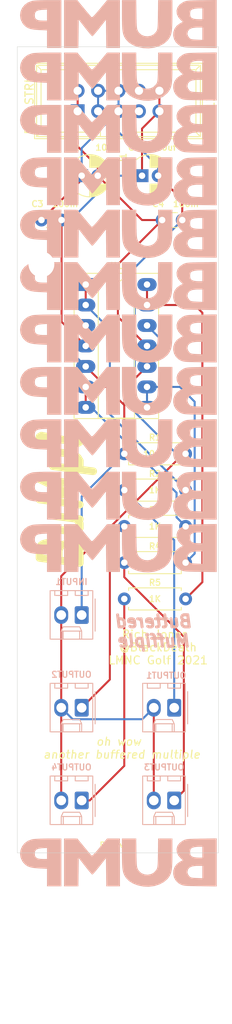
<source format=kicad_pcb>
(kicad_pcb (version 20171130) (host pcbnew "(5.1.8-0-10_14)")

  (general
    (thickness 1.6)
    (drawings 9)
    (tracks 93)
    (zones 0)
    (modules 29)
    (nets 13)
  )

  (page A4)
  (layers
    (0 F.Cu signal)
    (31 B.Cu signal)
    (32 B.Adhes user)
    (33 F.Adhes user)
    (34 B.Paste user)
    (35 F.Paste user)
    (36 B.SilkS user)
    (37 F.SilkS user)
    (38 B.Mask user)
    (39 F.Mask user)
    (40 Dwgs.User user)
    (41 Cmts.User user)
    (42 Eco1.User user)
    (43 Eco2.User user)
    (44 Edge.Cuts user)
    (45 Margin user)
    (46 B.CrtYd user)
    (47 F.CrtYd user)
    (48 B.Fab user)
    (49 F.Fab user)
  )

  (setup
    (last_trace_width 0.25)
    (trace_clearance 0.2)
    (zone_clearance 0.508)
    (zone_45_only no)
    (trace_min 0.2)
    (via_size 0.8)
    (via_drill 0.4)
    (via_min_size 0.4)
    (via_min_drill 0.3)
    (uvia_size 0.3)
    (uvia_drill 0.1)
    (uvias_allowed no)
    (uvia_min_size 0.2)
    (uvia_min_drill 0.1)
    (edge_width 0.05)
    (segment_width 0.2)
    (pcb_text_width 0.3)
    (pcb_text_size 1.5 1.5)
    (mod_edge_width 0.12)
    (mod_text_size 1 1)
    (mod_text_width 0.15)
    (pad_size 1.524 1.524)
    (pad_drill 0.762)
    (pad_to_mask_clearance 0)
    (aux_axis_origin 0 0)
    (visible_elements FFFFFF7F)
    (pcbplotparams
      (layerselection 0x010fc_ffffffff)
      (usegerberextensions false)
      (usegerberattributes true)
      (usegerberadvancedattributes true)
      (creategerberjobfile true)
      (excludeedgelayer true)
      (linewidth 0.100000)
      (plotframeref false)
      (viasonmask false)
      (mode 1)
      (useauxorigin false)
      (hpglpennumber 1)
      (hpglpenspeed 20)
      (hpglpendiameter 15.000000)
      (psnegative false)
      (psa4output false)
      (plotreference true)
      (plotvalue true)
      (plotinvisibletext false)
      (padsonsilk false)
      (subtractmaskfromsilk true)
      (outputformat 1)
      (mirror false)
      (drillshape 0)
      (scaleselection 1)
      (outputdirectory "gerbers/"))
  )

  (net 0 "")
  (net 1 GND)
  (net 2 "Net-(C1-Pad1)")
  (net 3 "Net-(C2-Pad2)")
  (net 4 "Net-(INPUT1-Pad1)")
  (net 5 "Net-(OUTPUT1-Pad1)")
  (net 6 "Net-(OUTPUT2-Pad1)")
  (net 7 "Net-(OUTPUT3-Pad1)")
  (net 8 "Net-(OUTPUT4-Pad1)")
  (net 9 "Net-(R2-Pad2)")
  (net 10 "Net-(R3-Pad2)")
  (net 11 "Net-(R4-Pad2)")
  (net 12 "Net-(R5-Pad2)")

  (net_class Default "This is the default net class."
    (clearance 0.2)
    (trace_width 0.25)
    (via_dia 0.8)
    (via_drill 0.4)
    (uvia_dia 0.3)
    (uvia_drill 0.1)
    (add_net GND)
    (add_net "Net-(C1-Pad1)")
    (add_net "Net-(C2-Pad2)")
    (add_net "Net-(INPUT1-Pad1)")
    (add_net "Net-(OUTPUT1-Pad1)")
    (add_net "Net-(OUTPUT2-Pad1)")
    (add_net "Net-(OUTPUT3-Pad1)")
    (add_net "Net-(OUTPUT4-Pad1)")
    (add_net "Net-(R2-Pad2)")
    (add_net "Net-(R3-Pad2)")
    (add_net "Net-(R4-Pad2)")
    (add_net "Net-(R5-Pad2)")
  )

  (module ao_tht:bump2 (layer B.Cu) (tedit 0) (tstamp 61233EA8)
    (at 62.5 67 180)
    (fp_text reference G*** (at 0 0) (layer B.SilkS) hide
      (effects (font (size 1.524 1.524) (thickness 0.3)) (justify mirror))
    )
    (fp_text value LOGO (at 0.75 0) (layer B.SilkS) hide
      (effects (font (size 1.524 1.524) (thickness 0.3)) (justify mirror))
    )
    (fp_poly (pts (xy -4.98019 20.976167) (xy -4.970175 20.375687) (xy -4.958972 19.919425) (xy -4.943971 19.582274)
      (xy -4.922563 19.339124) (xy -4.89214 19.164868) (xy -4.850091 19.034396) (xy -4.793809 18.922601)
      (xy -4.761166 18.868514) (xy -4.477191 18.555405) (xy -4.114025 18.361352) (xy -3.708984 18.285326)
      (xy -3.299383 18.3263) (xy -2.922539 18.483245) (xy -2.615768 18.755134) (xy -2.501942 18.930758)
      (xy -2.442677 19.058077) (xy -2.397761 19.200856) (xy -2.364723 19.384949) (xy -2.341091 19.636208)
      (xy -2.324396 19.980487) (xy -2.312166 20.443638) (xy -2.302415 21.0185) (xy -2.276496 22.775333)
      (xy -0.508 22.775333) (xy -0.508 20.928034) (xy -0.512018 20.206844) (xy -0.526823 19.629911)
      (xy -0.556542 19.172288) (xy -0.605302 18.809029) (xy -0.67723 18.51519) (xy -0.776455 18.265823)
      (xy -0.907103 18.035983) (xy -1.011596 17.884183) (xy -1.388032 17.499182) (xy -1.888461 17.188758)
      (xy -2.480749 16.961929) (xy -3.132762 16.827715) (xy -3.812365 16.795134) (xy -4.487424 16.873205)
      (xy -4.558742 16.888645) (xy -5.172773 17.086516) (xy -5.712036 17.375307) (xy -6.13767 17.732689)
      (xy -6.241997 17.855896) (xy -6.402853 18.083771) (xy -6.528202 18.31571) (xy -6.6223 18.576331)
      (xy -6.689406 18.890252) (xy -6.733776 19.28209) (xy -6.759669 19.776463) (xy -6.771343 20.397989)
      (xy -6.773334 20.928034) (xy -6.773334 22.775333) (xy -5.00738 22.775333) (xy -4.98019 20.976167)) (layer B.SilkS) (width 0.01))
    (fp_poly (pts (xy -10.392834 22.762331) (xy -9.777628 22.751979) (xy -9.306066 22.740795) (xy -8.952471 22.726096)
      (xy -8.691163 22.705201) (xy -8.496465 22.675426) (xy -8.342697 22.63409) (xy -8.204181 22.578509)
      (xy -8.08579 22.521333) (xy -7.67597 22.237948) (xy -7.410153 21.885201) (xy -7.291606 21.487901)
      (xy -7.3236 21.07086) (xy -7.509404 20.658885) (xy -7.79647 20.325944) (xy -8.06513 20.080561)
      (xy -7.723568 19.906309) (xy -7.323462 19.618604) (xy -7.049004 19.248209) (xy -6.899773 18.825487)
      (xy -6.875349 18.3808) (xy -6.975309 17.94451) (xy -7.199234 17.546978) (xy -7.546702 17.218566)
      (xy -7.762581 17.091757) (xy -7.898169 17.028645) (xy -8.032391 16.979906) (xy -8.18931 16.943303)
      (xy -8.392994 16.916603) (xy -8.667505 16.89757) (xy -9.03691 16.88397) (xy -9.525274 16.873567)
      (xy -10.156662 16.864128) (xy -10.2235 16.86322) (xy -12.276667 16.83544) (xy -12.276667 19.388667)
      (xy -10.498667 19.388667) (xy -10.498667 17.84729) (xy -9.771668 17.877147) (xy -9.412732 17.896016)
      (xy -9.179254 17.925184) (xy -9.027373 17.977245) (xy -8.913232 18.064791) (xy -8.840335 18.144556)
      (xy -8.701935 18.361973) (xy -8.636741 18.575648) (xy -8.636 18.594621) (xy -8.701063 18.924794)
      (xy -8.899385 19.164514) (xy -9.23567 19.316729) (xy -9.71462 19.38439) (xy -9.901796 19.388667)
      (xy -10.498667 19.388667) (xy -12.276667 19.388667) (xy -12.276667 21.759333) (xy -10.498667 21.759333)
      (xy -10.498667 20.404667) (xy -10.038512 20.404667) (xy -9.727672 20.421436) (xy -9.449238 20.464153)
      (xy -9.341735 20.49463) (xy -9.119628 20.610981) (xy -9.009546 20.776464) (xy -8.977485 21.04588)
      (xy -8.97726 21.082) (xy -8.994542 21.311295) (xy -9.036608 21.470911) (xy -9.041187 21.47887)
      (xy -9.215507 21.615012) (xy -9.519759 21.711151) (xy -9.917162 21.756942) (xy -10.038512 21.759333)
      (xy -10.498667 21.759333) (xy -12.276667 21.759333) (xy -12.276667 22.791663) (xy -10.392834 22.762331)) (layer B.SilkS) (width 0.01))
    (fp_poly (pts (xy 2.254019 21.67775) (xy 2.617791 21.246967) (xy 2.891112 20.941536) (xy 3.084547 20.750909)
      (xy 3.20866 20.664535) (xy 3.267843 20.665453) (xy 3.355389 20.757991) (xy 3.528793 20.956709)
      (xy 3.76676 21.236674) (xy 4.04799 21.572949) (xy 4.204137 21.761643) (xy 5.037666 22.772545)
      (xy 6.688666 22.775333) (xy 6.688666 16.848667) (xy 4.914102 16.848667) (xy 4.891217 18.605429)
      (xy 4.868333 20.362191) (xy 4.064 19.329193) (xy 3.781684 18.973291) (xy 3.531479 18.67036)
      (xy 3.33322 18.443455) (xy 3.206742 18.31563) (xy 3.175 18.295912) (xy 3.095888 18.359075)
      (xy 2.933574 18.53342) (xy 2.708111 18.795924) (xy 2.439557 19.123562) (xy 2.286 19.316518)
      (xy 1.481666 20.337409) (xy 1.458782 18.593038) (xy 1.435897 16.848667) (xy -0.254 16.848667)
      (xy -0.254 22.775333) (xy 1.342958 22.775333) (xy 2.254019 21.67775)) (layer B.SilkS) (width 0.01))
    (fp_poly (pts (xy 9.169001 22.770515) (xy 9.677619 22.757135) (xy 10.121663 22.736805) (xy 10.465113 22.711138)
      (xy 10.659545 22.684571) (xy 11.170193 22.499928) (xy 11.584502 22.202079) (xy 11.892822 21.817673)
      (xy 12.085505 21.373361) (xy 12.152899 20.895794) (xy 12.085357 20.411623) (xy 11.873228 19.947498)
      (xy 11.723266 19.746698) (xy 11.470279 19.496507) (xy 11.183035 19.315172) (xy 10.828491 19.191302)
      (xy 10.373603 19.113507) (xy 9.785328 19.070397) (xy 9.757833 19.069203) (xy 8.805333 19.028692)
      (xy 8.805333 16.848667) (xy 7.027333 16.848667) (xy 7.027333 20.235333) (xy 8.805333 20.235333)
      (xy 9.318899 20.235333) (xy 9.628341 20.251114) (xy 9.892305 20.291874) (xy 10.017399 20.332675)
      (xy 10.210684 20.466217) (xy 10.303256 20.640337) (xy 10.32802 20.917327) (xy 10.328036 20.920711)
      (xy 10.287155 21.198226) (xy 10.147968 21.389186) (xy 9.889823 21.508043) (xy 9.492068 21.569253)
      (xy 9.39178 21.575972) (xy 8.805333 21.609109) (xy 8.805333 20.235333) (xy 7.027333 20.235333)
      (xy 7.027333 22.775333) (xy 8.631832 22.775333) (xy 9.169001 22.770515)) (layer B.SilkS) (width 0.01))
  )

  (module ao_tht:bump2 (layer B.Cu) (tedit 0) (tstamp 61233EA8)
    (at 62.5 171 180)
    (fp_text reference G*** (at 0 0) (layer B.SilkS) hide
      (effects (font (size 1.524 1.524) (thickness 0.3)) (justify mirror))
    )
    (fp_text value LOGO (at 0.75 0) (layer B.SilkS) hide
      (effects (font (size 1.524 1.524) (thickness 0.3)) (justify mirror))
    )
    (fp_poly (pts (xy -4.98019 20.976167) (xy -4.970175 20.375687) (xy -4.958972 19.919425) (xy -4.943971 19.582274)
      (xy -4.922563 19.339124) (xy -4.89214 19.164868) (xy -4.850091 19.034396) (xy -4.793809 18.922601)
      (xy -4.761166 18.868514) (xy -4.477191 18.555405) (xy -4.114025 18.361352) (xy -3.708984 18.285326)
      (xy -3.299383 18.3263) (xy -2.922539 18.483245) (xy -2.615768 18.755134) (xy -2.501942 18.930758)
      (xy -2.442677 19.058077) (xy -2.397761 19.200856) (xy -2.364723 19.384949) (xy -2.341091 19.636208)
      (xy -2.324396 19.980487) (xy -2.312166 20.443638) (xy -2.302415 21.0185) (xy -2.276496 22.775333)
      (xy -0.508 22.775333) (xy -0.508 20.928034) (xy -0.512018 20.206844) (xy -0.526823 19.629911)
      (xy -0.556542 19.172288) (xy -0.605302 18.809029) (xy -0.67723 18.51519) (xy -0.776455 18.265823)
      (xy -0.907103 18.035983) (xy -1.011596 17.884183) (xy -1.388032 17.499182) (xy -1.888461 17.188758)
      (xy -2.480749 16.961929) (xy -3.132762 16.827715) (xy -3.812365 16.795134) (xy -4.487424 16.873205)
      (xy -4.558742 16.888645) (xy -5.172773 17.086516) (xy -5.712036 17.375307) (xy -6.13767 17.732689)
      (xy -6.241997 17.855896) (xy -6.402853 18.083771) (xy -6.528202 18.31571) (xy -6.6223 18.576331)
      (xy -6.689406 18.890252) (xy -6.733776 19.28209) (xy -6.759669 19.776463) (xy -6.771343 20.397989)
      (xy -6.773334 20.928034) (xy -6.773334 22.775333) (xy -5.00738 22.775333) (xy -4.98019 20.976167)) (layer B.SilkS) (width 0.01))
    (fp_poly (pts (xy -10.392834 22.762331) (xy -9.777628 22.751979) (xy -9.306066 22.740795) (xy -8.952471 22.726096)
      (xy -8.691163 22.705201) (xy -8.496465 22.675426) (xy -8.342697 22.63409) (xy -8.204181 22.578509)
      (xy -8.08579 22.521333) (xy -7.67597 22.237948) (xy -7.410153 21.885201) (xy -7.291606 21.487901)
      (xy -7.3236 21.07086) (xy -7.509404 20.658885) (xy -7.79647 20.325944) (xy -8.06513 20.080561)
      (xy -7.723568 19.906309) (xy -7.323462 19.618604) (xy -7.049004 19.248209) (xy -6.899773 18.825487)
      (xy -6.875349 18.3808) (xy -6.975309 17.94451) (xy -7.199234 17.546978) (xy -7.546702 17.218566)
      (xy -7.762581 17.091757) (xy -7.898169 17.028645) (xy -8.032391 16.979906) (xy -8.18931 16.943303)
      (xy -8.392994 16.916603) (xy -8.667505 16.89757) (xy -9.03691 16.88397) (xy -9.525274 16.873567)
      (xy -10.156662 16.864128) (xy -10.2235 16.86322) (xy -12.276667 16.83544) (xy -12.276667 19.388667)
      (xy -10.498667 19.388667) (xy -10.498667 17.84729) (xy -9.771668 17.877147) (xy -9.412732 17.896016)
      (xy -9.179254 17.925184) (xy -9.027373 17.977245) (xy -8.913232 18.064791) (xy -8.840335 18.144556)
      (xy -8.701935 18.361973) (xy -8.636741 18.575648) (xy -8.636 18.594621) (xy -8.701063 18.924794)
      (xy -8.899385 19.164514) (xy -9.23567 19.316729) (xy -9.71462 19.38439) (xy -9.901796 19.388667)
      (xy -10.498667 19.388667) (xy -12.276667 19.388667) (xy -12.276667 21.759333) (xy -10.498667 21.759333)
      (xy -10.498667 20.404667) (xy -10.038512 20.404667) (xy -9.727672 20.421436) (xy -9.449238 20.464153)
      (xy -9.341735 20.49463) (xy -9.119628 20.610981) (xy -9.009546 20.776464) (xy -8.977485 21.04588)
      (xy -8.97726 21.082) (xy -8.994542 21.311295) (xy -9.036608 21.470911) (xy -9.041187 21.47887)
      (xy -9.215507 21.615012) (xy -9.519759 21.711151) (xy -9.917162 21.756942) (xy -10.038512 21.759333)
      (xy -10.498667 21.759333) (xy -12.276667 21.759333) (xy -12.276667 22.791663) (xy -10.392834 22.762331)) (layer B.SilkS) (width 0.01))
    (fp_poly (pts (xy 2.254019 21.67775) (xy 2.617791 21.246967) (xy 2.891112 20.941536) (xy 3.084547 20.750909)
      (xy 3.20866 20.664535) (xy 3.267843 20.665453) (xy 3.355389 20.757991) (xy 3.528793 20.956709)
      (xy 3.76676 21.236674) (xy 4.04799 21.572949) (xy 4.204137 21.761643) (xy 5.037666 22.772545)
      (xy 6.688666 22.775333) (xy 6.688666 16.848667) (xy 4.914102 16.848667) (xy 4.891217 18.605429)
      (xy 4.868333 20.362191) (xy 4.064 19.329193) (xy 3.781684 18.973291) (xy 3.531479 18.67036)
      (xy 3.33322 18.443455) (xy 3.206742 18.31563) (xy 3.175 18.295912) (xy 3.095888 18.359075)
      (xy 2.933574 18.53342) (xy 2.708111 18.795924) (xy 2.439557 19.123562) (xy 2.286 19.316518)
      (xy 1.481666 20.337409) (xy 1.458782 18.593038) (xy 1.435897 16.848667) (xy -0.254 16.848667)
      (xy -0.254 22.775333) (xy 1.342958 22.775333) (xy 2.254019 21.67775)) (layer B.SilkS) (width 0.01))
    (fp_poly (pts (xy 9.169001 22.770515) (xy 9.677619 22.757135) (xy 10.121663 22.736805) (xy 10.465113 22.711138)
      (xy 10.659545 22.684571) (xy 11.170193 22.499928) (xy 11.584502 22.202079) (xy 11.892822 21.817673)
      (xy 12.085505 21.373361) (xy 12.152899 20.895794) (xy 12.085357 20.411623) (xy 11.873228 19.947498)
      (xy 11.723266 19.746698) (xy 11.470279 19.496507) (xy 11.183035 19.315172) (xy 10.828491 19.191302)
      (xy 10.373603 19.113507) (xy 9.785328 19.070397) (xy 9.757833 19.069203) (xy 8.805333 19.028692)
      (xy 8.805333 16.848667) (xy 7.027333 16.848667) (xy 7.027333 20.235333) (xy 8.805333 20.235333)
      (xy 9.318899 20.235333) (xy 9.628341 20.251114) (xy 9.892305 20.291874) (xy 10.017399 20.332675)
      (xy 10.210684 20.466217) (xy 10.303256 20.640337) (xy 10.32802 20.917327) (xy 10.328036 20.920711)
      (xy 10.287155 21.198226) (xy 10.147968 21.389186) (xy 9.889823 21.508043) (xy 9.492068 21.569253)
      (xy 9.39178 21.575972) (xy 8.805333 21.609109) (xy 8.805333 20.235333) (xy 7.027333 20.235333)
      (xy 7.027333 22.775333) (xy 8.631832 22.775333) (xy 9.169001 22.770515)) (layer B.SilkS) (width 0.01))
  )

  (module ao_tht:bump2 (layer B.Cu) (tedit 0) (tstamp 61233EA8)
    (at 62.5 132 180)
    (fp_text reference G*** (at 0 0) (layer B.SilkS) hide
      (effects (font (size 1.524 1.524) (thickness 0.3)) (justify mirror))
    )
    (fp_text value LOGO (at 0.75 0) (layer B.SilkS) hide
      (effects (font (size 1.524 1.524) (thickness 0.3)) (justify mirror))
    )
    (fp_poly (pts (xy -4.98019 20.976167) (xy -4.970175 20.375687) (xy -4.958972 19.919425) (xy -4.943971 19.582274)
      (xy -4.922563 19.339124) (xy -4.89214 19.164868) (xy -4.850091 19.034396) (xy -4.793809 18.922601)
      (xy -4.761166 18.868514) (xy -4.477191 18.555405) (xy -4.114025 18.361352) (xy -3.708984 18.285326)
      (xy -3.299383 18.3263) (xy -2.922539 18.483245) (xy -2.615768 18.755134) (xy -2.501942 18.930758)
      (xy -2.442677 19.058077) (xy -2.397761 19.200856) (xy -2.364723 19.384949) (xy -2.341091 19.636208)
      (xy -2.324396 19.980487) (xy -2.312166 20.443638) (xy -2.302415 21.0185) (xy -2.276496 22.775333)
      (xy -0.508 22.775333) (xy -0.508 20.928034) (xy -0.512018 20.206844) (xy -0.526823 19.629911)
      (xy -0.556542 19.172288) (xy -0.605302 18.809029) (xy -0.67723 18.51519) (xy -0.776455 18.265823)
      (xy -0.907103 18.035983) (xy -1.011596 17.884183) (xy -1.388032 17.499182) (xy -1.888461 17.188758)
      (xy -2.480749 16.961929) (xy -3.132762 16.827715) (xy -3.812365 16.795134) (xy -4.487424 16.873205)
      (xy -4.558742 16.888645) (xy -5.172773 17.086516) (xy -5.712036 17.375307) (xy -6.13767 17.732689)
      (xy -6.241997 17.855896) (xy -6.402853 18.083771) (xy -6.528202 18.31571) (xy -6.6223 18.576331)
      (xy -6.689406 18.890252) (xy -6.733776 19.28209) (xy -6.759669 19.776463) (xy -6.771343 20.397989)
      (xy -6.773334 20.928034) (xy -6.773334 22.775333) (xy -5.00738 22.775333) (xy -4.98019 20.976167)) (layer B.SilkS) (width 0.01))
    (fp_poly (pts (xy -10.392834 22.762331) (xy -9.777628 22.751979) (xy -9.306066 22.740795) (xy -8.952471 22.726096)
      (xy -8.691163 22.705201) (xy -8.496465 22.675426) (xy -8.342697 22.63409) (xy -8.204181 22.578509)
      (xy -8.08579 22.521333) (xy -7.67597 22.237948) (xy -7.410153 21.885201) (xy -7.291606 21.487901)
      (xy -7.3236 21.07086) (xy -7.509404 20.658885) (xy -7.79647 20.325944) (xy -8.06513 20.080561)
      (xy -7.723568 19.906309) (xy -7.323462 19.618604) (xy -7.049004 19.248209) (xy -6.899773 18.825487)
      (xy -6.875349 18.3808) (xy -6.975309 17.94451) (xy -7.199234 17.546978) (xy -7.546702 17.218566)
      (xy -7.762581 17.091757) (xy -7.898169 17.028645) (xy -8.032391 16.979906) (xy -8.18931 16.943303)
      (xy -8.392994 16.916603) (xy -8.667505 16.89757) (xy -9.03691 16.88397) (xy -9.525274 16.873567)
      (xy -10.156662 16.864128) (xy -10.2235 16.86322) (xy -12.276667 16.83544) (xy -12.276667 19.388667)
      (xy -10.498667 19.388667) (xy -10.498667 17.84729) (xy -9.771668 17.877147) (xy -9.412732 17.896016)
      (xy -9.179254 17.925184) (xy -9.027373 17.977245) (xy -8.913232 18.064791) (xy -8.840335 18.144556)
      (xy -8.701935 18.361973) (xy -8.636741 18.575648) (xy -8.636 18.594621) (xy -8.701063 18.924794)
      (xy -8.899385 19.164514) (xy -9.23567 19.316729) (xy -9.71462 19.38439) (xy -9.901796 19.388667)
      (xy -10.498667 19.388667) (xy -12.276667 19.388667) (xy -12.276667 21.759333) (xy -10.498667 21.759333)
      (xy -10.498667 20.404667) (xy -10.038512 20.404667) (xy -9.727672 20.421436) (xy -9.449238 20.464153)
      (xy -9.341735 20.49463) (xy -9.119628 20.610981) (xy -9.009546 20.776464) (xy -8.977485 21.04588)
      (xy -8.97726 21.082) (xy -8.994542 21.311295) (xy -9.036608 21.470911) (xy -9.041187 21.47887)
      (xy -9.215507 21.615012) (xy -9.519759 21.711151) (xy -9.917162 21.756942) (xy -10.038512 21.759333)
      (xy -10.498667 21.759333) (xy -12.276667 21.759333) (xy -12.276667 22.791663) (xy -10.392834 22.762331)) (layer B.SilkS) (width 0.01))
    (fp_poly (pts (xy 2.254019 21.67775) (xy 2.617791 21.246967) (xy 2.891112 20.941536) (xy 3.084547 20.750909)
      (xy 3.20866 20.664535) (xy 3.267843 20.665453) (xy 3.355389 20.757991) (xy 3.528793 20.956709)
      (xy 3.76676 21.236674) (xy 4.04799 21.572949) (xy 4.204137 21.761643) (xy 5.037666 22.772545)
      (xy 6.688666 22.775333) (xy 6.688666 16.848667) (xy 4.914102 16.848667) (xy 4.891217 18.605429)
      (xy 4.868333 20.362191) (xy 4.064 19.329193) (xy 3.781684 18.973291) (xy 3.531479 18.67036)
      (xy 3.33322 18.443455) (xy 3.206742 18.31563) (xy 3.175 18.295912) (xy 3.095888 18.359075)
      (xy 2.933574 18.53342) (xy 2.708111 18.795924) (xy 2.439557 19.123562) (xy 2.286 19.316518)
      (xy 1.481666 20.337409) (xy 1.458782 18.593038) (xy 1.435897 16.848667) (xy -0.254 16.848667)
      (xy -0.254 22.775333) (xy 1.342958 22.775333) (xy 2.254019 21.67775)) (layer B.SilkS) (width 0.01))
    (fp_poly (pts (xy 9.169001 22.770515) (xy 9.677619 22.757135) (xy 10.121663 22.736805) (xy 10.465113 22.711138)
      (xy 10.659545 22.684571) (xy 11.170193 22.499928) (xy 11.584502 22.202079) (xy 11.892822 21.817673)
      (xy 12.085505 21.373361) (xy 12.152899 20.895794) (xy 12.085357 20.411623) (xy 11.873228 19.947498)
      (xy 11.723266 19.746698) (xy 11.470279 19.496507) (xy 11.183035 19.315172) (xy 10.828491 19.191302)
      (xy 10.373603 19.113507) (xy 9.785328 19.070397) (xy 9.757833 19.069203) (xy 8.805333 19.028692)
      (xy 8.805333 16.848667) (xy 7.027333 16.848667) (xy 7.027333 20.235333) (xy 8.805333 20.235333)
      (xy 9.318899 20.235333) (xy 9.628341 20.251114) (xy 9.892305 20.291874) (xy 10.017399 20.332675)
      (xy 10.210684 20.466217) (xy 10.303256 20.640337) (xy 10.32802 20.917327) (xy 10.328036 20.920711)
      (xy 10.287155 21.198226) (xy 10.147968 21.389186) (xy 9.889823 21.508043) (xy 9.492068 21.569253)
      (xy 9.39178 21.575972) (xy 8.805333 21.609109) (xy 8.805333 20.235333) (xy 7.027333 20.235333)
      (xy 7.027333 22.775333) (xy 8.631832 22.775333) (xy 9.169001 22.770515)) (layer B.SilkS) (width 0.01))
  )

  (module ao_tht:bump2 (layer B.Cu) (tedit 0) (tstamp 61233EA8)
    (at 62.5 125.5 180)
    (fp_text reference G*** (at 0 0) (layer B.SilkS) hide
      (effects (font (size 1.524 1.524) (thickness 0.3)) (justify mirror))
    )
    (fp_text value LOGO (at 0.75 0) (layer B.SilkS) hide
      (effects (font (size 1.524 1.524) (thickness 0.3)) (justify mirror))
    )
    (fp_poly (pts (xy -4.98019 20.976167) (xy -4.970175 20.375687) (xy -4.958972 19.919425) (xy -4.943971 19.582274)
      (xy -4.922563 19.339124) (xy -4.89214 19.164868) (xy -4.850091 19.034396) (xy -4.793809 18.922601)
      (xy -4.761166 18.868514) (xy -4.477191 18.555405) (xy -4.114025 18.361352) (xy -3.708984 18.285326)
      (xy -3.299383 18.3263) (xy -2.922539 18.483245) (xy -2.615768 18.755134) (xy -2.501942 18.930758)
      (xy -2.442677 19.058077) (xy -2.397761 19.200856) (xy -2.364723 19.384949) (xy -2.341091 19.636208)
      (xy -2.324396 19.980487) (xy -2.312166 20.443638) (xy -2.302415 21.0185) (xy -2.276496 22.775333)
      (xy -0.508 22.775333) (xy -0.508 20.928034) (xy -0.512018 20.206844) (xy -0.526823 19.629911)
      (xy -0.556542 19.172288) (xy -0.605302 18.809029) (xy -0.67723 18.51519) (xy -0.776455 18.265823)
      (xy -0.907103 18.035983) (xy -1.011596 17.884183) (xy -1.388032 17.499182) (xy -1.888461 17.188758)
      (xy -2.480749 16.961929) (xy -3.132762 16.827715) (xy -3.812365 16.795134) (xy -4.487424 16.873205)
      (xy -4.558742 16.888645) (xy -5.172773 17.086516) (xy -5.712036 17.375307) (xy -6.13767 17.732689)
      (xy -6.241997 17.855896) (xy -6.402853 18.083771) (xy -6.528202 18.31571) (xy -6.6223 18.576331)
      (xy -6.689406 18.890252) (xy -6.733776 19.28209) (xy -6.759669 19.776463) (xy -6.771343 20.397989)
      (xy -6.773334 20.928034) (xy -6.773334 22.775333) (xy -5.00738 22.775333) (xy -4.98019 20.976167)) (layer B.SilkS) (width 0.01))
    (fp_poly (pts (xy -10.392834 22.762331) (xy -9.777628 22.751979) (xy -9.306066 22.740795) (xy -8.952471 22.726096)
      (xy -8.691163 22.705201) (xy -8.496465 22.675426) (xy -8.342697 22.63409) (xy -8.204181 22.578509)
      (xy -8.08579 22.521333) (xy -7.67597 22.237948) (xy -7.410153 21.885201) (xy -7.291606 21.487901)
      (xy -7.3236 21.07086) (xy -7.509404 20.658885) (xy -7.79647 20.325944) (xy -8.06513 20.080561)
      (xy -7.723568 19.906309) (xy -7.323462 19.618604) (xy -7.049004 19.248209) (xy -6.899773 18.825487)
      (xy -6.875349 18.3808) (xy -6.975309 17.94451) (xy -7.199234 17.546978) (xy -7.546702 17.218566)
      (xy -7.762581 17.091757) (xy -7.898169 17.028645) (xy -8.032391 16.979906) (xy -8.18931 16.943303)
      (xy -8.392994 16.916603) (xy -8.667505 16.89757) (xy -9.03691 16.88397) (xy -9.525274 16.873567)
      (xy -10.156662 16.864128) (xy -10.2235 16.86322) (xy -12.276667 16.83544) (xy -12.276667 19.388667)
      (xy -10.498667 19.388667) (xy -10.498667 17.84729) (xy -9.771668 17.877147) (xy -9.412732 17.896016)
      (xy -9.179254 17.925184) (xy -9.027373 17.977245) (xy -8.913232 18.064791) (xy -8.840335 18.144556)
      (xy -8.701935 18.361973) (xy -8.636741 18.575648) (xy -8.636 18.594621) (xy -8.701063 18.924794)
      (xy -8.899385 19.164514) (xy -9.23567 19.316729) (xy -9.71462 19.38439) (xy -9.901796 19.388667)
      (xy -10.498667 19.388667) (xy -12.276667 19.388667) (xy -12.276667 21.759333) (xy -10.498667 21.759333)
      (xy -10.498667 20.404667) (xy -10.038512 20.404667) (xy -9.727672 20.421436) (xy -9.449238 20.464153)
      (xy -9.341735 20.49463) (xy -9.119628 20.610981) (xy -9.009546 20.776464) (xy -8.977485 21.04588)
      (xy -8.97726 21.082) (xy -8.994542 21.311295) (xy -9.036608 21.470911) (xy -9.041187 21.47887)
      (xy -9.215507 21.615012) (xy -9.519759 21.711151) (xy -9.917162 21.756942) (xy -10.038512 21.759333)
      (xy -10.498667 21.759333) (xy -12.276667 21.759333) (xy -12.276667 22.791663) (xy -10.392834 22.762331)) (layer B.SilkS) (width 0.01))
    (fp_poly (pts (xy 2.254019 21.67775) (xy 2.617791 21.246967) (xy 2.891112 20.941536) (xy 3.084547 20.750909)
      (xy 3.20866 20.664535) (xy 3.267843 20.665453) (xy 3.355389 20.757991) (xy 3.528793 20.956709)
      (xy 3.76676 21.236674) (xy 4.04799 21.572949) (xy 4.204137 21.761643) (xy 5.037666 22.772545)
      (xy 6.688666 22.775333) (xy 6.688666 16.848667) (xy 4.914102 16.848667) (xy 4.891217 18.605429)
      (xy 4.868333 20.362191) (xy 4.064 19.329193) (xy 3.781684 18.973291) (xy 3.531479 18.67036)
      (xy 3.33322 18.443455) (xy 3.206742 18.31563) (xy 3.175 18.295912) (xy 3.095888 18.359075)
      (xy 2.933574 18.53342) (xy 2.708111 18.795924) (xy 2.439557 19.123562) (xy 2.286 19.316518)
      (xy 1.481666 20.337409) (xy 1.458782 18.593038) (xy 1.435897 16.848667) (xy -0.254 16.848667)
      (xy -0.254 22.775333) (xy 1.342958 22.775333) (xy 2.254019 21.67775)) (layer B.SilkS) (width 0.01))
    (fp_poly (pts (xy 9.169001 22.770515) (xy 9.677619 22.757135) (xy 10.121663 22.736805) (xy 10.465113 22.711138)
      (xy 10.659545 22.684571) (xy 11.170193 22.499928) (xy 11.584502 22.202079) (xy 11.892822 21.817673)
      (xy 12.085505 21.373361) (xy 12.152899 20.895794) (xy 12.085357 20.411623) (xy 11.873228 19.947498)
      (xy 11.723266 19.746698) (xy 11.470279 19.496507) (xy 11.183035 19.315172) (xy 10.828491 19.191302)
      (xy 10.373603 19.113507) (xy 9.785328 19.070397) (xy 9.757833 19.069203) (xy 8.805333 19.028692)
      (xy 8.805333 16.848667) (xy 7.027333 16.848667) (xy 7.027333 20.235333) (xy 8.805333 20.235333)
      (xy 9.318899 20.235333) (xy 9.628341 20.251114) (xy 9.892305 20.291874) (xy 10.017399 20.332675)
      (xy 10.210684 20.466217) (xy 10.303256 20.640337) (xy 10.32802 20.917327) (xy 10.328036 20.920711)
      (xy 10.287155 21.198226) (xy 10.147968 21.389186) (xy 9.889823 21.508043) (xy 9.492068 21.569253)
      (xy 9.39178 21.575972) (xy 8.805333 21.609109) (xy 8.805333 20.235333) (xy 7.027333 20.235333)
      (xy 7.027333 22.775333) (xy 8.631832 22.775333) (xy 9.169001 22.770515)) (layer B.SilkS) (width 0.01))
  )

  (module ao_tht:bump2 (layer B.Cu) (tedit 0) (tstamp 61233EA8)
    (at 62.5 119 180)
    (fp_text reference G*** (at 0 0) (layer B.SilkS) hide
      (effects (font (size 1.524 1.524) (thickness 0.3)) (justify mirror))
    )
    (fp_text value LOGO (at 0.75 0) (layer B.SilkS) hide
      (effects (font (size 1.524 1.524) (thickness 0.3)) (justify mirror))
    )
    (fp_poly (pts (xy -4.98019 20.976167) (xy -4.970175 20.375687) (xy -4.958972 19.919425) (xy -4.943971 19.582274)
      (xy -4.922563 19.339124) (xy -4.89214 19.164868) (xy -4.850091 19.034396) (xy -4.793809 18.922601)
      (xy -4.761166 18.868514) (xy -4.477191 18.555405) (xy -4.114025 18.361352) (xy -3.708984 18.285326)
      (xy -3.299383 18.3263) (xy -2.922539 18.483245) (xy -2.615768 18.755134) (xy -2.501942 18.930758)
      (xy -2.442677 19.058077) (xy -2.397761 19.200856) (xy -2.364723 19.384949) (xy -2.341091 19.636208)
      (xy -2.324396 19.980487) (xy -2.312166 20.443638) (xy -2.302415 21.0185) (xy -2.276496 22.775333)
      (xy -0.508 22.775333) (xy -0.508 20.928034) (xy -0.512018 20.206844) (xy -0.526823 19.629911)
      (xy -0.556542 19.172288) (xy -0.605302 18.809029) (xy -0.67723 18.51519) (xy -0.776455 18.265823)
      (xy -0.907103 18.035983) (xy -1.011596 17.884183) (xy -1.388032 17.499182) (xy -1.888461 17.188758)
      (xy -2.480749 16.961929) (xy -3.132762 16.827715) (xy -3.812365 16.795134) (xy -4.487424 16.873205)
      (xy -4.558742 16.888645) (xy -5.172773 17.086516) (xy -5.712036 17.375307) (xy -6.13767 17.732689)
      (xy -6.241997 17.855896) (xy -6.402853 18.083771) (xy -6.528202 18.31571) (xy -6.6223 18.576331)
      (xy -6.689406 18.890252) (xy -6.733776 19.28209) (xy -6.759669 19.776463) (xy -6.771343 20.397989)
      (xy -6.773334 20.928034) (xy -6.773334 22.775333) (xy -5.00738 22.775333) (xy -4.98019 20.976167)) (layer B.SilkS) (width 0.01))
    (fp_poly (pts (xy -10.392834 22.762331) (xy -9.777628 22.751979) (xy -9.306066 22.740795) (xy -8.952471 22.726096)
      (xy -8.691163 22.705201) (xy -8.496465 22.675426) (xy -8.342697 22.63409) (xy -8.204181 22.578509)
      (xy -8.08579 22.521333) (xy -7.67597 22.237948) (xy -7.410153 21.885201) (xy -7.291606 21.487901)
      (xy -7.3236 21.07086) (xy -7.509404 20.658885) (xy -7.79647 20.325944) (xy -8.06513 20.080561)
      (xy -7.723568 19.906309) (xy -7.323462 19.618604) (xy -7.049004 19.248209) (xy -6.899773 18.825487)
      (xy -6.875349 18.3808) (xy -6.975309 17.94451) (xy -7.199234 17.546978) (xy -7.546702 17.218566)
      (xy -7.762581 17.091757) (xy -7.898169 17.028645) (xy -8.032391 16.979906) (xy -8.18931 16.943303)
      (xy -8.392994 16.916603) (xy -8.667505 16.89757) (xy -9.03691 16.88397) (xy -9.525274 16.873567)
      (xy -10.156662 16.864128) (xy -10.2235 16.86322) (xy -12.276667 16.83544) (xy -12.276667 19.388667)
      (xy -10.498667 19.388667) (xy -10.498667 17.84729) (xy -9.771668 17.877147) (xy -9.412732 17.896016)
      (xy -9.179254 17.925184) (xy -9.027373 17.977245) (xy -8.913232 18.064791) (xy -8.840335 18.144556)
      (xy -8.701935 18.361973) (xy -8.636741 18.575648) (xy -8.636 18.594621) (xy -8.701063 18.924794)
      (xy -8.899385 19.164514) (xy -9.23567 19.316729) (xy -9.71462 19.38439) (xy -9.901796 19.388667)
      (xy -10.498667 19.388667) (xy -12.276667 19.388667) (xy -12.276667 21.759333) (xy -10.498667 21.759333)
      (xy -10.498667 20.404667) (xy -10.038512 20.404667) (xy -9.727672 20.421436) (xy -9.449238 20.464153)
      (xy -9.341735 20.49463) (xy -9.119628 20.610981) (xy -9.009546 20.776464) (xy -8.977485 21.04588)
      (xy -8.97726 21.082) (xy -8.994542 21.311295) (xy -9.036608 21.470911) (xy -9.041187 21.47887)
      (xy -9.215507 21.615012) (xy -9.519759 21.711151) (xy -9.917162 21.756942) (xy -10.038512 21.759333)
      (xy -10.498667 21.759333) (xy -12.276667 21.759333) (xy -12.276667 22.791663) (xy -10.392834 22.762331)) (layer B.SilkS) (width 0.01))
    (fp_poly (pts (xy 2.254019 21.67775) (xy 2.617791 21.246967) (xy 2.891112 20.941536) (xy 3.084547 20.750909)
      (xy 3.20866 20.664535) (xy 3.267843 20.665453) (xy 3.355389 20.757991) (xy 3.528793 20.956709)
      (xy 3.76676 21.236674) (xy 4.04799 21.572949) (xy 4.204137 21.761643) (xy 5.037666 22.772545)
      (xy 6.688666 22.775333) (xy 6.688666 16.848667) (xy 4.914102 16.848667) (xy 4.891217 18.605429)
      (xy 4.868333 20.362191) (xy 4.064 19.329193) (xy 3.781684 18.973291) (xy 3.531479 18.67036)
      (xy 3.33322 18.443455) (xy 3.206742 18.31563) (xy 3.175 18.295912) (xy 3.095888 18.359075)
      (xy 2.933574 18.53342) (xy 2.708111 18.795924) (xy 2.439557 19.123562) (xy 2.286 19.316518)
      (xy 1.481666 20.337409) (xy 1.458782 18.593038) (xy 1.435897 16.848667) (xy -0.254 16.848667)
      (xy -0.254 22.775333) (xy 1.342958 22.775333) (xy 2.254019 21.67775)) (layer B.SilkS) (width 0.01))
    (fp_poly (pts (xy 9.169001 22.770515) (xy 9.677619 22.757135) (xy 10.121663 22.736805) (xy 10.465113 22.711138)
      (xy 10.659545 22.684571) (xy 11.170193 22.499928) (xy 11.584502 22.202079) (xy 11.892822 21.817673)
      (xy 12.085505 21.373361) (xy 12.152899 20.895794) (xy 12.085357 20.411623) (xy 11.873228 19.947498)
      (xy 11.723266 19.746698) (xy 11.470279 19.496507) (xy 11.183035 19.315172) (xy 10.828491 19.191302)
      (xy 10.373603 19.113507) (xy 9.785328 19.070397) (xy 9.757833 19.069203) (xy 8.805333 19.028692)
      (xy 8.805333 16.848667) (xy 7.027333 16.848667) (xy 7.027333 20.235333) (xy 8.805333 20.235333)
      (xy 9.318899 20.235333) (xy 9.628341 20.251114) (xy 9.892305 20.291874) (xy 10.017399 20.332675)
      (xy 10.210684 20.466217) (xy 10.303256 20.640337) (xy 10.32802 20.917327) (xy 10.328036 20.920711)
      (xy 10.287155 21.198226) (xy 10.147968 21.389186) (xy 9.889823 21.508043) (xy 9.492068 21.569253)
      (xy 9.39178 21.575972) (xy 8.805333 21.609109) (xy 8.805333 20.235333) (xy 7.027333 20.235333)
      (xy 7.027333 22.775333) (xy 8.631832 22.775333) (xy 9.169001 22.770515)) (layer B.SilkS) (width 0.01))
  )

  (module ao_tht:bump2 (layer B.Cu) (tedit 0) (tstamp 61233EA8)
    (at 62.5 112.5 180)
    (fp_text reference G*** (at 0 0) (layer B.SilkS) hide
      (effects (font (size 1.524 1.524) (thickness 0.3)) (justify mirror))
    )
    (fp_text value LOGO (at 0.75 0) (layer B.SilkS) hide
      (effects (font (size 1.524 1.524) (thickness 0.3)) (justify mirror))
    )
    (fp_poly (pts (xy -4.98019 20.976167) (xy -4.970175 20.375687) (xy -4.958972 19.919425) (xy -4.943971 19.582274)
      (xy -4.922563 19.339124) (xy -4.89214 19.164868) (xy -4.850091 19.034396) (xy -4.793809 18.922601)
      (xy -4.761166 18.868514) (xy -4.477191 18.555405) (xy -4.114025 18.361352) (xy -3.708984 18.285326)
      (xy -3.299383 18.3263) (xy -2.922539 18.483245) (xy -2.615768 18.755134) (xy -2.501942 18.930758)
      (xy -2.442677 19.058077) (xy -2.397761 19.200856) (xy -2.364723 19.384949) (xy -2.341091 19.636208)
      (xy -2.324396 19.980487) (xy -2.312166 20.443638) (xy -2.302415 21.0185) (xy -2.276496 22.775333)
      (xy -0.508 22.775333) (xy -0.508 20.928034) (xy -0.512018 20.206844) (xy -0.526823 19.629911)
      (xy -0.556542 19.172288) (xy -0.605302 18.809029) (xy -0.67723 18.51519) (xy -0.776455 18.265823)
      (xy -0.907103 18.035983) (xy -1.011596 17.884183) (xy -1.388032 17.499182) (xy -1.888461 17.188758)
      (xy -2.480749 16.961929) (xy -3.132762 16.827715) (xy -3.812365 16.795134) (xy -4.487424 16.873205)
      (xy -4.558742 16.888645) (xy -5.172773 17.086516) (xy -5.712036 17.375307) (xy -6.13767 17.732689)
      (xy -6.241997 17.855896) (xy -6.402853 18.083771) (xy -6.528202 18.31571) (xy -6.6223 18.576331)
      (xy -6.689406 18.890252) (xy -6.733776 19.28209) (xy -6.759669 19.776463) (xy -6.771343 20.397989)
      (xy -6.773334 20.928034) (xy -6.773334 22.775333) (xy -5.00738 22.775333) (xy -4.98019 20.976167)) (layer B.SilkS) (width 0.01))
    (fp_poly (pts (xy -10.392834 22.762331) (xy -9.777628 22.751979) (xy -9.306066 22.740795) (xy -8.952471 22.726096)
      (xy -8.691163 22.705201) (xy -8.496465 22.675426) (xy -8.342697 22.63409) (xy -8.204181 22.578509)
      (xy -8.08579 22.521333) (xy -7.67597 22.237948) (xy -7.410153 21.885201) (xy -7.291606 21.487901)
      (xy -7.3236 21.07086) (xy -7.509404 20.658885) (xy -7.79647 20.325944) (xy -8.06513 20.080561)
      (xy -7.723568 19.906309) (xy -7.323462 19.618604) (xy -7.049004 19.248209) (xy -6.899773 18.825487)
      (xy -6.875349 18.3808) (xy -6.975309 17.94451) (xy -7.199234 17.546978) (xy -7.546702 17.218566)
      (xy -7.762581 17.091757) (xy -7.898169 17.028645) (xy -8.032391 16.979906) (xy -8.18931 16.943303)
      (xy -8.392994 16.916603) (xy -8.667505 16.89757) (xy -9.03691 16.88397) (xy -9.525274 16.873567)
      (xy -10.156662 16.864128) (xy -10.2235 16.86322) (xy -12.276667 16.83544) (xy -12.276667 19.388667)
      (xy -10.498667 19.388667) (xy -10.498667 17.84729) (xy -9.771668 17.877147) (xy -9.412732 17.896016)
      (xy -9.179254 17.925184) (xy -9.027373 17.977245) (xy -8.913232 18.064791) (xy -8.840335 18.144556)
      (xy -8.701935 18.361973) (xy -8.636741 18.575648) (xy -8.636 18.594621) (xy -8.701063 18.924794)
      (xy -8.899385 19.164514) (xy -9.23567 19.316729) (xy -9.71462 19.38439) (xy -9.901796 19.388667)
      (xy -10.498667 19.388667) (xy -12.276667 19.388667) (xy -12.276667 21.759333) (xy -10.498667 21.759333)
      (xy -10.498667 20.404667) (xy -10.038512 20.404667) (xy -9.727672 20.421436) (xy -9.449238 20.464153)
      (xy -9.341735 20.49463) (xy -9.119628 20.610981) (xy -9.009546 20.776464) (xy -8.977485 21.04588)
      (xy -8.97726 21.082) (xy -8.994542 21.311295) (xy -9.036608 21.470911) (xy -9.041187 21.47887)
      (xy -9.215507 21.615012) (xy -9.519759 21.711151) (xy -9.917162 21.756942) (xy -10.038512 21.759333)
      (xy -10.498667 21.759333) (xy -12.276667 21.759333) (xy -12.276667 22.791663) (xy -10.392834 22.762331)) (layer B.SilkS) (width 0.01))
    (fp_poly (pts (xy 2.254019 21.67775) (xy 2.617791 21.246967) (xy 2.891112 20.941536) (xy 3.084547 20.750909)
      (xy 3.20866 20.664535) (xy 3.267843 20.665453) (xy 3.355389 20.757991) (xy 3.528793 20.956709)
      (xy 3.76676 21.236674) (xy 4.04799 21.572949) (xy 4.204137 21.761643) (xy 5.037666 22.772545)
      (xy 6.688666 22.775333) (xy 6.688666 16.848667) (xy 4.914102 16.848667) (xy 4.891217 18.605429)
      (xy 4.868333 20.362191) (xy 4.064 19.329193) (xy 3.781684 18.973291) (xy 3.531479 18.67036)
      (xy 3.33322 18.443455) (xy 3.206742 18.31563) (xy 3.175 18.295912) (xy 3.095888 18.359075)
      (xy 2.933574 18.53342) (xy 2.708111 18.795924) (xy 2.439557 19.123562) (xy 2.286 19.316518)
      (xy 1.481666 20.337409) (xy 1.458782 18.593038) (xy 1.435897 16.848667) (xy -0.254 16.848667)
      (xy -0.254 22.775333) (xy 1.342958 22.775333) (xy 2.254019 21.67775)) (layer B.SilkS) (width 0.01))
    (fp_poly (pts (xy 9.169001 22.770515) (xy 9.677619 22.757135) (xy 10.121663 22.736805) (xy 10.465113 22.711138)
      (xy 10.659545 22.684571) (xy 11.170193 22.499928) (xy 11.584502 22.202079) (xy 11.892822 21.817673)
      (xy 12.085505 21.373361) (xy 12.152899 20.895794) (xy 12.085357 20.411623) (xy 11.873228 19.947498)
      (xy 11.723266 19.746698) (xy 11.470279 19.496507) (xy 11.183035 19.315172) (xy 10.828491 19.191302)
      (xy 10.373603 19.113507) (xy 9.785328 19.070397) (xy 9.757833 19.069203) (xy 8.805333 19.028692)
      (xy 8.805333 16.848667) (xy 7.027333 16.848667) (xy 7.027333 20.235333) (xy 8.805333 20.235333)
      (xy 9.318899 20.235333) (xy 9.628341 20.251114) (xy 9.892305 20.291874) (xy 10.017399 20.332675)
      (xy 10.210684 20.466217) (xy 10.303256 20.640337) (xy 10.32802 20.917327) (xy 10.328036 20.920711)
      (xy 10.287155 21.198226) (xy 10.147968 21.389186) (xy 9.889823 21.508043) (xy 9.492068 21.569253)
      (xy 9.39178 21.575972) (xy 8.805333 21.609109) (xy 8.805333 20.235333) (xy 7.027333 20.235333)
      (xy 7.027333 22.775333) (xy 8.631832 22.775333) (xy 9.169001 22.770515)) (layer B.SilkS) (width 0.01))
  )

  (module ao_tht:bump2 (layer B.Cu) (tedit 0) (tstamp 61233EA8)
    (at 62.5 106 180)
    (fp_text reference G*** (at 0 0) (layer B.SilkS) hide
      (effects (font (size 1.524 1.524) (thickness 0.3)) (justify mirror))
    )
    (fp_text value LOGO (at 0.75 0) (layer B.SilkS) hide
      (effects (font (size 1.524 1.524) (thickness 0.3)) (justify mirror))
    )
    (fp_poly (pts (xy -4.98019 20.976167) (xy -4.970175 20.375687) (xy -4.958972 19.919425) (xy -4.943971 19.582274)
      (xy -4.922563 19.339124) (xy -4.89214 19.164868) (xy -4.850091 19.034396) (xy -4.793809 18.922601)
      (xy -4.761166 18.868514) (xy -4.477191 18.555405) (xy -4.114025 18.361352) (xy -3.708984 18.285326)
      (xy -3.299383 18.3263) (xy -2.922539 18.483245) (xy -2.615768 18.755134) (xy -2.501942 18.930758)
      (xy -2.442677 19.058077) (xy -2.397761 19.200856) (xy -2.364723 19.384949) (xy -2.341091 19.636208)
      (xy -2.324396 19.980487) (xy -2.312166 20.443638) (xy -2.302415 21.0185) (xy -2.276496 22.775333)
      (xy -0.508 22.775333) (xy -0.508 20.928034) (xy -0.512018 20.206844) (xy -0.526823 19.629911)
      (xy -0.556542 19.172288) (xy -0.605302 18.809029) (xy -0.67723 18.51519) (xy -0.776455 18.265823)
      (xy -0.907103 18.035983) (xy -1.011596 17.884183) (xy -1.388032 17.499182) (xy -1.888461 17.188758)
      (xy -2.480749 16.961929) (xy -3.132762 16.827715) (xy -3.812365 16.795134) (xy -4.487424 16.873205)
      (xy -4.558742 16.888645) (xy -5.172773 17.086516) (xy -5.712036 17.375307) (xy -6.13767 17.732689)
      (xy -6.241997 17.855896) (xy -6.402853 18.083771) (xy -6.528202 18.31571) (xy -6.6223 18.576331)
      (xy -6.689406 18.890252) (xy -6.733776 19.28209) (xy -6.759669 19.776463) (xy -6.771343 20.397989)
      (xy -6.773334 20.928034) (xy -6.773334 22.775333) (xy -5.00738 22.775333) (xy -4.98019 20.976167)) (layer B.SilkS) (width 0.01))
    (fp_poly (pts (xy -10.392834 22.762331) (xy -9.777628 22.751979) (xy -9.306066 22.740795) (xy -8.952471 22.726096)
      (xy -8.691163 22.705201) (xy -8.496465 22.675426) (xy -8.342697 22.63409) (xy -8.204181 22.578509)
      (xy -8.08579 22.521333) (xy -7.67597 22.237948) (xy -7.410153 21.885201) (xy -7.291606 21.487901)
      (xy -7.3236 21.07086) (xy -7.509404 20.658885) (xy -7.79647 20.325944) (xy -8.06513 20.080561)
      (xy -7.723568 19.906309) (xy -7.323462 19.618604) (xy -7.049004 19.248209) (xy -6.899773 18.825487)
      (xy -6.875349 18.3808) (xy -6.975309 17.94451) (xy -7.199234 17.546978) (xy -7.546702 17.218566)
      (xy -7.762581 17.091757) (xy -7.898169 17.028645) (xy -8.032391 16.979906) (xy -8.18931 16.943303)
      (xy -8.392994 16.916603) (xy -8.667505 16.89757) (xy -9.03691 16.88397) (xy -9.525274 16.873567)
      (xy -10.156662 16.864128) (xy -10.2235 16.86322) (xy -12.276667 16.83544) (xy -12.276667 19.388667)
      (xy -10.498667 19.388667) (xy -10.498667 17.84729) (xy -9.771668 17.877147) (xy -9.412732 17.896016)
      (xy -9.179254 17.925184) (xy -9.027373 17.977245) (xy -8.913232 18.064791) (xy -8.840335 18.144556)
      (xy -8.701935 18.361973) (xy -8.636741 18.575648) (xy -8.636 18.594621) (xy -8.701063 18.924794)
      (xy -8.899385 19.164514) (xy -9.23567 19.316729) (xy -9.71462 19.38439) (xy -9.901796 19.388667)
      (xy -10.498667 19.388667) (xy -12.276667 19.388667) (xy -12.276667 21.759333) (xy -10.498667 21.759333)
      (xy -10.498667 20.404667) (xy -10.038512 20.404667) (xy -9.727672 20.421436) (xy -9.449238 20.464153)
      (xy -9.341735 20.49463) (xy -9.119628 20.610981) (xy -9.009546 20.776464) (xy -8.977485 21.04588)
      (xy -8.97726 21.082) (xy -8.994542 21.311295) (xy -9.036608 21.470911) (xy -9.041187 21.47887)
      (xy -9.215507 21.615012) (xy -9.519759 21.711151) (xy -9.917162 21.756942) (xy -10.038512 21.759333)
      (xy -10.498667 21.759333) (xy -12.276667 21.759333) (xy -12.276667 22.791663) (xy -10.392834 22.762331)) (layer B.SilkS) (width 0.01))
    (fp_poly (pts (xy 2.254019 21.67775) (xy 2.617791 21.246967) (xy 2.891112 20.941536) (xy 3.084547 20.750909)
      (xy 3.20866 20.664535) (xy 3.267843 20.665453) (xy 3.355389 20.757991) (xy 3.528793 20.956709)
      (xy 3.76676 21.236674) (xy 4.04799 21.572949) (xy 4.204137 21.761643) (xy 5.037666 22.772545)
      (xy 6.688666 22.775333) (xy 6.688666 16.848667) (xy 4.914102 16.848667) (xy 4.891217 18.605429)
      (xy 4.868333 20.362191) (xy 4.064 19.329193) (xy 3.781684 18.973291) (xy 3.531479 18.67036)
      (xy 3.33322 18.443455) (xy 3.206742 18.31563) (xy 3.175 18.295912) (xy 3.095888 18.359075)
      (xy 2.933574 18.53342) (xy 2.708111 18.795924) (xy 2.439557 19.123562) (xy 2.286 19.316518)
      (xy 1.481666 20.337409) (xy 1.458782 18.593038) (xy 1.435897 16.848667) (xy -0.254 16.848667)
      (xy -0.254 22.775333) (xy 1.342958 22.775333) (xy 2.254019 21.67775)) (layer B.SilkS) (width 0.01))
    (fp_poly (pts (xy 9.169001 22.770515) (xy 9.677619 22.757135) (xy 10.121663 22.736805) (xy 10.465113 22.711138)
      (xy 10.659545 22.684571) (xy 11.170193 22.499928) (xy 11.584502 22.202079) (xy 11.892822 21.817673)
      (xy 12.085505 21.373361) (xy 12.152899 20.895794) (xy 12.085357 20.411623) (xy 11.873228 19.947498)
      (xy 11.723266 19.746698) (xy 11.470279 19.496507) (xy 11.183035 19.315172) (xy 10.828491 19.191302)
      (xy 10.373603 19.113507) (xy 9.785328 19.070397) (xy 9.757833 19.069203) (xy 8.805333 19.028692)
      (xy 8.805333 16.848667) (xy 7.027333 16.848667) (xy 7.027333 20.235333) (xy 8.805333 20.235333)
      (xy 9.318899 20.235333) (xy 9.628341 20.251114) (xy 9.892305 20.291874) (xy 10.017399 20.332675)
      (xy 10.210684 20.466217) (xy 10.303256 20.640337) (xy 10.32802 20.917327) (xy 10.328036 20.920711)
      (xy 10.287155 21.198226) (xy 10.147968 21.389186) (xy 9.889823 21.508043) (xy 9.492068 21.569253)
      (xy 9.39178 21.575972) (xy 8.805333 21.609109) (xy 8.805333 20.235333) (xy 7.027333 20.235333)
      (xy 7.027333 22.775333) (xy 8.631832 22.775333) (xy 9.169001 22.770515)) (layer B.SilkS) (width 0.01))
  )

  (module ao_tht:bump2 (layer B.Cu) (tedit 0) (tstamp 61233EA8)
    (at 62.5 99.5 180)
    (fp_text reference G*** (at 0 0) (layer B.SilkS) hide
      (effects (font (size 1.524 1.524) (thickness 0.3)) (justify mirror))
    )
    (fp_text value LOGO (at 0.75 0) (layer B.SilkS) hide
      (effects (font (size 1.524 1.524) (thickness 0.3)) (justify mirror))
    )
    (fp_poly (pts (xy -4.98019 20.976167) (xy -4.970175 20.375687) (xy -4.958972 19.919425) (xy -4.943971 19.582274)
      (xy -4.922563 19.339124) (xy -4.89214 19.164868) (xy -4.850091 19.034396) (xy -4.793809 18.922601)
      (xy -4.761166 18.868514) (xy -4.477191 18.555405) (xy -4.114025 18.361352) (xy -3.708984 18.285326)
      (xy -3.299383 18.3263) (xy -2.922539 18.483245) (xy -2.615768 18.755134) (xy -2.501942 18.930758)
      (xy -2.442677 19.058077) (xy -2.397761 19.200856) (xy -2.364723 19.384949) (xy -2.341091 19.636208)
      (xy -2.324396 19.980487) (xy -2.312166 20.443638) (xy -2.302415 21.0185) (xy -2.276496 22.775333)
      (xy -0.508 22.775333) (xy -0.508 20.928034) (xy -0.512018 20.206844) (xy -0.526823 19.629911)
      (xy -0.556542 19.172288) (xy -0.605302 18.809029) (xy -0.67723 18.51519) (xy -0.776455 18.265823)
      (xy -0.907103 18.035983) (xy -1.011596 17.884183) (xy -1.388032 17.499182) (xy -1.888461 17.188758)
      (xy -2.480749 16.961929) (xy -3.132762 16.827715) (xy -3.812365 16.795134) (xy -4.487424 16.873205)
      (xy -4.558742 16.888645) (xy -5.172773 17.086516) (xy -5.712036 17.375307) (xy -6.13767 17.732689)
      (xy -6.241997 17.855896) (xy -6.402853 18.083771) (xy -6.528202 18.31571) (xy -6.6223 18.576331)
      (xy -6.689406 18.890252) (xy -6.733776 19.28209) (xy -6.759669 19.776463) (xy -6.771343 20.397989)
      (xy -6.773334 20.928034) (xy -6.773334 22.775333) (xy -5.00738 22.775333) (xy -4.98019 20.976167)) (layer B.SilkS) (width 0.01))
    (fp_poly (pts (xy -10.392834 22.762331) (xy -9.777628 22.751979) (xy -9.306066 22.740795) (xy -8.952471 22.726096)
      (xy -8.691163 22.705201) (xy -8.496465 22.675426) (xy -8.342697 22.63409) (xy -8.204181 22.578509)
      (xy -8.08579 22.521333) (xy -7.67597 22.237948) (xy -7.410153 21.885201) (xy -7.291606 21.487901)
      (xy -7.3236 21.07086) (xy -7.509404 20.658885) (xy -7.79647 20.325944) (xy -8.06513 20.080561)
      (xy -7.723568 19.906309) (xy -7.323462 19.618604) (xy -7.049004 19.248209) (xy -6.899773 18.825487)
      (xy -6.875349 18.3808) (xy -6.975309 17.94451) (xy -7.199234 17.546978) (xy -7.546702 17.218566)
      (xy -7.762581 17.091757) (xy -7.898169 17.028645) (xy -8.032391 16.979906) (xy -8.18931 16.943303)
      (xy -8.392994 16.916603) (xy -8.667505 16.89757) (xy -9.03691 16.88397) (xy -9.525274 16.873567)
      (xy -10.156662 16.864128) (xy -10.2235 16.86322) (xy -12.276667 16.83544) (xy -12.276667 19.388667)
      (xy -10.498667 19.388667) (xy -10.498667 17.84729) (xy -9.771668 17.877147) (xy -9.412732 17.896016)
      (xy -9.179254 17.925184) (xy -9.027373 17.977245) (xy -8.913232 18.064791) (xy -8.840335 18.144556)
      (xy -8.701935 18.361973) (xy -8.636741 18.575648) (xy -8.636 18.594621) (xy -8.701063 18.924794)
      (xy -8.899385 19.164514) (xy -9.23567 19.316729) (xy -9.71462 19.38439) (xy -9.901796 19.388667)
      (xy -10.498667 19.388667) (xy -12.276667 19.388667) (xy -12.276667 21.759333) (xy -10.498667 21.759333)
      (xy -10.498667 20.404667) (xy -10.038512 20.404667) (xy -9.727672 20.421436) (xy -9.449238 20.464153)
      (xy -9.341735 20.49463) (xy -9.119628 20.610981) (xy -9.009546 20.776464) (xy -8.977485 21.04588)
      (xy -8.97726 21.082) (xy -8.994542 21.311295) (xy -9.036608 21.470911) (xy -9.041187 21.47887)
      (xy -9.215507 21.615012) (xy -9.519759 21.711151) (xy -9.917162 21.756942) (xy -10.038512 21.759333)
      (xy -10.498667 21.759333) (xy -12.276667 21.759333) (xy -12.276667 22.791663) (xy -10.392834 22.762331)) (layer B.SilkS) (width 0.01))
    (fp_poly (pts (xy 2.254019 21.67775) (xy 2.617791 21.246967) (xy 2.891112 20.941536) (xy 3.084547 20.750909)
      (xy 3.20866 20.664535) (xy 3.267843 20.665453) (xy 3.355389 20.757991) (xy 3.528793 20.956709)
      (xy 3.76676 21.236674) (xy 4.04799 21.572949) (xy 4.204137 21.761643) (xy 5.037666 22.772545)
      (xy 6.688666 22.775333) (xy 6.688666 16.848667) (xy 4.914102 16.848667) (xy 4.891217 18.605429)
      (xy 4.868333 20.362191) (xy 4.064 19.329193) (xy 3.781684 18.973291) (xy 3.531479 18.67036)
      (xy 3.33322 18.443455) (xy 3.206742 18.31563) (xy 3.175 18.295912) (xy 3.095888 18.359075)
      (xy 2.933574 18.53342) (xy 2.708111 18.795924) (xy 2.439557 19.123562) (xy 2.286 19.316518)
      (xy 1.481666 20.337409) (xy 1.458782 18.593038) (xy 1.435897 16.848667) (xy -0.254 16.848667)
      (xy -0.254 22.775333) (xy 1.342958 22.775333) (xy 2.254019 21.67775)) (layer B.SilkS) (width 0.01))
    (fp_poly (pts (xy 9.169001 22.770515) (xy 9.677619 22.757135) (xy 10.121663 22.736805) (xy 10.465113 22.711138)
      (xy 10.659545 22.684571) (xy 11.170193 22.499928) (xy 11.584502 22.202079) (xy 11.892822 21.817673)
      (xy 12.085505 21.373361) (xy 12.152899 20.895794) (xy 12.085357 20.411623) (xy 11.873228 19.947498)
      (xy 11.723266 19.746698) (xy 11.470279 19.496507) (xy 11.183035 19.315172) (xy 10.828491 19.191302)
      (xy 10.373603 19.113507) (xy 9.785328 19.070397) (xy 9.757833 19.069203) (xy 8.805333 19.028692)
      (xy 8.805333 16.848667) (xy 7.027333 16.848667) (xy 7.027333 20.235333) (xy 8.805333 20.235333)
      (xy 9.318899 20.235333) (xy 9.628341 20.251114) (xy 9.892305 20.291874) (xy 10.017399 20.332675)
      (xy 10.210684 20.466217) (xy 10.303256 20.640337) (xy 10.32802 20.917327) (xy 10.328036 20.920711)
      (xy 10.287155 21.198226) (xy 10.147968 21.389186) (xy 9.889823 21.508043) (xy 9.492068 21.569253)
      (xy 9.39178 21.575972) (xy 8.805333 21.609109) (xy 8.805333 20.235333) (xy 7.027333 20.235333)
      (xy 7.027333 22.775333) (xy 8.631832 22.775333) (xy 9.169001 22.770515)) (layer B.SilkS) (width 0.01))
  )

  (module ao_tht:bump2 (layer B.Cu) (tedit 0) (tstamp 61233EA8)
    (at 62.5 93 180)
    (fp_text reference G*** (at 0 0) (layer B.SilkS) hide
      (effects (font (size 1.524 1.524) (thickness 0.3)) (justify mirror))
    )
    (fp_text value LOGO (at 0.75 0) (layer B.SilkS) hide
      (effects (font (size 1.524 1.524) (thickness 0.3)) (justify mirror))
    )
    (fp_poly (pts (xy -4.98019 20.976167) (xy -4.970175 20.375687) (xy -4.958972 19.919425) (xy -4.943971 19.582274)
      (xy -4.922563 19.339124) (xy -4.89214 19.164868) (xy -4.850091 19.034396) (xy -4.793809 18.922601)
      (xy -4.761166 18.868514) (xy -4.477191 18.555405) (xy -4.114025 18.361352) (xy -3.708984 18.285326)
      (xy -3.299383 18.3263) (xy -2.922539 18.483245) (xy -2.615768 18.755134) (xy -2.501942 18.930758)
      (xy -2.442677 19.058077) (xy -2.397761 19.200856) (xy -2.364723 19.384949) (xy -2.341091 19.636208)
      (xy -2.324396 19.980487) (xy -2.312166 20.443638) (xy -2.302415 21.0185) (xy -2.276496 22.775333)
      (xy -0.508 22.775333) (xy -0.508 20.928034) (xy -0.512018 20.206844) (xy -0.526823 19.629911)
      (xy -0.556542 19.172288) (xy -0.605302 18.809029) (xy -0.67723 18.51519) (xy -0.776455 18.265823)
      (xy -0.907103 18.035983) (xy -1.011596 17.884183) (xy -1.388032 17.499182) (xy -1.888461 17.188758)
      (xy -2.480749 16.961929) (xy -3.132762 16.827715) (xy -3.812365 16.795134) (xy -4.487424 16.873205)
      (xy -4.558742 16.888645) (xy -5.172773 17.086516) (xy -5.712036 17.375307) (xy -6.13767 17.732689)
      (xy -6.241997 17.855896) (xy -6.402853 18.083771) (xy -6.528202 18.31571) (xy -6.6223 18.576331)
      (xy -6.689406 18.890252) (xy -6.733776 19.28209) (xy -6.759669 19.776463) (xy -6.771343 20.397989)
      (xy -6.773334 20.928034) (xy -6.773334 22.775333) (xy -5.00738 22.775333) (xy -4.98019 20.976167)) (layer B.SilkS) (width 0.01))
    (fp_poly (pts (xy -10.392834 22.762331) (xy -9.777628 22.751979) (xy -9.306066 22.740795) (xy -8.952471 22.726096)
      (xy -8.691163 22.705201) (xy -8.496465 22.675426) (xy -8.342697 22.63409) (xy -8.204181 22.578509)
      (xy -8.08579 22.521333) (xy -7.67597 22.237948) (xy -7.410153 21.885201) (xy -7.291606 21.487901)
      (xy -7.3236 21.07086) (xy -7.509404 20.658885) (xy -7.79647 20.325944) (xy -8.06513 20.080561)
      (xy -7.723568 19.906309) (xy -7.323462 19.618604) (xy -7.049004 19.248209) (xy -6.899773 18.825487)
      (xy -6.875349 18.3808) (xy -6.975309 17.94451) (xy -7.199234 17.546978) (xy -7.546702 17.218566)
      (xy -7.762581 17.091757) (xy -7.898169 17.028645) (xy -8.032391 16.979906) (xy -8.18931 16.943303)
      (xy -8.392994 16.916603) (xy -8.667505 16.89757) (xy -9.03691 16.88397) (xy -9.525274 16.873567)
      (xy -10.156662 16.864128) (xy -10.2235 16.86322) (xy -12.276667 16.83544) (xy -12.276667 19.388667)
      (xy -10.498667 19.388667) (xy -10.498667 17.84729) (xy -9.771668 17.877147) (xy -9.412732 17.896016)
      (xy -9.179254 17.925184) (xy -9.027373 17.977245) (xy -8.913232 18.064791) (xy -8.840335 18.144556)
      (xy -8.701935 18.361973) (xy -8.636741 18.575648) (xy -8.636 18.594621) (xy -8.701063 18.924794)
      (xy -8.899385 19.164514) (xy -9.23567 19.316729) (xy -9.71462 19.38439) (xy -9.901796 19.388667)
      (xy -10.498667 19.388667) (xy -12.276667 19.388667) (xy -12.276667 21.759333) (xy -10.498667 21.759333)
      (xy -10.498667 20.404667) (xy -10.038512 20.404667) (xy -9.727672 20.421436) (xy -9.449238 20.464153)
      (xy -9.341735 20.49463) (xy -9.119628 20.610981) (xy -9.009546 20.776464) (xy -8.977485 21.04588)
      (xy -8.97726 21.082) (xy -8.994542 21.311295) (xy -9.036608 21.470911) (xy -9.041187 21.47887)
      (xy -9.215507 21.615012) (xy -9.519759 21.711151) (xy -9.917162 21.756942) (xy -10.038512 21.759333)
      (xy -10.498667 21.759333) (xy -12.276667 21.759333) (xy -12.276667 22.791663) (xy -10.392834 22.762331)) (layer B.SilkS) (width 0.01))
    (fp_poly (pts (xy 2.254019 21.67775) (xy 2.617791 21.246967) (xy 2.891112 20.941536) (xy 3.084547 20.750909)
      (xy 3.20866 20.664535) (xy 3.267843 20.665453) (xy 3.355389 20.757991) (xy 3.528793 20.956709)
      (xy 3.76676 21.236674) (xy 4.04799 21.572949) (xy 4.204137 21.761643) (xy 5.037666 22.772545)
      (xy 6.688666 22.775333) (xy 6.688666 16.848667) (xy 4.914102 16.848667) (xy 4.891217 18.605429)
      (xy 4.868333 20.362191) (xy 4.064 19.329193) (xy 3.781684 18.973291) (xy 3.531479 18.67036)
      (xy 3.33322 18.443455) (xy 3.206742 18.31563) (xy 3.175 18.295912) (xy 3.095888 18.359075)
      (xy 2.933574 18.53342) (xy 2.708111 18.795924) (xy 2.439557 19.123562) (xy 2.286 19.316518)
      (xy 1.481666 20.337409) (xy 1.458782 18.593038) (xy 1.435897 16.848667) (xy -0.254 16.848667)
      (xy -0.254 22.775333) (xy 1.342958 22.775333) (xy 2.254019 21.67775)) (layer B.SilkS) (width 0.01))
    (fp_poly (pts (xy 9.169001 22.770515) (xy 9.677619 22.757135) (xy 10.121663 22.736805) (xy 10.465113 22.711138)
      (xy 10.659545 22.684571) (xy 11.170193 22.499928) (xy 11.584502 22.202079) (xy 11.892822 21.817673)
      (xy 12.085505 21.373361) (xy 12.152899 20.895794) (xy 12.085357 20.411623) (xy 11.873228 19.947498)
      (xy 11.723266 19.746698) (xy 11.470279 19.496507) (xy 11.183035 19.315172) (xy 10.828491 19.191302)
      (xy 10.373603 19.113507) (xy 9.785328 19.070397) (xy 9.757833 19.069203) (xy 8.805333 19.028692)
      (xy 8.805333 16.848667) (xy 7.027333 16.848667) (xy 7.027333 20.235333) (xy 8.805333 20.235333)
      (xy 9.318899 20.235333) (xy 9.628341 20.251114) (xy 9.892305 20.291874) (xy 10.017399 20.332675)
      (xy 10.210684 20.466217) (xy 10.303256 20.640337) (xy 10.32802 20.917327) (xy 10.328036 20.920711)
      (xy 10.287155 21.198226) (xy 10.147968 21.389186) (xy 9.889823 21.508043) (xy 9.492068 21.569253)
      (xy 9.39178 21.575972) (xy 8.805333 21.609109) (xy 8.805333 20.235333) (xy 7.027333 20.235333)
      (xy 7.027333 22.775333) (xy 8.631832 22.775333) (xy 9.169001 22.770515)) (layer B.SilkS) (width 0.01))
  )

  (module ao_tht:bump2 (layer B.Cu) (tedit 0) (tstamp 61233EA8)
    (at 62.5 86.5 180)
    (fp_text reference G*** (at 0 0) (layer B.SilkS) hide
      (effects (font (size 1.524 1.524) (thickness 0.3)) (justify mirror))
    )
    (fp_text value LOGO (at 0.75 0) (layer B.SilkS) hide
      (effects (font (size 1.524 1.524) (thickness 0.3)) (justify mirror))
    )
    (fp_poly (pts (xy -4.98019 20.976167) (xy -4.970175 20.375687) (xy -4.958972 19.919425) (xy -4.943971 19.582274)
      (xy -4.922563 19.339124) (xy -4.89214 19.164868) (xy -4.850091 19.034396) (xy -4.793809 18.922601)
      (xy -4.761166 18.868514) (xy -4.477191 18.555405) (xy -4.114025 18.361352) (xy -3.708984 18.285326)
      (xy -3.299383 18.3263) (xy -2.922539 18.483245) (xy -2.615768 18.755134) (xy -2.501942 18.930758)
      (xy -2.442677 19.058077) (xy -2.397761 19.200856) (xy -2.364723 19.384949) (xy -2.341091 19.636208)
      (xy -2.324396 19.980487) (xy -2.312166 20.443638) (xy -2.302415 21.0185) (xy -2.276496 22.775333)
      (xy -0.508 22.775333) (xy -0.508 20.928034) (xy -0.512018 20.206844) (xy -0.526823 19.629911)
      (xy -0.556542 19.172288) (xy -0.605302 18.809029) (xy -0.67723 18.51519) (xy -0.776455 18.265823)
      (xy -0.907103 18.035983) (xy -1.011596 17.884183) (xy -1.388032 17.499182) (xy -1.888461 17.188758)
      (xy -2.480749 16.961929) (xy -3.132762 16.827715) (xy -3.812365 16.795134) (xy -4.487424 16.873205)
      (xy -4.558742 16.888645) (xy -5.172773 17.086516) (xy -5.712036 17.375307) (xy -6.13767 17.732689)
      (xy -6.241997 17.855896) (xy -6.402853 18.083771) (xy -6.528202 18.31571) (xy -6.6223 18.576331)
      (xy -6.689406 18.890252) (xy -6.733776 19.28209) (xy -6.759669 19.776463) (xy -6.771343 20.397989)
      (xy -6.773334 20.928034) (xy -6.773334 22.775333) (xy -5.00738 22.775333) (xy -4.98019 20.976167)) (layer B.SilkS) (width 0.01))
    (fp_poly (pts (xy -10.392834 22.762331) (xy -9.777628 22.751979) (xy -9.306066 22.740795) (xy -8.952471 22.726096)
      (xy -8.691163 22.705201) (xy -8.496465 22.675426) (xy -8.342697 22.63409) (xy -8.204181 22.578509)
      (xy -8.08579 22.521333) (xy -7.67597 22.237948) (xy -7.410153 21.885201) (xy -7.291606 21.487901)
      (xy -7.3236 21.07086) (xy -7.509404 20.658885) (xy -7.79647 20.325944) (xy -8.06513 20.080561)
      (xy -7.723568 19.906309) (xy -7.323462 19.618604) (xy -7.049004 19.248209) (xy -6.899773 18.825487)
      (xy -6.875349 18.3808) (xy -6.975309 17.94451) (xy -7.199234 17.546978) (xy -7.546702 17.218566)
      (xy -7.762581 17.091757) (xy -7.898169 17.028645) (xy -8.032391 16.979906) (xy -8.18931 16.943303)
      (xy -8.392994 16.916603) (xy -8.667505 16.89757) (xy -9.03691 16.88397) (xy -9.525274 16.873567)
      (xy -10.156662 16.864128) (xy -10.2235 16.86322) (xy -12.276667 16.83544) (xy -12.276667 19.388667)
      (xy -10.498667 19.388667) (xy -10.498667 17.84729) (xy -9.771668 17.877147) (xy -9.412732 17.896016)
      (xy -9.179254 17.925184) (xy -9.027373 17.977245) (xy -8.913232 18.064791) (xy -8.840335 18.144556)
      (xy -8.701935 18.361973) (xy -8.636741 18.575648) (xy -8.636 18.594621) (xy -8.701063 18.924794)
      (xy -8.899385 19.164514) (xy -9.23567 19.316729) (xy -9.71462 19.38439) (xy -9.901796 19.388667)
      (xy -10.498667 19.388667) (xy -12.276667 19.388667) (xy -12.276667 21.759333) (xy -10.498667 21.759333)
      (xy -10.498667 20.404667) (xy -10.038512 20.404667) (xy -9.727672 20.421436) (xy -9.449238 20.464153)
      (xy -9.341735 20.49463) (xy -9.119628 20.610981) (xy -9.009546 20.776464) (xy -8.977485 21.04588)
      (xy -8.97726 21.082) (xy -8.994542 21.311295) (xy -9.036608 21.470911) (xy -9.041187 21.47887)
      (xy -9.215507 21.615012) (xy -9.519759 21.711151) (xy -9.917162 21.756942) (xy -10.038512 21.759333)
      (xy -10.498667 21.759333) (xy -12.276667 21.759333) (xy -12.276667 22.791663) (xy -10.392834 22.762331)) (layer B.SilkS) (width 0.01))
    (fp_poly (pts (xy 2.254019 21.67775) (xy 2.617791 21.246967) (xy 2.891112 20.941536) (xy 3.084547 20.750909)
      (xy 3.20866 20.664535) (xy 3.267843 20.665453) (xy 3.355389 20.757991) (xy 3.528793 20.956709)
      (xy 3.76676 21.236674) (xy 4.04799 21.572949) (xy 4.204137 21.761643) (xy 5.037666 22.772545)
      (xy 6.688666 22.775333) (xy 6.688666 16.848667) (xy 4.914102 16.848667) (xy 4.891217 18.605429)
      (xy 4.868333 20.362191) (xy 4.064 19.329193) (xy 3.781684 18.973291) (xy 3.531479 18.67036)
      (xy 3.33322 18.443455) (xy 3.206742 18.31563) (xy 3.175 18.295912) (xy 3.095888 18.359075)
      (xy 2.933574 18.53342) (xy 2.708111 18.795924) (xy 2.439557 19.123562) (xy 2.286 19.316518)
      (xy 1.481666 20.337409) (xy 1.458782 18.593038) (xy 1.435897 16.848667) (xy -0.254 16.848667)
      (xy -0.254 22.775333) (xy 1.342958 22.775333) (xy 2.254019 21.67775)) (layer B.SilkS) (width 0.01))
    (fp_poly (pts (xy 9.169001 22.770515) (xy 9.677619 22.757135) (xy 10.121663 22.736805) (xy 10.465113 22.711138)
      (xy 10.659545 22.684571) (xy 11.170193 22.499928) (xy 11.584502 22.202079) (xy 11.892822 21.817673)
      (xy 12.085505 21.373361) (xy 12.152899 20.895794) (xy 12.085357 20.411623) (xy 11.873228 19.947498)
      (xy 11.723266 19.746698) (xy 11.470279 19.496507) (xy 11.183035 19.315172) (xy 10.828491 19.191302)
      (xy 10.373603 19.113507) (xy 9.785328 19.070397) (xy 9.757833 19.069203) (xy 8.805333 19.028692)
      (xy 8.805333 16.848667) (xy 7.027333 16.848667) (xy 7.027333 20.235333) (xy 8.805333 20.235333)
      (xy 9.318899 20.235333) (xy 9.628341 20.251114) (xy 9.892305 20.291874) (xy 10.017399 20.332675)
      (xy 10.210684 20.466217) (xy 10.303256 20.640337) (xy 10.32802 20.917327) (xy 10.328036 20.920711)
      (xy 10.287155 21.198226) (xy 10.147968 21.389186) (xy 9.889823 21.508043) (xy 9.492068 21.569253)
      (xy 9.39178 21.575972) (xy 8.805333 21.609109) (xy 8.805333 20.235333) (xy 7.027333 20.235333)
      (xy 7.027333 22.775333) (xy 8.631832 22.775333) (xy 9.169001 22.770515)) (layer B.SilkS) (width 0.01))
  )

  (module ao_tht:bump2 (layer B.Cu) (tedit 0) (tstamp 61233EA8)
    (at 62.5 80 180)
    (fp_text reference G*** (at 0 0) (layer B.SilkS) hide
      (effects (font (size 1.524 1.524) (thickness 0.3)) (justify mirror))
    )
    (fp_text value LOGO (at 0.75 0) (layer B.SilkS) hide
      (effects (font (size 1.524 1.524) (thickness 0.3)) (justify mirror))
    )
    (fp_poly (pts (xy -4.98019 20.976167) (xy -4.970175 20.375687) (xy -4.958972 19.919425) (xy -4.943971 19.582274)
      (xy -4.922563 19.339124) (xy -4.89214 19.164868) (xy -4.850091 19.034396) (xy -4.793809 18.922601)
      (xy -4.761166 18.868514) (xy -4.477191 18.555405) (xy -4.114025 18.361352) (xy -3.708984 18.285326)
      (xy -3.299383 18.3263) (xy -2.922539 18.483245) (xy -2.615768 18.755134) (xy -2.501942 18.930758)
      (xy -2.442677 19.058077) (xy -2.397761 19.200856) (xy -2.364723 19.384949) (xy -2.341091 19.636208)
      (xy -2.324396 19.980487) (xy -2.312166 20.443638) (xy -2.302415 21.0185) (xy -2.276496 22.775333)
      (xy -0.508 22.775333) (xy -0.508 20.928034) (xy -0.512018 20.206844) (xy -0.526823 19.629911)
      (xy -0.556542 19.172288) (xy -0.605302 18.809029) (xy -0.67723 18.51519) (xy -0.776455 18.265823)
      (xy -0.907103 18.035983) (xy -1.011596 17.884183) (xy -1.388032 17.499182) (xy -1.888461 17.188758)
      (xy -2.480749 16.961929) (xy -3.132762 16.827715) (xy -3.812365 16.795134) (xy -4.487424 16.873205)
      (xy -4.558742 16.888645) (xy -5.172773 17.086516) (xy -5.712036 17.375307) (xy -6.13767 17.732689)
      (xy -6.241997 17.855896) (xy -6.402853 18.083771) (xy -6.528202 18.31571) (xy -6.6223 18.576331)
      (xy -6.689406 18.890252) (xy -6.733776 19.28209) (xy -6.759669 19.776463) (xy -6.771343 20.397989)
      (xy -6.773334 20.928034) (xy -6.773334 22.775333) (xy -5.00738 22.775333) (xy -4.98019 20.976167)) (layer B.SilkS) (width 0.01))
    (fp_poly (pts (xy -10.392834 22.762331) (xy -9.777628 22.751979) (xy -9.306066 22.740795) (xy -8.952471 22.726096)
      (xy -8.691163 22.705201) (xy -8.496465 22.675426) (xy -8.342697 22.63409) (xy -8.204181 22.578509)
      (xy -8.08579 22.521333) (xy -7.67597 22.237948) (xy -7.410153 21.885201) (xy -7.291606 21.487901)
      (xy -7.3236 21.07086) (xy -7.509404 20.658885) (xy -7.79647 20.325944) (xy -8.06513 20.080561)
      (xy -7.723568 19.906309) (xy -7.323462 19.618604) (xy -7.049004 19.248209) (xy -6.899773 18.825487)
      (xy -6.875349 18.3808) (xy -6.975309 17.94451) (xy -7.199234 17.546978) (xy -7.546702 17.218566)
      (xy -7.762581 17.091757) (xy -7.898169 17.028645) (xy -8.032391 16.979906) (xy -8.18931 16.943303)
      (xy -8.392994 16.916603) (xy -8.667505 16.89757) (xy -9.03691 16.88397) (xy -9.525274 16.873567)
      (xy -10.156662 16.864128) (xy -10.2235 16.86322) (xy -12.276667 16.83544) (xy -12.276667 19.388667)
      (xy -10.498667 19.388667) (xy -10.498667 17.84729) (xy -9.771668 17.877147) (xy -9.412732 17.896016)
      (xy -9.179254 17.925184) (xy -9.027373 17.977245) (xy -8.913232 18.064791) (xy -8.840335 18.144556)
      (xy -8.701935 18.361973) (xy -8.636741 18.575648) (xy -8.636 18.594621) (xy -8.701063 18.924794)
      (xy -8.899385 19.164514) (xy -9.23567 19.316729) (xy -9.71462 19.38439) (xy -9.901796 19.388667)
      (xy -10.498667 19.388667) (xy -12.276667 19.388667) (xy -12.276667 21.759333) (xy -10.498667 21.759333)
      (xy -10.498667 20.404667) (xy -10.038512 20.404667) (xy -9.727672 20.421436) (xy -9.449238 20.464153)
      (xy -9.341735 20.49463) (xy -9.119628 20.610981) (xy -9.009546 20.776464) (xy -8.977485 21.04588)
      (xy -8.97726 21.082) (xy -8.994542 21.311295) (xy -9.036608 21.470911) (xy -9.041187 21.47887)
      (xy -9.215507 21.615012) (xy -9.519759 21.711151) (xy -9.917162 21.756942) (xy -10.038512 21.759333)
      (xy -10.498667 21.759333) (xy -12.276667 21.759333) (xy -12.276667 22.791663) (xy -10.392834 22.762331)) (layer B.SilkS) (width 0.01))
    (fp_poly (pts (xy 2.254019 21.67775) (xy 2.617791 21.246967) (xy 2.891112 20.941536) (xy 3.084547 20.750909)
      (xy 3.20866 20.664535) (xy 3.267843 20.665453) (xy 3.355389 20.757991) (xy 3.528793 20.956709)
      (xy 3.76676 21.236674) (xy 4.04799 21.572949) (xy 4.204137 21.761643) (xy 5.037666 22.772545)
      (xy 6.688666 22.775333) (xy 6.688666 16.848667) (xy 4.914102 16.848667) (xy 4.891217 18.605429)
      (xy 4.868333 20.362191) (xy 4.064 19.329193) (xy 3.781684 18.973291) (xy 3.531479 18.67036)
      (xy 3.33322 18.443455) (xy 3.206742 18.31563) (xy 3.175 18.295912) (xy 3.095888 18.359075)
      (xy 2.933574 18.53342) (xy 2.708111 18.795924) (xy 2.439557 19.123562) (xy 2.286 19.316518)
      (xy 1.481666 20.337409) (xy 1.458782 18.593038) (xy 1.435897 16.848667) (xy -0.254 16.848667)
      (xy -0.254 22.775333) (xy 1.342958 22.775333) (xy 2.254019 21.67775)) (layer B.SilkS) (width 0.01))
    (fp_poly (pts (xy 9.169001 22.770515) (xy 9.677619 22.757135) (xy 10.121663 22.736805) (xy 10.465113 22.711138)
      (xy 10.659545 22.684571) (xy 11.170193 22.499928) (xy 11.584502 22.202079) (xy 11.892822 21.817673)
      (xy 12.085505 21.373361) (xy 12.152899 20.895794) (xy 12.085357 20.411623) (xy 11.873228 19.947498)
      (xy 11.723266 19.746698) (xy 11.470279 19.496507) (xy 11.183035 19.315172) (xy 10.828491 19.191302)
      (xy 10.373603 19.113507) (xy 9.785328 19.070397) (xy 9.757833 19.069203) (xy 8.805333 19.028692)
      (xy 8.805333 16.848667) (xy 7.027333 16.848667) (xy 7.027333 20.235333) (xy 8.805333 20.235333)
      (xy 9.318899 20.235333) (xy 9.628341 20.251114) (xy 9.892305 20.291874) (xy 10.017399 20.332675)
      (xy 10.210684 20.466217) (xy 10.303256 20.640337) (xy 10.32802 20.917327) (xy 10.328036 20.920711)
      (xy 10.287155 21.198226) (xy 10.147968 21.389186) (xy 9.889823 21.508043) (xy 9.492068 21.569253)
      (xy 9.39178 21.575972) (xy 8.805333 21.609109) (xy 8.805333 20.235333) (xy 7.027333 20.235333)
      (xy 7.027333 22.775333) (xy 8.631832 22.775333) (xy 9.169001 22.770515)) (layer B.SilkS) (width 0.01))
  )

  (module ao_tht:bump2 (layer B.Cu) (tedit 0) (tstamp 61233EA6)
    (at 62.5 73.5 180)
    (fp_text reference G*** (at 0 0) (layer B.SilkS) hide
      (effects (font (size 1.524 1.524) (thickness 0.3)) (justify mirror))
    )
    (fp_text value LOGO (at 0.75 0) (layer B.SilkS) hide
      (effects (font (size 1.524 1.524) (thickness 0.3)) (justify mirror))
    )
    (fp_poly (pts (xy -4.98019 20.976167) (xy -4.970175 20.375687) (xy -4.958972 19.919425) (xy -4.943971 19.582274)
      (xy -4.922563 19.339124) (xy -4.89214 19.164868) (xy -4.850091 19.034396) (xy -4.793809 18.922601)
      (xy -4.761166 18.868514) (xy -4.477191 18.555405) (xy -4.114025 18.361352) (xy -3.708984 18.285326)
      (xy -3.299383 18.3263) (xy -2.922539 18.483245) (xy -2.615768 18.755134) (xy -2.501942 18.930758)
      (xy -2.442677 19.058077) (xy -2.397761 19.200856) (xy -2.364723 19.384949) (xy -2.341091 19.636208)
      (xy -2.324396 19.980487) (xy -2.312166 20.443638) (xy -2.302415 21.0185) (xy -2.276496 22.775333)
      (xy -0.508 22.775333) (xy -0.508 20.928034) (xy -0.512018 20.206844) (xy -0.526823 19.629911)
      (xy -0.556542 19.172288) (xy -0.605302 18.809029) (xy -0.67723 18.51519) (xy -0.776455 18.265823)
      (xy -0.907103 18.035983) (xy -1.011596 17.884183) (xy -1.388032 17.499182) (xy -1.888461 17.188758)
      (xy -2.480749 16.961929) (xy -3.132762 16.827715) (xy -3.812365 16.795134) (xy -4.487424 16.873205)
      (xy -4.558742 16.888645) (xy -5.172773 17.086516) (xy -5.712036 17.375307) (xy -6.13767 17.732689)
      (xy -6.241997 17.855896) (xy -6.402853 18.083771) (xy -6.528202 18.31571) (xy -6.6223 18.576331)
      (xy -6.689406 18.890252) (xy -6.733776 19.28209) (xy -6.759669 19.776463) (xy -6.771343 20.397989)
      (xy -6.773334 20.928034) (xy -6.773334 22.775333) (xy -5.00738 22.775333) (xy -4.98019 20.976167)) (layer B.SilkS) (width 0.01))
    (fp_poly (pts (xy -10.392834 22.762331) (xy -9.777628 22.751979) (xy -9.306066 22.740795) (xy -8.952471 22.726096)
      (xy -8.691163 22.705201) (xy -8.496465 22.675426) (xy -8.342697 22.63409) (xy -8.204181 22.578509)
      (xy -8.08579 22.521333) (xy -7.67597 22.237948) (xy -7.410153 21.885201) (xy -7.291606 21.487901)
      (xy -7.3236 21.07086) (xy -7.509404 20.658885) (xy -7.79647 20.325944) (xy -8.06513 20.080561)
      (xy -7.723568 19.906309) (xy -7.323462 19.618604) (xy -7.049004 19.248209) (xy -6.899773 18.825487)
      (xy -6.875349 18.3808) (xy -6.975309 17.94451) (xy -7.199234 17.546978) (xy -7.546702 17.218566)
      (xy -7.762581 17.091757) (xy -7.898169 17.028645) (xy -8.032391 16.979906) (xy -8.18931 16.943303)
      (xy -8.392994 16.916603) (xy -8.667505 16.89757) (xy -9.03691 16.88397) (xy -9.525274 16.873567)
      (xy -10.156662 16.864128) (xy -10.2235 16.86322) (xy -12.276667 16.83544) (xy -12.276667 19.388667)
      (xy -10.498667 19.388667) (xy -10.498667 17.84729) (xy -9.771668 17.877147) (xy -9.412732 17.896016)
      (xy -9.179254 17.925184) (xy -9.027373 17.977245) (xy -8.913232 18.064791) (xy -8.840335 18.144556)
      (xy -8.701935 18.361973) (xy -8.636741 18.575648) (xy -8.636 18.594621) (xy -8.701063 18.924794)
      (xy -8.899385 19.164514) (xy -9.23567 19.316729) (xy -9.71462 19.38439) (xy -9.901796 19.388667)
      (xy -10.498667 19.388667) (xy -12.276667 19.388667) (xy -12.276667 21.759333) (xy -10.498667 21.759333)
      (xy -10.498667 20.404667) (xy -10.038512 20.404667) (xy -9.727672 20.421436) (xy -9.449238 20.464153)
      (xy -9.341735 20.49463) (xy -9.119628 20.610981) (xy -9.009546 20.776464) (xy -8.977485 21.04588)
      (xy -8.97726 21.082) (xy -8.994542 21.311295) (xy -9.036608 21.470911) (xy -9.041187 21.47887)
      (xy -9.215507 21.615012) (xy -9.519759 21.711151) (xy -9.917162 21.756942) (xy -10.038512 21.759333)
      (xy -10.498667 21.759333) (xy -12.276667 21.759333) (xy -12.276667 22.791663) (xy -10.392834 22.762331)) (layer B.SilkS) (width 0.01))
    (fp_poly (pts (xy 2.254019 21.67775) (xy 2.617791 21.246967) (xy 2.891112 20.941536) (xy 3.084547 20.750909)
      (xy 3.20866 20.664535) (xy 3.267843 20.665453) (xy 3.355389 20.757991) (xy 3.528793 20.956709)
      (xy 3.76676 21.236674) (xy 4.04799 21.572949) (xy 4.204137 21.761643) (xy 5.037666 22.772545)
      (xy 6.688666 22.775333) (xy 6.688666 16.848667) (xy 4.914102 16.848667) (xy 4.891217 18.605429)
      (xy 4.868333 20.362191) (xy 4.064 19.329193) (xy 3.781684 18.973291) (xy 3.531479 18.67036)
      (xy 3.33322 18.443455) (xy 3.206742 18.31563) (xy 3.175 18.295912) (xy 3.095888 18.359075)
      (xy 2.933574 18.53342) (xy 2.708111 18.795924) (xy 2.439557 19.123562) (xy 2.286 19.316518)
      (xy 1.481666 20.337409) (xy 1.458782 18.593038) (xy 1.435897 16.848667) (xy -0.254 16.848667)
      (xy -0.254 22.775333) (xy 1.342958 22.775333) (xy 2.254019 21.67775)) (layer B.SilkS) (width 0.01))
    (fp_poly (pts (xy 9.169001 22.770515) (xy 9.677619 22.757135) (xy 10.121663 22.736805) (xy 10.465113 22.711138)
      (xy 10.659545 22.684571) (xy 11.170193 22.499928) (xy 11.584502 22.202079) (xy 11.892822 21.817673)
      (xy 12.085505 21.373361) (xy 12.152899 20.895794) (xy 12.085357 20.411623) (xy 11.873228 19.947498)
      (xy 11.723266 19.746698) (xy 11.470279 19.496507) (xy 11.183035 19.315172) (xy 10.828491 19.191302)
      (xy 10.373603 19.113507) (xy 9.785328 19.070397) (xy 9.757833 19.069203) (xy 8.805333 19.028692)
      (xy 8.805333 16.848667) (xy 7.027333 16.848667) (xy 7.027333 20.235333) (xy 8.805333 20.235333)
      (xy 9.318899 20.235333) (xy 9.628341 20.251114) (xy 9.892305 20.291874) (xy 10.017399 20.332675)
      (xy 10.210684 20.466217) (xy 10.303256 20.640337) (xy 10.32802 20.917327) (xy 10.328036 20.920711)
      (xy 10.287155 21.198226) (xy 10.147968 21.389186) (xy 9.889823 21.508043) (xy 9.492068 21.569253)
      (xy 9.39178 21.575972) (xy 8.805333 21.609109) (xy 8.805333 20.235333) (xy 7.027333 20.235333)
      (xy 7.027333 22.775333) (xy 8.631832 22.775333) (xy 9.169001 22.770515)) (layer B.SilkS) (width 0.01))
  )

  (module ao_tht:CP_Radial_D5.0mm_P2.00mm (layer F.Cu) (tedit 5EEA1F78) (tstamp 6122D030)
    (at 65.5 66)
    (descr "CP, Radial series, Radial, pin pitch=2.00mm, , diameter=5mm, Electrolytic Capacitor")
    (tags "CP Radial series Radial pin pitch 2.00mm  diameter 5mm Electrolytic Capacitor")
    (path /61246765)
    (fp_text reference C1 (at -1 -3.5) (layer F.SilkS)
      (effects (font (size 0.75 0.75) (thickness 0.15)))
    )
    (fp_text value 10uf (at 1 3.75) (layer F.Fab)
      (effects (font (size 1 1) (thickness 0.15)))
    )
    (fp_line (start -1.554775 -1.725) (end -1.554775 -1.225) (layer F.SilkS) (width 0.12))
    (fp_line (start -1.804775 -1.475) (end -1.304775 -1.475) (layer F.SilkS) (width 0.12))
    (fp_line (start 3.601 -0.284) (end 3.601 0.284) (layer F.SilkS) (width 0.12))
    (fp_line (start 3.561 -0.518) (end 3.561 0.518) (layer F.SilkS) (width 0.12))
    (fp_line (start 3.521 -0.677) (end 3.521 0.677) (layer F.SilkS) (width 0.12))
    (fp_line (start 3.481 -0.805) (end 3.481 0.805) (layer F.SilkS) (width 0.12))
    (fp_line (start 3.441 -0.915) (end 3.441 0.915) (layer F.SilkS) (width 0.12))
    (fp_line (start 3.401 -1.011) (end 3.401 1.011) (layer F.SilkS) (width 0.12))
    (fp_line (start 3.361 -1.098) (end 3.361 1.098) (layer F.SilkS) (width 0.12))
    (fp_line (start 3.321 -1.178) (end 3.321 1.178) (layer F.SilkS) (width 0.12))
    (fp_line (start 3.281 -1.251) (end 3.281 1.251) (layer F.SilkS) (width 0.12))
    (fp_line (start 3.241 -1.319) (end 3.241 1.319) (layer F.SilkS) (width 0.12))
    (fp_line (start 3.201 -1.383) (end 3.201 1.383) (layer F.SilkS) (width 0.12))
    (fp_line (start 3.161 -1.443) (end 3.161 1.443) (layer F.SilkS) (width 0.12))
    (fp_line (start 3.121 -1.5) (end 3.121 1.5) (layer F.SilkS) (width 0.12))
    (fp_line (start 3.081 -1.554) (end 3.081 1.554) (layer F.SilkS) (width 0.12))
    (fp_line (start 3.041 -1.605) (end 3.041 1.605) (layer F.SilkS) (width 0.12))
    (fp_line (start 3.001 1.04) (end 3.001 1.653) (layer F.SilkS) (width 0.12))
    (fp_line (start 3.001 -1.653) (end 3.001 -1.04) (layer F.SilkS) (width 0.12))
    (fp_line (start 2.961 1.04) (end 2.961 1.699) (layer F.SilkS) (width 0.12))
    (fp_line (start 2.961 -1.699) (end 2.961 -1.04) (layer F.SilkS) (width 0.12))
    (fp_line (start 2.921 1.04) (end 2.921 1.743) (layer F.SilkS) (width 0.12))
    (fp_line (start 2.921 -1.743) (end 2.921 -1.04) (layer F.SilkS) (width 0.12))
    (fp_line (start 2.881 1.04) (end 2.881 1.785) (layer F.SilkS) (width 0.12))
    (fp_line (start 2.881 -1.785) (end 2.881 -1.04) (layer F.SilkS) (width 0.12))
    (fp_line (start 2.841 1.04) (end 2.841 1.826) (layer F.SilkS) (width 0.12))
    (fp_line (start 2.841 -1.826) (end 2.841 -1.04) (layer F.SilkS) (width 0.12))
    (fp_line (start 2.801 1.04) (end 2.801 1.864) (layer F.SilkS) (width 0.12))
    (fp_line (start 2.801 -1.864) (end 2.801 -1.04) (layer F.SilkS) (width 0.12))
    (fp_line (start 2.761 1.04) (end 2.761 1.901) (layer F.SilkS) (width 0.12))
    (fp_line (start 2.761 -1.901) (end 2.761 -1.04) (layer F.SilkS) (width 0.12))
    (fp_line (start 2.721 1.04) (end 2.721 1.937) (layer F.SilkS) (width 0.12))
    (fp_line (start 2.721 -1.937) (end 2.721 -1.04) (layer F.SilkS) (width 0.12))
    (fp_line (start 2.681 1.04) (end 2.681 1.971) (layer F.SilkS) (width 0.12))
    (fp_line (start 2.681 -1.971) (end 2.681 -1.04) (layer F.SilkS) (width 0.12))
    (fp_line (start 2.641 1.04) (end 2.641 2.004) (layer F.SilkS) (width 0.12))
    (fp_line (start 2.641 -2.004) (end 2.641 -1.04) (layer F.SilkS) (width 0.12))
    (fp_line (start 2.601 1.04) (end 2.601 2.035) (layer F.SilkS) (width 0.12))
    (fp_line (start 2.601 -2.035) (end 2.601 -1.04) (layer F.SilkS) (width 0.12))
    (fp_line (start 2.561 1.04) (end 2.561 2.065) (layer F.SilkS) (width 0.12))
    (fp_line (start 2.561 -2.065) (end 2.561 -1.04) (layer F.SilkS) (width 0.12))
    (fp_line (start 2.521 1.04) (end 2.521 2.095) (layer F.SilkS) (width 0.12))
    (fp_line (start 2.521 -2.095) (end 2.521 -1.04) (layer F.SilkS) (width 0.12))
    (fp_line (start 2.481 1.04) (end 2.481 2.122) (layer F.SilkS) (width 0.12))
    (fp_line (start 2.481 -2.122) (end 2.481 -1.04) (layer F.SilkS) (width 0.12))
    (fp_line (start 2.441 1.04) (end 2.441 2.149) (layer F.SilkS) (width 0.12))
    (fp_line (start 2.441 -2.149) (end 2.441 -1.04) (layer F.SilkS) (width 0.12))
    (fp_line (start 2.401 1.04) (end 2.401 2.175) (layer F.SilkS) (width 0.12))
    (fp_line (start 2.401 -2.175) (end 2.401 -1.04) (layer F.SilkS) (width 0.12))
    (fp_line (start 2.361 1.04) (end 2.361 2.2) (layer F.SilkS) (width 0.12))
    (fp_line (start 2.361 -2.2) (end 2.361 -1.04) (layer F.SilkS) (width 0.12))
    (fp_line (start 2.321 1.04) (end 2.321 2.224) (layer F.SilkS) (width 0.12))
    (fp_line (start 2.321 -2.224) (end 2.321 -1.04) (layer F.SilkS) (width 0.12))
    (fp_line (start 2.281 1.04) (end 2.281 2.247) (layer F.SilkS) (width 0.12))
    (fp_line (start 2.281 -2.247) (end 2.281 -1.04) (layer F.SilkS) (width 0.12))
    (fp_line (start 2.241 1.04) (end 2.241 2.268) (layer F.SilkS) (width 0.12))
    (fp_line (start 2.241 -2.268) (end 2.241 -1.04) (layer F.SilkS) (width 0.12))
    (fp_line (start 2.201 1.04) (end 2.201 2.29) (layer F.SilkS) (width 0.12))
    (fp_line (start 2.201 -2.29) (end 2.201 -1.04) (layer F.SilkS) (width 0.12))
    (fp_line (start 2.161 1.04) (end 2.161 2.31) (layer F.SilkS) (width 0.12))
    (fp_line (start 2.161 -2.31) (end 2.161 -1.04) (layer F.SilkS) (width 0.12))
    (fp_line (start 2.121 1.04) (end 2.121 2.329) (layer F.SilkS) (width 0.12))
    (fp_line (start 2.121 -2.329) (end 2.121 -1.04) (layer F.SilkS) (width 0.12))
    (fp_line (start 2.081 1.04) (end 2.081 2.348) (layer F.SilkS) (width 0.12))
    (fp_line (start 2.081 -2.348) (end 2.081 -1.04) (layer F.SilkS) (width 0.12))
    (fp_line (start 2.041 1.04) (end 2.041 2.365) (layer F.SilkS) (width 0.12))
    (fp_line (start 2.041 -2.365) (end 2.041 -1.04) (layer F.SilkS) (width 0.12))
    (fp_line (start 2.001 1.04) (end 2.001 2.382) (layer F.SilkS) (width 0.12))
    (fp_line (start 2.001 -2.382) (end 2.001 -1.04) (layer F.SilkS) (width 0.12))
    (fp_line (start 1.961 1.04) (end 1.961 2.398) (layer F.SilkS) (width 0.12))
    (fp_line (start 1.961 -2.398) (end 1.961 -1.04) (layer F.SilkS) (width 0.12))
    (fp_line (start 1.921 1.04) (end 1.921 2.414) (layer F.SilkS) (width 0.12))
    (fp_line (start 1.921 -2.414) (end 1.921 -1.04) (layer F.SilkS) (width 0.12))
    (fp_line (start 1.881 1.04) (end 1.881 2.428) (layer F.SilkS) (width 0.12))
    (fp_line (start 1.881 -2.428) (end 1.881 -1.04) (layer F.SilkS) (width 0.12))
    (fp_line (start 1.841 1.04) (end 1.841 2.442) (layer F.SilkS) (width 0.12))
    (fp_line (start 1.841 -2.442) (end 1.841 -1.04) (layer F.SilkS) (width 0.12))
    (fp_line (start 1.801 1.04) (end 1.801 2.455) (layer F.SilkS) (width 0.12))
    (fp_line (start 1.801 -2.455) (end 1.801 -1.04) (layer F.SilkS) (width 0.12))
    (fp_line (start 1.761 1.04) (end 1.761 2.468) (layer F.SilkS) (width 0.12))
    (fp_line (start 1.761 -2.468) (end 1.761 -1.04) (layer F.SilkS) (width 0.12))
    (fp_line (start 1.721 1.04) (end 1.721 2.48) (layer F.SilkS) (width 0.12))
    (fp_line (start 1.721 -2.48) (end 1.721 -1.04) (layer F.SilkS) (width 0.12))
    (fp_line (start 1.68 1.04) (end 1.68 2.491) (layer F.SilkS) (width 0.12))
    (fp_line (start 1.68 -2.491) (end 1.68 -1.04) (layer F.SilkS) (width 0.12))
    (fp_line (start 1.64 1.04) (end 1.64 2.501) (layer F.SilkS) (width 0.12))
    (fp_line (start 1.64 -2.501) (end 1.64 -1.04) (layer F.SilkS) (width 0.12))
    (fp_line (start 1.6 1.04) (end 1.6 2.511) (layer F.SilkS) (width 0.12))
    (fp_line (start 1.6 -2.511) (end 1.6 -1.04) (layer F.SilkS) (width 0.12))
    (fp_line (start 1.56 1.04) (end 1.56 2.52) (layer F.SilkS) (width 0.12))
    (fp_line (start 1.56 -2.52) (end 1.56 -1.04) (layer F.SilkS) (width 0.12))
    (fp_line (start 1.52 1.04) (end 1.52 2.528) (layer F.SilkS) (width 0.12))
    (fp_line (start 1.52 -2.528) (end 1.52 -1.04) (layer F.SilkS) (width 0.12))
    (fp_line (start 1.48 1.04) (end 1.48 2.536) (layer F.SilkS) (width 0.12))
    (fp_line (start 1.48 -2.536) (end 1.48 -1.04) (layer F.SilkS) (width 0.12))
    (fp_line (start 1.44 1.04) (end 1.44 2.543) (layer F.SilkS) (width 0.12))
    (fp_line (start 1.44 -2.543) (end 1.44 -1.04) (layer F.SilkS) (width 0.12))
    (fp_line (start 1.4 1.04) (end 1.4 2.55) (layer F.SilkS) (width 0.12))
    (fp_line (start 1.4 -2.55) (end 1.4 -1.04) (layer F.SilkS) (width 0.12))
    (fp_line (start 1.36 1.04) (end 1.36 2.556) (layer F.SilkS) (width 0.12))
    (fp_line (start 1.36 -2.556) (end 1.36 -1.04) (layer F.SilkS) (width 0.12))
    (fp_line (start 1.32 1.04) (end 1.32 2.561) (layer F.SilkS) (width 0.12))
    (fp_line (start 1.32 -2.561) (end 1.32 -1.04) (layer F.SilkS) (width 0.12))
    (fp_line (start 1.28 1.04) (end 1.28 2.565) (layer F.SilkS) (width 0.12))
    (fp_line (start 1.28 -2.565) (end 1.28 -1.04) (layer F.SilkS) (width 0.12))
    (fp_line (start 1.24 1.04) (end 1.24 2.569) (layer F.SilkS) (width 0.12))
    (fp_line (start 1.24 -2.569) (end 1.24 -1.04) (layer F.SilkS) (width 0.12))
    (fp_line (start 1.2 1.04) (end 1.2 2.573) (layer F.SilkS) (width 0.12))
    (fp_line (start 1.2 -2.573) (end 1.2 -1.04) (layer F.SilkS) (width 0.12))
    (fp_line (start 1.16 1.04) (end 1.16 2.576) (layer F.SilkS) (width 0.12))
    (fp_line (start 1.16 -2.576) (end 1.16 -1.04) (layer F.SilkS) (width 0.12))
    (fp_line (start 1.12 1.04) (end 1.12 2.578) (layer F.SilkS) (width 0.12))
    (fp_line (start 1.12 -2.578) (end 1.12 -1.04) (layer F.SilkS) (width 0.12))
    (fp_line (start 1.08 1.04) (end 1.08 2.579) (layer F.SilkS) (width 0.12))
    (fp_line (start 1.08 -2.579) (end 1.08 -1.04) (layer F.SilkS) (width 0.12))
    (fp_line (start 1.04 -2.58) (end 1.04 -1.04) (layer F.SilkS) (width 0.12))
    (fp_line (start 1.04 1.04) (end 1.04 2.58) (layer F.SilkS) (width 0.12))
    (fp_line (start 1 -2.58) (end 1 -1.04) (layer F.SilkS) (width 0.12))
    (fp_line (start 1 1.04) (end 1 2.58) (layer F.SilkS) (width 0.12))
    (fp_line (start -0.883605 -1.3375) (end -0.883605 -0.8375) (layer F.Fab) (width 0.1))
    (fp_line (start -1.133605 -1.0875) (end -0.633605 -1.0875) (layer F.Fab) (width 0.1))
    (fp_circle (center 1 0) (end 3.75 0) (layer F.CrtYd) (width 0.05))
    (fp_circle (center 1 0) (end 3.62 0) (layer F.SilkS) (width 0.12))
    (fp_circle (center 1 0) (end 3.5 0) (layer F.Fab) (width 0.1))
    (fp_text user %R (at 1 0) (layer F.Fab)
      (effects (font (size 1 1) (thickness 0.15)))
    )
    (fp_text user %V (at 3 -3.5) (layer F.SilkS)
      (effects (font (size 0.75 0.75) (thickness 0.15)))
    )
    (pad 2 thru_hole circle (at 2 0) (size 1.6 1.6) (drill 0.8) (layers *.Cu *.Mask)
      (net 1 GND))
    (pad 1 thru_hole rect (at 0 0) (size 1.6 1.6) (drill 0.8) (layers *.Cu *.Mask)
      (net 2 "Net-(C1-Pad1)"))
    (model ${KISYS3DMOD}/Capacitor_THT.3dshapes/CP_Radial_D5.0mm_P2.00mm.wrl
      (at (xyz 0 0 0))
      (scale (xyz 1 1 1))
      (rotate (xyz 0 0 0))
    )
  )

  (module ao_tht:CP_Radial_D5.0mm_P2.00mm (layer F.Cu) (tedit 5EEA1F78) (tstamp 6122D0B4)
    (at 58 66)
    (descr "CP, Radial series, Radial, pin pitch=2.00mm, , diameter=5mm, Electrolytic Capacitor")
    (tags "CP Radial series Radial pin pitch 2.00mm  diameter 5mm Electrolytic Capacitor")
    (path /6124675F)
    (fp_text reference C2 (at -1 -3.5) (layer F.SilkS)
      (effects (font (size 0.75 0.75) (thickness 0.15)))
    )
    (fp_text value 10uf (at 1 3.75) (layer F.Fab)
      (effects (font (size 1 1) (thickness 0.15)))
    )
    (fp_circle (center 1 0) (end 3.5 0) (layer F.Fab) (width 0.1))
    (fp_circle (center 1 0) (end 3.62 0) (layer F.SilkS) (width 0.12))
    (fp_circle (center 1 0) (end 3.75 0) (layer F.CrtYd) (width 0.05))
    (fp_line (start -1.133605 -1.0875) (end -0.633605 -1.0875) (layer F.Fab) (width 0.1))
    (fp_line (start -0.883605 -1.3375) (end -0.883605 -0.8375) (layer F.Fab) (width 0.1))
    (fp_line (start 1 1.04) (end 1 2.58) (layer F.SilkS) (width 0.12))
    (fp_line (start 1 -2.58) (end 1 -1.04) (layer F.SilkS) (width 0.12))
    (fp_line (start 1.04 1.04) (end 1.04 2.58) (layer F.SilkS) (width 0.12))
    (fp_line (start 1.04 -2.58) (end 1.04 -1.04) (layer F.SilkS) (width 0.12))
    (fp_line (start 1.08 -2.579) (end 1.08 -1.04) (layer F.SilkS) (width 0.12))
    (fp_line (start 1.08 1.04) (end 1.08 2.579) (layer F.SilkS) (width 0.12))
    (fp_line (start 1.12 -2.578) (end 1.12 -1.04) (layer F.SilkS) (width 0.12))
    (fp_line (start 1.12 1.04) (end 1.12 2.578) (layer F.SilkS) (width 0.12))
    (fp_line (start 1.16 -2.576) (end 1.16 -1.04) (layer F.SilkS) (width 0.12))
    (fp_line (start 1.16 1.04) (end 1.16 2.576) (layer F.SilkS) (width 0.12))
    (fp_line (start 1.2 -2.573) (end 1.2 -1.04) (layer F.SilkS) (width 0.12))
    (fp_line (start 1.2 1.04) (end 1.2 2.573) (layer F.SilkS) (width 0.12))
    (fp_line (start 1.24 -2.569) (end 1.24 -1.04) (layer F.SilkS) (width 0.12))
    (fp_line (start 1.24 1.04) (end 1.24 2.569) (layer F.SilkS) (width 0.12))
    (fp_line (start 1.28 -2.565) (end 1.28 -1.04) (layer F.SilkS) (width 0.12))
    (fp_line (start 1.28 1.04) (end 1.28 2.565) (layer F.SilkS) (width 0.12))
    (fp_line (start 1.32 -2.561) (end 1.32 -1.04) (layer F.SilkS) (width 0.12))
    (fp_line (start 1.32 1.04) (end 1.32 2.561) (layer F.SilkS) (width 0.12))
    (fp_line (start 1.36 -2.556) (end 1.36 -1.04) (layer F.SilkS) (width 0.12))
    (fp_line (start 1.36 1.04) (end 1.36 2.556) (layer F.SilkS) (width 0.12))
    (fp_line (start 1.4 -2.55) (end 1.4 -1.04) (layer F.SilkS) (width 0.12))
    (fp_line (start 1.4 1.04) (end 1.4 2.55) (layer F.SilkS) (width 0.12))
    (fp_line (start 1.44 -2.543) (end 1.44 -1.04) (layer F.SilkS) (width 0.12))
    (fp_line (start 1.44 1.04) (end 1.44 2.543) (layer F.SilkS) (width 0.12))
    (fp_line (start 1.48 -2.536) (end 1.48 -1.04) (layer F.SilkS) (width 0.12))
    (fp_line (start 1.48 1.04) (end 1.48 2.536) (layer F.SilkS) (width 0.12))
    (fp_line (start 1.52 -2.528) (end 1.52 -1.04) (layer F.SilkS) (width 0.12))
    (fp_line (start 1.52 1.04) (end 1.52 2.528) (layer F.SilkS) (width 0.12))
    (fp_line (start 1.56 -2.52) (end 1.56 -1.04) (layer F.SilkS) (width 0.12))
    (fp_line (start 1.56 1.04) (end 1.56 2.52) (layer F.SilkS) (width 0.12))
    (fp_line (start 1.6 -2.511) (end 1.6 -1.04) (layer F.SilkS) (width 0.12))
    (fp_line (start 1.6 1.04) (end 1.6 2.511) (layer F.SilkS) (width 0.12))
    (fp_line (start 1.64 -2.501) (end 1.64 -1.04) (layer F.SilkS) (width 0.12))
    (fp_line (start 1.64 1.04) (end 1.64 2.501) (layer F.SilkS) (width 0.12))
    (fp_line (start 1.68 -2.491) (end 1.68 -1.04) (layer F.SilkS) (width 0.12))
    (fp_line (start 1.68 1.04) (end 1.68 2.491) (layer F.SilkS) (width 0.12))
    (fp_line (start 1.721 -2.48) (end 1.721 -1.04) (layer F.SilkS) (width 0.12))
    (fp_line (start 1.721 1.04) (end 1.721 2.48) (layer F.SilkS) (width 0.12))
    (fp_line (start 1.761 -2.468) (end 1.761 -1.04) (layer F.SilkS) (width 0.12))
    (fp_line (start 1.761 1.04) (end 1.761 2.468) (layer F.SilkS) (width 0.12))
    (fp_line (start 1.801 -2.455) (end 1.801 -1.04) (layer F.SilkS) (width 0.12))
    (fp_line (start 1.801 1.04) (end 1.801 2.455) (layer F.SilkS) (width 0.12))
    (fp_line (start 1.841 -2.442) (end 1.841 -1.04) (layer F.SilkS) (width 0.12))
    (fp_line (start 1.841 1.04) (end 1.841 2.442) (layer F.SilkS) (width 0.12))
    (fp_line (start 1.881 -2.428) (end 1.881 -1.04) (layer F.SilkS) (width 0.12))
    (fp_line (start 1.881 1.04) (end 1.881 2.428) (layer F.SilkS) (width 0.12))
    (fp_line (start 1.921 -2.414) (end 1.921 -1.04) (layer F.SilkS) (width 0.12))
    (fp_line (start 1.921 1.04) (end 1.921 2.414) (layer F.SilkS) (width 0.12))
    (fp_line (start 1.961 -2.398) (end 1.961 -1.04) (layer F.SilkS) (width 0.12))
    (fp_line (start 1.961 1.04) (end 1.961 2.398) (layer F.SilkS) (width 0.12))
    (fp_line (start 2.001 -2.382) (end 2.001 -1.04) (layer F.SilkS) (width 0.12))
    (fp_line (start 2.001 1.04) (end 2.001 2.382) (layer F.SilkS) (width 0.12))
    (fp_line (start 2.041 -2.365) (end 2.041 -1.04) (layer F.SilkS) (width 0.12))
    (fp_line (start 2.041 1.04) (end 2.041 2.365) (layer F.SilkS) (width 0.12))
    (fp_line (start 2.081 -2.348) (end 2.081 -1.04) (layer F.SilkS) (width 0.12))
    (fp_line (start 2.081 1.04) (end 2.081 2.348) (layer F.SilkS) (width 0.12))
    (fp_line (start 2.121 -2.329) (end 2.121 -1.04) (layer F.SilkS) (width 0.12))
    (fp_line (start 2.121 1.04) (end 2.121 2.329) (layer F.SilkS) (width 0.12))
    (fp_line (start 2.161 -2.31) (end 2.161 -1.04) (layer F.SilkS) (width 0.12))
    (fp_line (start 2.161 1.04) (end 2.161 2.31) (layer F.SilkS) (width 0.12))
    (fp_line (start 2.201 -2.29) (end 2.201 -1.04) (layer F.SilkS) (width 0.12))
    (fp_line (start 2.201 1.04) (end 2.201 2.29) (layer F.SilkS) (width 0.12))
    (fp_line (start 2.241 -2.268) (end 2.241 -1.04) (layer F.SilkS) (width 0.12))
    (fp_line (start 2.241 1.04) (end 2.241 2.268) (layer F.SilkS) (width 0.12))
    (fp_line (start 2.281 -2.247) (end 2.281 -1.04) (layer F.SilkS) (width 0.12))
    (fp_line (start 2.281 1.04) (end 2.281 2.247) (layer F.SilkS) (width 0.12))
    (fp_line (start 2.321 -2.224) (end 2.321 -1.04) (layer F.SilkS) (width 0.12))
    (fp_line (start 2.321 1.04) (end 2.321 2.224) (layer F.SilkS) (width 0.12))
    (fp_line (start 2.361 -2.2) (end 2.361 -1.04) (layer F.SilkS) (width 0.12))
    (fp_line (start 2.361 1.04) (end 2.361 2.2) (layer F.SilkS) (width 0.12))
    (fp_line (start 2.401 -2.175) (end 2.401 -1.04) (layer F.SilkS) (width 0.12))
    (fp_line (start 2.401 1.04) (end 2.401 2.175) (layer F.SilkS) (width 0.12))
    (fp_line (start 2.441 -2.149) (end 2.441 -1.04) (layer F.SilkS) (width 0.12))
    (fp_line (start 2.441 1.04) (end 2.441 2.149) (layer F.SilkS) (width 0.12))
    (fp_line (start 2.481 -2.122) (end 2.481 -1.04) (layer F.SilkS) (width 0.12))
    (fp_line (start 2.481 1.04) (end 2.481 2.122) (layer F.SilkS) (width 0.12))
    (fp_line (start 2.521 -2.095) (end 2.521 -1.04) (layer F.SilkS) (width 0.12))
    (fp_line (start 2.521 1.04) (end 2.521 2.095) (layer F.SilkS) (width 0.12))
    (fp_line (start 2.561 -2.065) (end 2.561 -1.04) (layer F.SilkS) (width 0.12))
    (fp_line (start 2.561 1.04) (end 2.561 2.065) (layer F.SilkS) (width 0.12))
    (fp_line (start 2.601 -2.035) (end 2.601 -1.04) (layer F.SilkS) (width 0.12))
    (fp_line (start 2.601 1.04) (end 2.601 2.035) (layer F.SilkS) (width 0.12))
    (fp_line (start 2.641 -2.004) (end 2.641 -1.04) (layer F.SilkS) (width 0.12))
    (fp_line (start 2.641 1.04) (end 2.641 2.004) (layer F.SilkS) (width 0.12))
    (fp_line (start 2.681 -1.971) (end 2.681 -1.04) (layer F.SilkS) (width 0.12))
    (fp_line (start 2.681 1.04) (end 2.681 1.971) (layer F.SilkS) (width 0.12))
    (fp_line (start 2.721 -1.937) (end 2.721 -1.04) (layer F.SilkS) (width 0.12))
    (fp_line (start 2.721 1.04) (end 2.721 1.937) (layer F.SilkS) (width 0.12))
    (fp_line (start 2.761 -1.901) (end 2.761 -1.04) (layer F.SilkS) (width 0.12))
    (fp_line (start 2.761 1.04) (end 2.761 1.901) (layer F.SilkS) (width 0.12))
    (fp_line (start 2.801 -1.864) (end 2.801 -1.04) (layer F.SilkS) (width 0.12))
    (fp_line (start 2.801 1.04) (end 2.801 1.864) (layer F.SilkS) (width 0.12))
    (fp_line (start 2.841 -1.826) (end 2.841 -1.04) (layer F.SilkS) (width 0.12))
    (fp_line (start 2.841 1.04) (end 2.841 1.826) (layer F.SilkS) (width 0.12))
    (fp_line (start 2.881 -1.785) (end 2.881 -1.04) (layer F.SilkS) (width 0.12))
    (fp_line (start 2.881 1.04) (end 2.881 1.785) (layer F.SilkS) (width 0.12))
    (fp_line (start 2.921 -1.743) (end 2.921 -1.04) (layer F.SilkS) (width 0.12))
    (fp_line (start 2.921 1.04) (end 2.921 1.743) (layer F.SilkS) (width 0.12))
    (fp_line (start 2.961 -1.699) (end 2.961 -1.04) (layer F.SilkS) (width 0.12))
    (fp_line (start 2.961 1.04) (end 2.961 1.699) (layer F.SilkS) (width 0.12))
    (fp_line (start 3.001 -1.653) (end 3.001 -1.04) (layer F.SilkS) (width 0.12))
    (fp_line (start 3.001 1.04) (end 3.001 1.653) (layer F.SilkS) (width 0.12))
    (fp_line (start 3.041 -1.605) (end 3.041 1.605) (layer F.SilkS) (width 0.12))
    (fp_line (start 3.081 -1.554) (end 3.081 1.554) (layer F.SilkS) (width 0.12))
    (fp_line (start 3.121 -1.5) (end 3.121 1.5) (layer F.SilkS) (width 0.12))
    (fp_line (start 3.161 -1.443) (end 3.161 1.443) (layer F.SilkS) (width 0.12))
    (fp_line (start 3.201 -1.383) (end 3.201 1.383) (layer F.SilkS) (width 0.12))
    (fp_line (start 3.241 -1.319) (end 3.241 1.319) (layer F.SilkS) (width 0.12))
    (fp_line (start 3.281 -1.251) (end 3.281 1.251) (layer F.SilkS) (width 0.12))
    (fp_line (start 3.321 -1.178) (end 3.321 1.178) (layer F.SilkS) (width 0.12))
    (fp_line (start 3.361 -1.098) (end 3.361 1.098) (layer F.SilkS) (width 0.12))
    (fp_line (start 3.401 -1.011) (end 3.401 1.011) (layer F.SilkS) (width 0.12))
    (fp_line (start 3.441 -0.915) (end 3.441 0.915) (layer F.SilkS) (width 0.12))
    (fp_line (start 3.481 -0.805) (end 3.481 0.805) (layer F.SilkS) (width 0.12))
    (fp_line (start 3.521 -0.677) (end 3.521 0.677) (layer F.SilkS) (width 0.12))
    (fp_line (start 3.561 -0.518) (end 3.561 0.518) (layer F.SilkS) (width 0.12))
    (fp_line (start 3.601 -0.284) (end 3.601 0.284) (layer F.SilkS) (width 0.12))
    (fp_line (start -1.804775 -1.475) (end -1.304775 -1.475) (layer F.SilkS) (width 0.12))
    (fp_line (start -1.554775 -1.725) (end -1.554775 -1.225) (layer F.SilkS) (width 0.12))
    (fp_text user %V (at 3 -3.5) (layer F.SilkS)
      (effects (font (size 0.75 0.75) (thickness 0.15)))
    )
    (fp_text user %R (at 1 0) (layer F.Fab)
      (effects (font (size 1 1) (thickness 0.15)))
    )
    (pad 1 thru_hole rect (at 0 0) (size 1.6 1.6) (drill 0.8) (layers *.Cu *.Mask)
      (net 1 GND))
    (pad 2 thru_hole circle (at 2 0) (size 1.6 1.6) (drill 0.8) (layers *.Cu *.Mask)
      (net 3 "Net-(C2-Pad2)"))
    (model ${KISYS3DMOD}/Capacitor_THT.3dshapes/CP_Radial_D5.0mm_P2.00mm.wrl
      (at (xyz 0 0 0))
      (scale (xyz 1 1 1))
      (rotate (xyz 0 0 0))
    )
  )

  (module ao_tht:C_Disc_D3.0mm_W1.6mm_P2.50mm (layer F.Cu) (tedit 5EEA28A1) (tstamp 6122D0C6)
    (at 53 71.5)
    (descr "C, Disc series, Radial, pin pitch=2.50mm, , diameter*width=3.0*1.6mm^2, Capacitor, http://www.vishay.com/docs/45233/krseries.pdf")
    (tags "C Disc series Radial pin pitch 2.50mm  diameter 3.0mm width 1.6mm Capacitor")
    (path /612467E5)
    (fp_text reference C3 (at -0.5 -2) (layer F.SilkS)
      (effects (font (size 0.75 0.75) (thickness 0.15)))
    )
    (fp_text value 100nf (at 1.25 2.05) (layer F.Fab)
      (effects (font (size 1 1) (thickness 0.15)))
    )
    (fp_line (start -0.25 -0.8) (end -0.25 0.8) (layer F.Fab) (width 0.1))
    (fp_line (start -0.25 0.8) (end 2.75 0.8) (layer F.Fab) (width 0.1))
    (fp_line (start 2.75 0.8) (end 2.75 -0.8) (layer F.Fab) (width 0.1))
    (fp_line (start 2.75 -0.8) (end -0.25 -0.8) (layer F.Fab) (width 0.1))
    (fp_line (start 0.621 -0.92) (end 1.879 -0.92) (layer F.SilkS) (width 0.12))
    (fp_line (start 0.621 0.92) (end 1.879 0.92) (layer F.SilkS) (width 0.12))
    (fp_line (start -1.05 -1.05) (end -1.05 1.05) (layer F.CrtYd) (width 0.05))
    (fp_line (start -1.05 1.05) (end 3.55 1.05) (layer F.CrtYd) (width 0.05))
    (fp_line (start 3.55 1.05) (end 3.55 -1.05) (layer F.CrtYd) (width 0.05))
    (fp_line (start 3.55 -1.05) (end -1.05 -1.05) (layer F.CrtYd) (width 0.05))
    (fp_text user %V (at 3 -2) (layer F.SilkS)
      (effects (font (size 0.75 0.75) (thickness 0.15)))
    )
    (fp_text user %R (at 1.25 0) (layer F.Fab)
      (effects (font (size 0.6 0.6) (thickness 0.09)))
    )
    (pad 1 thru_hole circle (at 0 0) (size 1.6 1.6) (drill 0.8) (layers *.Cu *.Mask)
      (net 1 GND))
    (pad 2 thru_hole circle (at 2.5 0) (size 1.6 1.6) (drill 0.8) (layers *.Cu *.Mask)
      (net 2 "Net-(C1-Pad1)"))
    (model ${KISYS3DMOD}/Capacitor_THT.3dshapes/C_Disc_D3.0mm_W1.6mm_P2.50mm.wrl
      (at (xyz 0 0 0))
      (scale (xyz 1 1 1))
      (rotate (xyz 0 0 0))
    )
  )

  (module ao_tht:C_Disc_D3.0mm_W1.6mm_P2.50mm (layer F.Cu) (tedit 5EEA28A1) (tstamp 6122D0D8)
    (at 68 71.5)
    (descr "C, Disc series, Radial, pin pitch=2.50mm, , diameter*width=3.0*1.6mm^2, Capacitor, http://www.vishay.com/docs/45233/krseries.pdf")
    (tags "C Disc series Radial pin pitch 2.50mm  diameter 3.0mm width 1.6mm Capacitor")
    (path /612C0C66)
    (fp_text reference C4 (at -0.5 -2) (layer F.SilkS)
      (effects (font (size 0.75 0.75) (thickness 0.15)))
    )
    (fp_text value 100nf (at 1.25 2.05) (layer F.Fab)
      (effects (font (size 1 1) (thickness 0.15)))
    )
    (fp_line (start 3.55 -1.05) (end -1.05 -1.05) (layer F.CrtYd) (width 0.05))
    (fp_line (start 3.55 1.05) (end 3.55 -1.05) (layer F.CrtYd) (width 0.05))
    (fp_line (start -1.05 1.05) (end 3.55 1.05) (layer F.CrtYd) (width 0.05))
    (fp_line (start -1.05 -1.05) (end -1.05 1.05) (layer F.CrtYd) (width 0.05))
    (fp_line (start 0.621 0.92) (end 1.879 0.92) (layer F.SilkS) (width 0.12))
    (fp_line (start 0.621 -0.92) (end 1.879 -0.92) (layer F.SilkS) (width 0.12))
    (fp_line (start 2.75 -0.8) (end -0.25 -0.8) (layer F.Fab) (width 0.1))
    (fp_line (start 2.75 0.8) (end 2.75 -0.8) (layer F.Fab) (width 0.1))
    (fp_line (start -0.25 0.8) (end 2.75 0.8) (layer F.Fab) (width 0.1))
    (fp_line (start -0.25 -0.8) (end -0.25 0.8) (layer F.Fab) (width 0.1))
    (fp_text user %R (at 1.25 0) (layer F.Fab)
      (effects (font (size 0.6 0.6) (thickness 0.09)))
    )
    (fp_text user %V (at 3 -2) (layer F.SilkS)
      (effects (font (size 0.75 0.75) (thickness 0.15)))
    )
    (pad 2 thru_hole circle (at 2.5 0) (size 1.6 1.6) (drill 0.8) (layers *.Cu *.Mask)
      (net 1 GND))
    (pad 1 thru_hole circle (at 0 0) (size 1.6 1.6) (drill 0.8) (layers *.Cu *.Mask)
      (net 3 "Net-(C2-Pad2)"))
    (model ${KISYS3DMOD}/Capacitor_THT.3dshapes/C_Disc_D3.0mm_W1.6mm_P2.50mm.wrl
      (at (xyz 0 0 0))
      (scale (xyz 1 1 1))
      (rotate (xyz 0 0 0))
    )
  )

  (module ao_tht:MountingHole_3.2mm_M3 (layer F.Cu) (tedit 5EEA26C6) (tstamp 6122D0E0)
    (at 53 77)
    (descr "Mounting Hole 3.2mm, no annular, M3")
    (tags "mounting hole 3.2mm no annular m3")
    (path /612467D6)
    (attr virtual)
    (fp_text reference H1 (at 0 -4.2) (layer F.SilkS) hide
      (effects (font (size 1 1) (thickness 0.15)))
    )
    (fp_text value MountingHole (at 0 4.2) (layer F.Fab)
      (effects (font (size 1 1) (thickness 0.15)))
    )
    (fp_circle (center 0 0) (end 3.2 0) (layer Cmts.User) (width 0.15))
    (fp_circle (center 0 0) (end 3.45 0) (layer F.CrtYd) (width 0.05))
    (fp_text user %R (at 0.3 0) (layer F.Fab) hide
      (effects (font (size 1 1) (thickness 0.15)))
    )
    (pad 1 np_thru_hole circle (at 0 0) (size 3.2 3.2) (drill 3.2) (layers *.Cu *.Mask))
  )

  (module ao_tht:Molex_KK-254_AE-6410-02A_1x02_P2.54mm_Vertical (layer B.Cu) (tedit 5EEA2359) (tstamp 6122D105)
    (at 58 120.5 180)
    (descr "Molex KK-254 Interconnect System, old/engineering part number: AE-6410-02A example for new part number: 22-27-2021, 2 Pins (http://www.molex.com/pdm_docs/sd/022272021_sd.pdf), generated with kicad-footprint-generator")
    (tags "connector Molex KK-254 side entry")
    (path /6124679F)
    (fp_text reference INPUT1 (at 1.27 4.12) (layer B.SilkS)
      (effects (font (size 0.75 0.75) (thickness 0.15)) (justify mirror))
    )
    (fp_text value Input (at 1.27 -4.08) (layer B.Fab)
      (effects (font (size 1 1) (thickness 0.15)) (justify mirror))
    )
    (fp_line (start -1.27 2.92) (end -1.27 -2.88) (layer B.Fab) (width 0.1))
    (fp_line (start -1.27 -2.88) (end 3.81 -2.88) (layer B.Fab) (width 0.1))
    (fp_line (start 3.81 -2.88) (end 3.81 2.92) (layer B.Fab) (width 0.1))
    (fp_line (start 3.81 2.92) (end -1.27 2.92) (layer B.Fab) (width 0.1))
    (fp_line (start -1.38 3.03) (end -1.38 -2.99) (layer B.SilkS) (width 0.12))
    (fp_line (start -1.38 -2.99) (end 3.92 -2.99) (layer B.SilkS) (width 0.12))
    (fp_line (start 3.92 -2.99) (end 3.92 3.03) (layer B.SilkS) (width 0.12))
    (fp_line (start 3.92 3.03) (end -1.38 3.03) (layer B.SilkS) (width 0.12))
    (fp_line (start -1.67 2) (end -1.67 -2) (layer B.SilkS) (width 0.12))
    (fp_line (start -1.27 0.5) (end -0.562893 0) (layer B.Fab) (width 0.1))
    (fp_line (start -0.562893 0) (end -1.27 -0.5) (layer B.Fab) (width 0.1))
    (fp_line (start 0 -2.99) (end 0 -1.99) (layer B.SilkS) (width 0.12))
    (fp_line (start 0 -1.99) (end 2.54 -1.99) (layer B.SilkS) (width 0.12))
    (fp_line (start 2.54 -1.99) (end 2.54 -2.99) (layer B.SilkS) (width 0.12))
    (fp_line (start 0 -1.99) (end 0.25 -1.46) (layer B.SilkS) (width 0.12))
    (fp_line (start 0.25 -1.46) (end 2.29 -1.46) (layer B.SilkS) (width 0.12))
    (fp_line (start 2.29 -1.46) (end 2.54 -1.99) (layer B.SilkS) (width 0.12))
    (fp_line (start 0.25 -2.99) (end 0.25 -1.99) (layer B.SilkS) (width 0.12))
    (fp_line (start 2.29 -2.99) (end 2.29 -1.99) (layer B.SilkS) (width 0.12))
    (fp_line (start -0.8 3.03) (end -0.8 2.43) (layer B.SilkS) (width 0.12))
    (fp_line (start -0.8 2.43) (end 0.8 2.43) (layer B.SilkS) (width 0.12))
    (fp_line (start 0.8 2.43) (end 0.8 3.03) (layer B.SilkS) (width 0.12))
    (fp_line (start 1.74 3.03) (end 1.74 2.43) (layer B.SilkS) (width 0.12))
    (fp_line (start 1.74 2.43) (end 3.34 2.43) (layer B.SilkS) (width 0.12))
    (fp_line (start 3.34 2.43) (end 3.34 3.03) (layer B.SilkS) (width 0.12))
    (fp_line (start -1.77 3.42) (end -1.77 -3.38) (layer B.CrtYd) (width 0.05))
    (fp_line (start -1.77 -3.38) (end 4.31 -3.38) (layer B.CrtYd) (width 0.05))
    (fp_line (start 4.31 -3.38) (end 4.31 3.42) (layer B.CrtYd) (width 0.05))
    (fp_line (start 4.31 3.42) (end -1.77 3.42) (layer B.CrtYd) (width 0.05))
    (fp_text user LABEL (at 1 -4) (layer B.SilkS) hide
      (effects (font (size 0.75 0.75) (thickness 0.15)) (justify mirror))
    )
    (fp_text user %R (at 1.27 2.22) (layer B.Fab)
      (effects (font (size 1 1) (thickness 0.15)) (justify mirror))
    )
    (pad 1 thru_hole roundrect (at 0 0 180) (size 1.74 2.2) (drill 1.2) (layers *.Cu *.Mask) (roundrect_rratio 0.1436775862068966)
      (net 4 "Net-(INPUT1-Pad1)"))
    (pad 2 thru_hole oval (at 2.54 0 180) (size 1.74 2.2) (drill 1.2) (layers *.Cu *.Mask)
      (net 1 GND))
    (model ${KISYS3DMOD}/Connector_Molex.3dshapes/Molex_KK-254_AE-6410-02A_1x02_P2.54mm_Vertical.wrl
      (at (xyz 0 0 0))
      (scale (xyz 1 1 1))
      (rotate (xyz 0 0 0))
    )
  )

  (module ao_tht:Power_Header (layer F.Cu) (tedit 5EEA25FD) (tstamp 6122D13D)
    (at 57.5 58 90)
    (descr "Through hole straight IDC box header, 2x05, 2.54mm pitch, double rows")
    (tags "Through hole IDC box header THT 2x05 2.54mm double row")
    (path /61246737)
    (fp_text reference J1 (at -5.85 5.67 90) (layer F.SilkS)
      (effects (font (size 0.75 0.75) (thickness 0.15)))
    )
    (fp_text value Synth_power_2x5 (at 1.27 18.34 90) (layer F.Fab)
      (effects (font (size 1 1) (thickness 0.15)))
    )
    (fp_line (start 5.695 -5.1) (end 5.695 15.26) (layer F.Fab) (width 0.1))
    (fp_line (start 5.145 -4.56) (end 5.145 14.7) (layer F.Fab) (width 0.1))
    (fp_line (start -3.155 -5.1) (end -3.155 15.26) (layer F.Fab) (width 0.1))
    (fp_line (start -2.605 -4.56) (end -2.605 2.83) (layer F.Fab) (width 0.1))
    (fp_line (start -2.605 7.33) (end -2.605 14.7) (layer F.Fab) (width 0.1))
    (fp_line (start -2.605 2.83) (end -3.155 2.83) (layer F.Fab) (width 0.1))
    (fp_line (start -2.605 7.33) (end -3.155 7.33) (layer F.Fab) (width 0.1))
    (fp_line (start 5.695 -5.1) (end -3.155 -5.1) (layer F.Fab) (width 0.1))
    (fp_line (start 5.145 -4.56) (end -2.605 -4.56) (layer F.Fab) (width 0.1))
    (fp_line (start 5.695 15.26) (end -3.155 15.26) (layer F.Fab) (width 0.1))
    (fp_line (start 5.145 14.7) (end -2.605 14.7) (layer F.Fab) (width 0.1))
    (fp_line (start 5.695 -5.1) (end 5.145 -4.56) (layer F.Fab) (width 0.1))
    (fp_line (start 5.695 15.26) (end 5.145 14.7) (layer F.Fab) (width 0.1))
    (fp_line (start -3.155 -5.1) (end -2.605 -4.56) (layer F.Fab) (width 0.1))
    (fp_line (start -3.155 15.26) (end -2.605 14.7) (layer F.Fab) (width 0.1))
    (fp_line (start 5.95 -5.35) (end 5.95 15.51) (layer F.CrtYd) (width 0.05))
    (fp_line (start 5.95 15.51) (end -3.41 15.51) (layer F.CrtYd) (width 0.05))
    (fp_line (start -3.41 15.51) (end -3.41 -5.35) (layer F.CrtYd) (width 0.05))
    (fp_line (start -3.41 -5.35) (end 5.95 -5.35) (layer F.CrtYd) (width 0.05))
    (fp_line (start 5.945 -5.35) (end 5.945 15.51) (layer F.SilkS) (width 0.12))
    (fp_line (start 5.945 15.51) (end -3.405 15.51) (layer F.SilkS) (width 0.12))
    (fp_line (start -3.405 15.51) (end -3.405 -5.35) (layer F.SilkS) (width 0.12))
    (fp_line (start -3.405 -5.35) (end 5.945 -5.35) (layer F.SilkS) (width 0.12))
    (fp_line (start -3.15 -5.1) (end 5.7 -5.1) (layer F.SilkS) (width 0.12))
    (fp_line (start 5.7 -5.1) (end 5.7 15.25) (layer F.SilkS) (width 0.12))
    (fp_line (start 5.7 15.25) (end -3.15 15.25) (layer F.SilkS) (width 0.12))
    (fp_line (start -3.15 15.25) (end -3.15 -5.1) (layer F.SilkS) (width 0.12))
    (fp_line (start -3.15 -5.1) (end -2.6 -4.55) (layer F.SilkS) (width 0.12))
    (fp_line (start -2.6 -4.55) (end 5.15 -4.55) (layer F.SilkS) (width 0.12))
    (fp_line (start 5.15 -4.55) (end 5.7 -5.1) (layer F.SilkS) (width 0.12))
    (fp_line (start 5.15 -4.55) (end 5.15 14.7) (layer F.SilkS) (width 0.12))
    (fp_line (start 5.15 14.7) (end 5.7 15.25) (layer F.SilkS) (width 0.12))
    (fp_line (start 5.15 14.7) (end -2.6 14.7) (layer F.SilkS) (width 0.12))
    (fp_line (start -2.6 14.7) (end -3.1 15.2) (layer F.SilkS) (width 0.12))
    (fp_line (start -2.6 14.7) (end -2.6 7.35) (layer F.SilkS) (width 0.12))
    (fp_line (start -2.6 7.33) (end -3.11 7.33) (layer F.SilkS) (width 0.12))
    (fp_line (start -3.1 2.83) (end -2.62 2.83) (layer F.SilkS) (width 0.12))
    (fp_line (start -2.6 2.83) (end -2.6 -4.55) (layer F.SilkS) (width 0.12))
    (fp_text user %R (at 1.27 5.08 90) (layer F.Fab)
      (effects (font (size 1 1) (thickness 0.15)))
    )
    (fp_text user +12V (at 1 16.5 90) (layer F.SilkS)
      (effects (font (size 1 1) (thickness 0.15)))
    )
    (fp_text user "RED STRIPE" (at 1.5 -6 90) (layer F.SilkS)
      (effects (font (size 1 1) (thickness 0.15)))
    )
    (pad 1 thru_hole rect (at 0 0 90) (size 1.7272 1.7272) (drill 1.016) (layers *.Cu *.Mask)
      (net 3 "Net-(C2-Pad2)"))
    (pad 2 thru_hole oval (at 2.54 0 90) (size 1.7272 1.7272) (drill 1.016) (layers *.Cu *.Mask)
      (net 3 "Net-(C2-Pad2)"))
    (pad 3 thru_hole oval (at 0 2.54 90) (size 1.7272 1.7272) (drill 1.016) (layers *.Cu *.Mask)
      (net 1 GND))
    (pad 4 thru_hole oval (at 2.54 2.54 90) (size 1.7272 1.7272) (drill 1.016) (layers *.Cu *.Mask)
      (net 1 GND))
    (pad 5 thru_hole oval (at 0 5.08 90) (size 1.7272 1.7272) (drill 1.016) (layers *.Cu *.Mask)
      (net 1 GND))
    (pad 6 thru_hole oval (at 2.54 5.08 90) (size 1.7272 1.7272) (drill 1.016) (layers *.Cu *.Mask)
      (net 1 GND))
    (pad 7 thru_hole oval (at 0 7.62 90) (size 1.7272 1.7272) (drill 1.016) (layers *.Cu *.Mask)
      (net 1 GND))
    (pad 8 thru_hole oval (at 2.54 7.62 90) (size 1.7272 1.7272) (drill 1.016) (layers *.Cu *.Mask)
      (net 1 GND))
    (pad 9 thru_hole oval (at 0 10.16 90) (size 1.7272 1.7272) (drill 1.016) (layers *.Cu *.Mask)
      (net 2 "Net-(C1-Pad1)"))
    (pad 10 thru_hole oval (at 2.54 10.16 90) (size 1.7272 1.7272) (drill 1.016) (layers *.Cu *.Mask)
      (net 2 "Net-(C1-Pad1)"))
    (model ${KISYS3DMOD}/Connector_IDC.3dshapes/IDC-Header_2x05_P2.54mm_Vertical.wrl
      (at (xyz 0 0 0))
      (scale (xyz 1 1 1))
      (rotate (xyz 0 0 0))
    )
  )

  (module ao_tht:Molex_KK-254_AE-6410-02A_1x02_P2.54mm_Vertical (layer B.Cu) (tedit 5EEA2359) (tstamp 6122D162)
    (at 69.5 132 180)
    (descr "Molex KK-254 Interconnect System, old/engineering part number: AE-6410-02A example for new part number: 22-27-2021, 2 Pins (http://www.molex.com/pdm_docs/sd/022272021_sd.pdf), generated with kicad-footprint-generator")
    (tags "connector Molex KK-254 side entry")
    (path /61278570)
    (fp_text reference OUTPUT1 (at 1 4) (layer B.SilkS)
      (effects (font (size 0.75 0.75) (thickness 0.15)) (justify mirror))
    )
    (fp_text value Output (at 1.27 -4.08) (layer B.Fab)
      (effects (font (size 1 1) (thickness 0.15)) (justify mirror))
    )
    (fp_line (start 4.31 3.42) (end -1.77 3.42) (layer B.CrtYd) (width 0.05))
    (fp_line (start 4.31 -3.38) (end 4.31 3.42) (layer B.CrtYd) (width 0.05))
    (fp_line (start -1.77 -3.38) (end 4.31 -3.38) (layer B.CrtYd) (width 0.05))
    (fp_line (start -1.77 3.42) (end -1.77 -3.38) (layer B.CrtYd) (width 0.05))
    (fp_line (start 3.34 2.43) (end 3.34 3.03) (layer B.SilkS) (width 0.12))
    (fp_line (start 1.74 2.43) (end 3.34 2.43) (layer B.SilkS) (width 0.12))
    (fp_line (start 1.74 3.03) (end 1.74 2.43) (layer B.SilkS) (width 0.12))
    (fp_line (start 0.8 2.43) (end 0.8 3.03) (layer B.SilkS) (width 0.12))
    (fp_line (start -0.8 2.43) (end 0.8 2.43) (layer B.SilkS) (width 0.12))
    (fp_line (start -0.8 3.03) (end -0.8 2.43) (layer B.SilkS) (width 0.12))
    (fp_line (start 2.29 -2.99) (end 2.29 -1.99) (layer B.SilkS) (width 0.12))
    (fp_line (start 0.25 -2.99) (end 0.25 -1.99) (layer B.SilkS) (width 0.12))
    (fp_line (start 2.29 -1.46) (end 2.54 -1.99) (layer B.SilkS) (width 0.12))
    (fp_line (start 0.25 -1.46) (end 2.29 -1.46) (layer B.SilkS) (width 0.12))
    (fp_line (start 0 -1.99) (end 0.25 -1.46) (layer B.SilkS) (width 0.12))
    (fp_line (start 2.54 -1.99) (end 2.54 -2.99) (layer B.SilkS) (width 0.12))
    (fp_line (start 0 -1.99) (end 2.54 -1.99) (layer B.SilkS) (width 0.12))
    (fp_line (start 0 -2.99) (end 0 -1.99) (layer B.SilkS) (width 0.12))
    (fp_line (start -0.562893 0) (end -1.27 -0.5) (layer B.Fab) (width 0.1))
    (fp_line (start -1.27 0.5) (end -0.562893 0) (layer B.Fab) (width 0.1))
    (fp_line (start -1.67 2) (end -1.67 -2) (layer B.SilkS) (width 0.12))
    (fp_line (start 3.92 3.03) (end -1.38 3.03) (layer B.SilkS) (width 0.12))
    (fp_line (start 3.92 -2.99) (end 3.92 3.03) (layer B.SilkS) (width 0.12))
    (fp_line (start -1.38 -2.99) (end 3.92 -2.99) (layer B.SilkS) (width 0.12))
    (fp_line (start -1.38 3.03) (end -1.38 -2.99) (layer B.SilkS) (width 0.12))
    (fp_line (start 3.81 2.92) (end -1.27 2.92) (layer B.Fab) (width 0.1))
    (fp_line (start 3.81 -2.88) (end 3.81 2.92) (layer B.Fab) (width 0.1))
    (fp_line (start -1.27 -2.88) (end 3.81 -2.88) (layer B.Fab) (width 0.1))
    (fp_line (start -1.27 2.92) (end -1.27 -2.88) (layer B.Fab) (width 0.1))
    (fp_text user %R (at 1.27 -5.78) (layer B.Fab)
      (effects (font (size 1 1) (thickness 0.15)) (justify mirror))
    )
    (fp_text user LABEL (at 1 -4) (layer B.SilkS) hide
      (effects (font (size 0.75 0.75) (thickness 0.15)) (justify mirror))
    )
    (pad 2 thru_hole oval (at 2.54 0 180) (size 1.74 2.2) (drill 1.2) (layers *.Cu *.Mask)
      (net 1 GND))
    (pad 1 thru_hole roundrect (at 0 0 180) (size 1.74 2.2) (drill 1.2) (layers *.Cu *.Mask) (roundrect_rratio 0.1436775862068966)
      (net 5 "Net-(OUTPUT1-Pad1)"))
    (model ${KISYS3DMOD}/Connector_Molex.3dshapes/Molex_KK-254_AE-6410-02A_1x02_P2.54mm_Vertical.wrl
      (at (xyz 0 0 0))
      (scale (xyz 1 1 1))
      (rotate (xyz 0 0 0))
    )
  )

  (module ao_tht:Molex_KK-254_AE-6410-02A_1x02_P2.54mm_Vertical (layer B.Cu) (tedit 5EEA2359) (tstamp 6122D187)
    (at 58 132 180)
    (descr "Molex KK-254 Interconnect System, old/engineering part number: AE-6410-02A example for new part number: 22-27-2021, 2 Pins (http://www.molex.com/pdm_docs/sd/022272021_sd.pdf), generated with kicad-footprint-generator")
    (tags "connector Molex KK-254 side entry")
    (path /6127E102)
    (fp_text reference OUTPUT2 (at 1.27 4.12) (layer B.SilkS)
      (effects (font (size 0.75 0.75) (thickness 0.15)) (justify mirror))
    )
    (fp_text value Output (at 1.27 -4.08) (layer B.Fab)
      (effects (font (size 1 1) (thickness 0.15)) (justify mirror))
    )
    (fp_line (start -1.27 2.92) (end -1.27 -2.88) (layer B.Fab) (width 0.1))
    (fp_line (start -1.27 -2.88) (end 3.81 -2.88) (layer B.Fab) (width 0.1))
    (fp_line (start 3.81 -2.88) (end 3.81 2.92) (layer B.Fab) (width 0.1))
    (fp_line (start 3.81 2.92) (end -1.27 2.92) (layer B.Fab) (width 0.1))
    (fp_line (start -1.38 3.03) (end -1.38 -2.99) (layer B.SilkS) (width 0.12))
    (fp_line (start -1.38 -2.99) (end 3.92 -2.99) (layer B.SilkS) (width 0.12))
    (fp_line (start 3.92 -2.99) (end 3.92 3.03) (layer B.SilkS) (width 0.12))
    (fp_line (start 3.92 3.03) (end -1.38 3.03) (layer B.SilkS) (width 0.12))
    (fp_line (start -1.67 2) (end -1.67 -2) (layer B.SilkS) (width 0.12))
    (fp_line (start -1.27 0.5) (end -0.562893 0) (layer B.Fab) (width 0.1))
    (fp_line (start -0.562893 0) (end -1.27 -0.5) (layer B.Fab) (width 0.1))
    (fp_line (start 0 -2.99) (end 0 -1.99) (layer B.SilkS) (width 0.12))
    (fp_line (start 0 -1.99) (end 2.54 -1.99) (layer B.SilkS) (width 0.12))
    (fp_line (start 2.54 -1.99) (end 2.54 -2.99) (layer B.SilkS) (width 0.12))
    (fp_line (start 0 -1.99) (end 0.25 -1.46) (layer B.SilkS) (width 0.12))
    (fp_line (start 0.25 -1.46) (end 2.29 -1.46) (layer B.SilkS) (width 0.12))
    (fp_line (start 2.29 -1.46) (end 2.54 -1.99) (layer B.SilkS) (width 0.12))
    (fp_line (start 0.25 -2.99) (end 0.25 -1.99) (layer B.SilkS) (width 0.12))
    (fp_line (start 2.29 -2.99) (end 2.29 -1.99) (layer B.SilkS) (width 0.12))
    (fp_line (start -0.8 3.03) (end -0.8 2.43) (layer B.SilkS) (width 0.12))
    (fp_line (start -0.8 2.43) (end 0.8 2.43) (layer B.SilkS) (width 0.12))
    (fp_line (start 0.8 2.43) (end 0.8 3.03) (layer B.SilkS) (width 0.12))
    (fp_line (start 1.74 3.03) (end 1.74 2.43) (layer B.SilkS) (width 0.12))
    (fp_line (start 1.74 2.43) (end 3.34 2.43) (layer B.SilkS) (width 0.12))
    (fp_line (start 3.34 2.43) (end 3.34 3.03) (layer B.SilkS) (width 0.12))
    (fp_line (start -1.77 3.42) (end -1.77 -3.38) (layer B.CrtYd) (width 0.05))
    (fp_line (start -1.77 -3.38) (end 4.31 -3.38) (layer B.CrtYd) (width 0.05))
    (fp_line (start 4.31 -3.38) (end 4.31 3.42) (layer B.CrtYd) (width 0.05))
    (fp_line (start 4.31 3.42) (end -1.77 3.42) (layer B.CrtYd) (width 0.05))
    (fp_text user LABEL (at 1 -4) (layer B.SilkS) hide
      (effects (font (size 0.75 0.75) (thickness 0.15)) (justify mirror))
    )
    (fp_text user %R (at 1.27 2.22) (layer B.Fab)
      (effects (font (size 1 1) (thickness 0.15)) (justify mirror))
    )
    (pad 1 thru_hole roundrect (at 0 0 180) (size 1.74 2.2) (drill 1.2) (layers *.Cu *.Mask) (roundrect_rratio 0.1436775862068966)
      (net 6 "Net-(OUTPUT2-Pad1)"))
    (pad 2 thru_hole oval (at 2.54 0 180) (size 1.74 2.2) (drill 1.2) (layers *.Cu *.Mask)
      (net 1 GND))
    (model ${KISYS3DMOD}/Connector_Molex.3dshapes/Molex_KK-254_AE-6410-02A_1x02_P2.54mm_Vertical.wrl
      (at (xyz 0 0 0))
      (scale (xyz 1 1 1))
      (rotate (xyz 0 0 0))
    )
  )

  (module ao_tht:Molex_KK-254_AE-6410-02A_1x02_P2.54mm_Vertical (layer B.Cu) (tedit 5EEA2359) (tstamp 6122D1AC)
    (at 69.5 143.5 180)
    (descr "Molex KK-254 Interconnect System, old/engineering part number: AE-6410-02A example for new part number: 22-27-2021, 2 Pins (http://www.molex.com/pdm_docs/sd/022272021_sd.pdf), generated with kicad-footprint-generator")
    (tags "connector Molex KK-254 side entry")
    (path /6127F639)
    (fp_text reference OUTPUT3 (at 1.27 4.12) (layer B.SilkS)
      (effects (font (size 0.75 0.75) (thickness 0.15)) (justify mirror))
    )
    (fp_text value Output (at 1.27 -4.08) (layer B.Fab)
      (effects (font (size 1 1) (thickness 0.15)) (justify mirror))
    )
    (fp_line (start 4.31 3.42) (end -1.77 3.42) (layer B.CrtYd) (width 0.05))
    (fp_line (start 4.31 -3.38) (end 4.31 3.42) (layer B.CrtYd) (width 0.05))
    (fp_line (start -1.77 -3.38) (end 4.31 -3.38) (layer B.CrtYd) (width 0.05))
    (fp_line (start -1.77 3.42) (end -1.77 -3.38) (layer B.CrtYd) (width 0.05))
    (fp_line (start 3.34 2.43) (end 3.34 3.03) (layer B.SilkS) (width 0.12))
    (fp_line (start 1.74 2.43) (end 3.34 2.43) (layer B.SilkS) (width 0.12))
    (fp_line (start 1.74 3.03) (end 1.74 2.43) (layer B.SilkS) (width 0.12))
    (fp_line (start 0.8 2.43) (end 0.8 3.03) (layer B.SilkS) (width 0.12))
    (fp_line (start -0.8 2.43) (end 0.8 2.43) (layer B.SilkS) (width 0.12))
    (fp_line (start -0.8 3.03) (end -0.8 2.43) (layer B.SilkS) (width 0.12))
    (fp_line (start 2.29 -2.99) (end 2.29 -1.99) (layer B.SilkS) (width 0.12))
    (fp_line (start 0.25 -2.99) (end 0.25 -1.99) (layer B.SilkS) (width 0.12))
    (fp_line (start 2.29 -1.46) (end 2.54 -1.99) (layer B.SilkS) (width 0.12))
    (fp_line (start 0.25 -1.46) (end 2.29 -1.46) (layer B.SilkS) (width 0.12))
    (fp_line (start 0 -1.99) (end 0.25 -1.46) (layer B.SilkS) (width 0.12))
    (fp_line (start 2.54 -1.99) (end 2.54 -2.99) (layer B.SilkS) (width 0.12))
    (fp_line (start 0 -1.99) (end 2.54 -1.99) (layer B.SilkS) (width 0.12))
    (fp_line (start 0 -2.99) (end 0 -1.99) (layer B.SilkS) (width 0.12))
    (fp_line (start -0.562893 0) (end -1.27 -0.5) (layer B.Fab) (width 0.1))
    (fp_line (start -1.27 0.5) (end -0.562893 0) (layer B.Fab) (width 0.1))
    (fp_line (start -1.67 2) (end -1.67 -2) (layer B.SilkS) (width 0.12))
    (fp_line (start 3.92 3.03) (end -1.38 3.03) (layer B.SilkS) (width 0.12))
    (fp_line (start 3.92 -2.99) (end 3.92 3.03) (layer B.SilkS) (width 0.12))
    (fp_line (start -1.38 -2.99) (end 3.92 -2.99) (layer B.SilkS) (width 0.12))
    (fp_line (start -1.38 3.03) (end -1.38 -2.99) (layer B.SilkS) (width 0.12))
    (fp_line (start 3.81 2.92) (end -1.27 2.92) (layer B.Fab) (width 0.1))
    (fp_line (start 3.81 -2.88) (end 3.81 2.92) (layer B.Fab) (width 0.1))
    (fp_line (start -1.27 -2.88) (end 3.81 -2.88) (layer B.Fab) (width 0.1))
    (fp_line (start -1.27 2.92) (end -1.27 -2.88) (layer B.Fab) (width 0.1))
    (fp_text user %R (at 1.27 2.22) (layer B.Fab)
      (effects (font (size 1 1) (thickness 0.15)) (justify mirror))
    )
    (fp_text user LABEL (at 1 -4) (layer B.SilkS) hide
      (effects (font (size 0.75 0.75) (thickness 0.15)) (justify mirror))
    )
    (pad 2 thru_hole oval (at 2.54 0 180) (size 1.74 2.2) (drill 1.2) (layers *.Cu *.Mask)
      (net 1 GND))
    (pad 1 thru_hole roundrect (at 0 0 180) (size 1.74 2.2) (drill 1.2) (layers *.Cu *.Mask) (roundrect_rratio 0.1436775862068966)
      (net 7 "Net-(OUTPUT3-Pad1)"))
    (model ${KISYS3DMOD}/Connector_Molex.3dshapes/Molex_KK-254_AE-6410-02A_1x02_P2.54mm_Vertical.wrl
      (at (xyz 0 0 0))
      (scale (xyz 1 1 1))
      (rotate (xyz 0 0 0))
    )
  )

  (module ao_tht:Molex_KK-254_AE-6410-02A_1x02_P2.54mm_Vertical (layer B.Cu) (tedit 5EEA2359) (tstamp 6122D1D1)
    (at 58 143.5 180)
    (descr "Molex KK-254 Interconnect System, old/engineering part number: AE-6410-02A example for new part number: 22-27-2021, 2 Pins (http://www.molex.com/pdm_docs/sd/022272021_sd.pdf), generated with kicad-footprint-generator")
    (tags "connector Molex KK-254 side entry")
    (path /61281269)
    (fp_text reference OUTPUT4 (at 1.27 4.12) (layer B.SilkS)
      (effects (font (size 0.75 0.75) (thickness 0.15)) (justify mirror))
    )
    (fp_text value Output (at 1.27 -4.08) (layer B.Fab)
      (effects (font (size 1 1) (thickness 0.15)) (justify mirror))
    )
    (fp_line (start -1.27 2.92) (end -1.27 -2.88) (layer B.Fab) (width 0.1))
    (fp_line (start -1.27 -2.88) (end 3.81 -2.88) (layer B.Fab) (width 0.1))
    (fp_line (start 3.81 -2.88) (end 3.81 2.92) (layer B.Fab) (width 0.1))
    (fp_line (start 3.81 2.92) (end -1.27 2.92) (layer B.Fab) (width 0.1))
    (fp_line (start -1.38 3.03) (end -1.38 -2.99) (layer B.SilkS) (width 0.12))
    (fp_line (start -1.38 -2.99) (end 3.92 -2.99) (layer B.SilkS) (width 0.12))
    (fp_line (start 3.92 -2.99) (end 3.92 3.03) (layer B.SilkS) (width 0.12))
    (fp_line (start 3.92 3.03) (end -1.38 3.03) (layer B.SilkS) (width 0.12))
    (fp_line (start -1.67 2) (end -1.67 -2) (layer B.SilkS) (width 0.12))
    (fp_line (start -1.27 0.5) (end -0.562893 0) (layer B.Fab) (width 0.1))
    (fp_line (start -0.562893 0) (end -1.27 -0.5) (layer B.Fab) (width 0.1))
    (fp_line (start 0 -2.99) (end 0 -1.99) (layer B.SilkS) (width 0.12))
    (fp_line (start 0 -1.99) (end 2.54 -1.99) (layer B.SilkS) (width 0.12))
    (fp_line (start 2.54 -1.99) (end 2.54 -2.99) (layer B.SilkS) (width 0.12))
    (fp_line (start 0 -1.99) (end 0.25 -1.46) (layer B.SilkS) (width 0.12))
    (fp_line (start 0.25 -1.46) (end 2.29 -1.46) (layer B.SilkS) (width 0.12))
    (fp_line (start 2.29 -1.46) (end 2.54 -1.99) (layer B.SilkS) (width 0.12))
    (fp_line (start 0.25 -2.99) (end 0.25 -1.99) (layer B.SilkS) (width 0.12))
    (fp_line (start 2.29 -2.99) (end 2.29 -1.99) (layer B.SilkS) (width 0.12))
    (fp_line (start -0.8 3.03) (end -0.8 2.43) (layer B.SilkS) (width 0.12))
    (fp_line (start -0.8 2.43) (end 0.8 2.43) (layer B.SilkS) (width 0.12))
    (fp_line (start 0.8 2.43) (end 0.8 3.03) (layer B.SilkS) (width 0.12))
    (fp_line (start 1.74 3.03) (end 1.74 2.43) (layer B.SilkS) (width 0.12))
    (fp_line (start 1.74 2.43) (end 3.34 2.43) (layer B.SilkS) (width 0.12))
    (fp_line (start 3.34 2.43) (end 3.34 3.03) (layer B.SilkS) (width 0.12))
    (fp_line (start -1.77 3.42) (end -1.77 -3.38) (layer B.CrtYd) (width 0.05))
    (fp_line (start -1.77 -3.38) (end 4.31 -3.38) (layer B.CrtYd) (width 0.05))
    (fp_line (start 4.31 -3.38) (end 4.31 3.42) (layer B.CrtYd) (width 0.05))
    (fp_line (start 4.31 3.42) (end -1.77 3.42) (layer B.CrtYd) (width 0.05))
    (fp_text user LABEL (at 1 -4) (layer B.SilkS) hide
      (effects (font (size 0.75 0.75) (thickness 0.15)) (justify mirror))
    )
    (fp_text user %R (at 1.27 2.22) (layer B.Fab)
      (effects (font (size 1 1) (thickness 0.15)) (justify mirror))
    )
    (pad 1 thru_hole roundrect (at 0 0 180) (size 1.74 2.2) (drill 1.2) (layers *.Cu *.Mask) (roundrect_rratio 0.1436775862068966)
      (net 8 "Net-(OUTPUT4-Pad1)"))
    (pad 2 thru_hole oval (at 2.54 0 180) (size 1.74 2.2) (drill 1.2) (layers *.Cu *.Mask)
      (net 1 GND))
    (model ${KISYS3DMOD}/Connector_Molex.3dshapes/Molex_KK-254_AE-6410-02A_1x02_P2.54mm_Vertical.wrl
      (at (xyz 0 0 0))
      (scale (xyz 1 1 1))
      (rotate (xyz 0 0 0))
    )
  )

  (module ao_tht:R_Axial_DIN0207_L6.3mm_D2.5mm_P7.62mm_Horizontal (layer F.Cu) (tedit 5FE36791) (tstamp 6122D1E9)
    (at 63.295001 100.5)
    (descr "Resistor, Axial_DIN0207 series, Axial, Horizontal, pin pitch=7.62mm, 0.25W = 1/4W, length*diameter=6.3*2.5mm^2, http://cdn-reichelt.de/documents/datenblatt/B400/1_4W%23YAG.pdf")
    (tags "Resistor Axial_DIN0207 series Axial Horizontal pin pitch 7.62mm 0.25W = 1/4W length 6.3mm diameter 2.5mm")
    (path /612467AB)
    (fp_text reference R1 (at 3.81 -2.032) (layer F.SilkS)
      (effects (font (size 0.75 0.75) (thickness 0.15)))
    )
    (fp_text value 100K (at 3.81 0) (layer F.SilkS)
      (effects (font (size 0.75 0.75) (thickness 0.15)))
    )
    (fp_line (start 8.67 -1.5) (end -1.05 -1.5) (layer F.CrtYd) (width 0.05))
    (fp_line (start 8.67 1.5) (end 8.67 -1.5) (layer F.CrtYd) (width 0.05))
    (fp_line (start -1.05 1.5) (end 8.67 1.5) (layer F.CrtYd) (width 0.05))
    (fp_line (start -1.05 -1.5) (end -1.05 1.5) (layer F.CrtYd) (width 0.05))
    (fp_line (start 7.08 1.37) (end 7.08 1.04) (layer F.SilkS) (width 0.12))
    (fp_line (start 0.54 1.37) (end 7.08 1.37) (layer F.SilkS) (width 0.12))
    (fp_line (start 0.54 1.04) (end 0.54 1.37) (layer F.SilkS) (width 0.12))
    (fp_line (start 7.08 -1.37) (end 7.08 -1.04) (layer F.SilkS) (width 0.12))
    (fp_line (start 0.54 -1.37) (end 7.08 -1.37) (layer F.SilkS) (width 0.12))
    (fp_line (start 0.54 -1.04) (end 0.54 -1.37) (layer F.SilkS) (width 0.12))
    (fp_line (start 7.62 0) (end 6.96 0) (layer F.Fab) (width 0.1))
    (fp_line (start 0 0) (end 0.66 0) (layer F.Fab) (width 0.1))
    (fp_line (start 6.96 -1.25) (end 0.66 -1.25) (layer F.Fab) (width 0.1))
    (fp_line (start 6.96 1.25) (end 6.96 -1.25) (layer F.Fab) (width 0.1))
    (fp_line (start 0.66 1.25) (end 6.96 1.25) (layer F.Fab) (width 0.1))
    (fp_line (start 0.66 -1.25) (end 0.66 1.25) (layer F.Fab) (width 0.1))
    (fp_text user %V (at 4 0) (layer F.Fab)
      (effects (font (size 1 1) (thickness 0.15)))
    )
    (fp_text user %R (at 3.81 2.5) (layer F.Fab)
      (effects (font (size 1 1) (thickness 0.15)))
    )
    (pad 1 thru_hole circle (at 0 0) (size 1.6 1.6) (drill 0.8) (layers *.Cu *.Mask)
      (net 4 "Net-(INPUT1-Pad1)"))
    (pad 2 thru_hole oval (at 7.62 0) (size 1.6 1.6) (drill 0.8) (layers *.Cu *.Mask)
      (net 1 GND))
    (model ${KISYS3DMOD}/Resistor_THT.3dshapes/R_Axial_DIN0207_L6.3mm_D2.5mm_P7.62mm_Horizontal.wrl
      (at (xyz 0 0 0))
      (scale (xyz 1 1 1))
      (rotate (xyz 0 0 0))
    )
  )

  (module ao_tht:R_Axial_DIN0207_L6.3mm_D2.5mm_P7.62mm_Horizontal (layer F.Cu) (tedit 5FE36791) (tstamp 6122D201)
    (at 63.295001 105)
    (descr "Resistor, Axial_DIN0207 series, Axial, Horizontal, pin pitch=7.62mm, 0.25W = 1/4W, length*diameter=6.3*2.5mm^2, http://cdn-reichelt.de/documents/datenblatt/B400/1_4W%23YAG.pdf")
    (tags "Resistor Axial_DIN0207 series Axial Horizontal pin pitch 7.62mm 0.25W = 1/4W length 6.3mm diameter 2.5mm")
    (path /6126F310)
    (fp_text reference R2 (at 3.81 -2.032) (layer F.SilkS)
      (effects (font (size 0.75 0.75) (thickness 0.15)))
    )
    (fp_text value 1K (at 3.81 0) (layer F.SilkS)
      (effects (font (size 0.75 0.75) (thickness 0.15)))
    )
    (fp_line (start 0.66 -1.25) (end 0.66 1.25) (layer F.Fab) (width 0.1))
    (fp_line (start 0.66 1.25) (end 6.96 1.25) (layer F.Fab) (width 0.1))
    (fp_line (start 6.96 1.25) (end 6.96 -1.25) (layer F.Fab) (width 0.1))
    (fp_line (start 6.96 -1.25) (end 0.66 -1.25) (layer F.Fab) (width 0.1))
    (fp_line (start 0 0) (end 0.66 0) (layer F.Fab) (width 0.1))
    (fp_line (start 7.62 0) (end 6.96 0) (layer F.Fab) (width 0.1))
    (fp_line (start 0.54 -1.04) (end 0.54 -1.37) (layer F.SilkS) (width 0.12))
    (fp_line (start 0.54 -1.37) (end 7.08 -1.37) (layer F.SilkS) (width 0.12))
    (fp_line (start 7.08 -1.37) (end 7.08 -1.04) (layer F.SilkS) (width 0.12))
    (fp_line (start 0.54 1.04) (end 0.54 1.37) (layer F.SilkS) (width 0.12))
    (fp_line (start 0.54 1.37) (end 7.08 1.37) (layer F.SilkS) (width 0.12))
    (fp_line (start 7.08 1.37) (end 7.08 1.04) (layer F.SilkS) (width 0.12))
    (fp_line (start -1.05 -1.5) (end -1.05 1.5) (layer F.CrtYd) (width 0.05))
    (fp_line (start -1.05 1.5) (end 8.67 1.5) (layer F.CrtYd) (width 0.05))
    (fp_line (start 8.67 1.5) (end 8.67 -1.5) (layer F.CrtYd) (width 0.05))
    (fp_line (start 8.67 -1.5) (end -1.05 -1.5) (layer F.CrtYd) (width 0.05))
    (fp_text user %R (at 3.81 2.5) (layer F.Fab)
      (effects (font (size 1 1) (thickness 0.15)))
    )
    (fp_text user %V (at 4 0) (layer F.Fab)
      (effects (font (size 1 1) (thickness 0.15)))
    )
    (pad 2 thru_hole oval (at 7.62 0) (size 1.6 1.6) (drill 0.8) (layers *.Cu *.Mask)
      (net 9 "Net-(R2-Pad2)"))
    (pad 1 thru_hole circle (at 0 0) (size 1.6 1.6) (drill 0.8) (layers *.Cu *.Mask)
      (net 5 "Net-(OUTPUT1-Pad1)"))
    (model ${KISYS3DMOD}/Resistor_THT.3dshapes/R_Axial_DIN0207_L6.3mm_D2.5mm_P7.62mm_Horizontal.wrl
      (at (xyz 0 0 0))
      (scale (xyz 1 1 1))
      (rotate (xyz 0 0 0))
    )
  )

  (module ao_tht:R_Axial_DIN0207_L6.3mm_D2.5mm_P7.62mm_Horizontal (layer F.Cu) (tedit 5FE36791) (tstamp 6122D219)
    (at 63.295001 109.5)
    (descr "Resistor, Axial_DIN0207 series, Axial, Horizontal, pin pitch=7.62mm, 0.25W = 1/4W, length*diameter=6.3*2.5mm^2, http://cdn-reichelt.de/documents/datenblatt/B400/1_4W%23YAG.pdf")
    (tags "Resistor Axial_DIN0207 series Axial Horizontal pin pitch 7.62mm 0.25W = 1/4W length 6.3mm diameter 2.5mm")
    (path /61273FAE)
    (fp_text reference R3 (at 3.81 -2.032) (layer F.SilkS)
      (effects (font (size 0.75 0.75) (thickness 0.15)))
    )
    (fp_text value 1K (at 3.81 0) (layer F.SilkS)
      (effects (font (size 0.75 0.75) (thickness 0.15)))
    )
    (fp_line (start 8.67 -1.5) (end -1.05 -1.5) (layer F.CrtYd) (width 0.05))
    (fp_line (start 8.67 1.5) (end 8.67 -1.5) (layer F.CrtYd) (width 0.05))
    (fp_line (start -1.05 1.5) (end 8.67 1.5) (layer F.CrtYd) (width 0.05))
    (fp_line (start -1.05 -1.5) (end -1.05 1.5) (layer F.CrtYd) (width 0.05))
    (fp_line (start 7.08 1.37) (end 7.08 1.04) (layer F.SilkS) (width 0.12))
    (fp_line (start 0.54 1.37) (end 7.08 1.37) (layer F.SilkS) (width 0.12))
    (fp_line (start 0.54 1.04) (end 0.54 1.37) (layer F.SilkS) (width 0.12))
    (fp_line (start 7.08 -1.37) (end 7.08 -1.04) (layer F.SilkS) (width 0.12))
    (fp_line (start 0.54 -1.37) (end 7.08 -1.37) (layer F.SilkS) (width 0.12))
    (fp_line (start 0.54 -1.04) (end 0.54 -1.37) (layer F.SilkS) (width 0.12))
    (fp_line (start 7.62 0) (end 6.96 0) (layer F.Fab) (width 0.1))
    (fp_line (start 0 0) (end 0.66 0) (layer F.Fab) (width 0.1))
    (fp_line (start 6.96 -1.25) (end 0.66 -1.25) (layer F.Fab) (width 0.1))
    (fp_line (start 6.96 1.25) (end 6.96 -1.25) (layer F.Fab) (width 0.1))
    (fp_line (start 0.66 1.25) (end 6.96 1.25) (layer F.Fab) (width 0.1))
    (fp_line (start 0.66 -1.25) (end 0.66 1.25) (layer F.Fab) (width 0.1))
    (fp_text user %V (at 4 0) (layer F.Fab)
      (effects (font (size 1 1) (thickness 0.15)))
    )
    (fp_text user %R (at 3.81 2.5) (layer F.Fab)
      (effects (font (size 1 1) (thickness 0.15)))
    )
    (pad 1 thru_hole circle (at 0 0) (size 1.6 1.6) (drill 0.8) (layers *.Cu *.Mask)
      (net 6 "Net-(OUTPUT2-Pad1)"))
    (pad 2 thru_hole oval (at 7.62 0) (size 1.6 1.6) (drill 0.8) (layers *.Cu *.Mask)
      (net 10 "Net-(R3-Pad2)"))
    (model ${KISYS3DMOD}/Resistor_THT.3dshapes/R_Axial_DIN0207_L6.3mm_D2.5mm_P7.62mm_Horizontal.wrl
      (at (xyz 0 0 0))
      (scale (xyz 1 1 1))
      (rotate (xyz 0 0 0))
    )
  )

  (module ao_tht:R_Axial_DIN0207_L6.3mm_D2.5mm_P7.62mm_Horizontal (layer F.Cu) (tedit 5FE36791) (tstamp 6122D231)
    (at 63.295001 114)
    (descr "Resistor, Axial_DIN0207 series, Axial, Horizontal, pin pitch=7.62mm, 0.25W = 1/4W, length*diameter=6.3*2.5mm^2, http://cdn-reichelt.de/documents/datenblatt/B400/1_4W%23YAG.pdf")
    (tags "Resistor Axial_DIN0207 series Axial Horizontal pin pitch 7.62mm 0.25W = 1/4W length 6.3mm diameter 2.5mm")
    (path /61275036)
    (fp_text reference R4 (at 3.81 -2.032) (layer F.SilkS)
      (effects (font (size 0.75 0.75) (thickness 0.15)))
    )
    (fp_text value 1K (at 3.81 0) (layer F.SilkS)
      (effects (font (size 0.75 0.75) (thickness 0.15)))
    )
    (fp_line (start 0.66 -1.25) (end 0.66 1.25) (layer F.Fab) (width 0.1))
    (fp_line (start 0.66 1.25) (end 6.96 1.25) (layer F.Fab) (width 0.1))
    (fp_line (start 6.96 1.25) (end 6.96 -1.25) (layer F.Fab) (width 0.1))
    (fp_line (start 6.96 -1.25) (end 0.66 -1.25) (layer F.Fab) (width 0.1))
    (fp_line (start 0 0) (end 0.66 0) (layer F.Fab) (width 0.1))
    (fp_line (start 7.62 0) (end 6.96 0) (layer F.Fab) (width 0.1))
    (fp_line (start 0.54 -1.04) (end 0.54 -1.37) (layer F.SilkS) (width 0.12))
    (fp_line (start 0.54 -1.37) (end 7.08 -1.37) (layer F.SilkS) (width 0.12))
    (fp_line (start 7.08 -1.37) (end 7.08 -1.04) (layer F.SilkS) (width 0.12))
    (fp_line (start 0.54 1.04) (end 0.54 1.37) (layer F.SilkS) (width 0.12))
    (fp_line (start 0.54 1.37) (end 7.08 1.37) (layer F.SilkS) (width 0.12))
    (fp_line (start 7.08 1.37) (end 7.08 1.04) (layer F.SilkS) (width 0.12))
    (fp_line (start -1.05 -1.5) (end -1.05 1.5) (layer F.CrtYd) (width 0.05))
    (fp_line (start -1.05 1.5) (end 8.67 1.5) (layer F.CrtYd) (width 0.05))
    (fp_line (start 8.67 1.5) (end 8.67 -1.5) (layer F.CrtYd) (width 0.05))
    (fp_line (start 8.67 -1.5) (end -1.05 -1.5) (layer F.CrtYd) (width 0.05))
    (fp_text user %R (at 3.81 2.5) (layer F.Fab)
      (effects (font (size 1 1) (thickness 0.15)))
    )
    (fp_text user %V (at 4 0) (layer F.Fab)
      (effects (font (size 1 1) (thickness 0.15)))
    )
    (pad 2 thru_hole oval (at 7.62 0) (size 1.6 1.6) (drill 0.8) (layers *.Cu *.Mask)
      (net 11 "Net-(R4-Pad2)"))
    (pad 1 thru_hole circle (at 0 0) (size 1.6 1.6) (drill 0.8) (layers *.Cu *.Mask)
      (net 7 "Net-(OUTPUT3-Pad1)"))
    (model ${KISYS3DMOD}/Resistor_THT.3dshapes/R_Axial_DIN0207_L6.3mm_D2.5mm_P7.62mm_Horizontal.wrl
      (at (xyz 0 0 0))
      (scale (xyz 1 1 1))
      (rotate (xyz 0 0 0))
    )
  )

  (module ao_tht:R_Axial_DIN0207_L6.3mm_D2.5mm_P7.62mm_Horizontal (layer F.Cu) (tedit 5FE36791) (tstamp 6122D249)
    (at 63.295001 118.5)
    (descr "Resistor, Axial_DIN0207 series, Axial, Horizontal, pin pitch=7.62mm, 0.25W = 1/4W, length*diameter=6.3*2.5mm^2, http://cdn-reichelt.de/documents/datenblatt/B400/1_4W%23YAG.pdf")
    (tags "Resistor Axial_DIN0207 series Axial Horizontal pin pitch 7.62mm 0.25W = 1/4W length 6.3mm diameter 2.5mm")
    (path /6127628C)
    (fp_text reference R5 (at 3.81 -2.032) (layer F.SilkS)
      (effects (font (size 0.75 0.75) (thickness 0.15)))
    )
    (fp_text value 1K (at 3.81 0) (layer F.SilkS)
      (effects (font (size 0.75 0.75) (thickness 0.15)))
    )
    (fp_line (start 8.67 -1.5) (end -1.05 -1.5) (layer F.CrtYd) (width 0.05))
    (fp_line (start 8.67 1.5) (end 8.67 -1.5) (layer F.CrtYd) (width 0.05))
    (fp_line (start -1.05 1.5) (end 8.67 1.5) (layer F.CrtYd) (width 0.05))
    (fp_line (start -1.05 -1.5) (end -1.05 1.5) (layer F.CrtYd) (width 0.05))
    (fp_line (start 7.08 1.37) (end 7.08 1.04) (layer F.SilkS) (width 0.12))
    (fp_line (start 0.54 1.37) (end 7.08 1.37) (layer F.SilkS) (width 0.12))
    (fp_line (start 0.54 1.04) (end 0.54 1.37) (layer F.SilkS) (width 0.12))
    (fp_line (start 7.08 -1.37) (end 7.08 -1.04) (layer F.SilkS) (width 0.12))
    (fp_line (start 0.54 -1.37) (end 7.08 -1.37) (layer F.SilkS) (width 0.12))
    (fp_line (start 0.54 -1.04) (end 0.54 -1.37) (layer F.SilkS) (width 0.12))
    (fp_line (start 7.62 0) (end 6.96 0) (layer F.Fab) (width 0.1))
    (fp_line (start 0 0) (end 0.66 0) (layer F.Fab) (width 0.1))
    (fp_line (start 6.96 -1.25) (end 0.66 -1.25) (layer F.Fab) (width 0.1))
    (fp_line (start 6.96 1.25) (end 6.96 -1.25) (layer F.Fab) (width 0.1))
    (fp_line (start 0.66 1.25) (end 6.96 1.25) (layer F.Fab) (width 0.1))
    (fp_line (start 0.66 -1.25) (end 0.66 1.25) (layer F.Fab) (width 0.1))
    (fp_text user %V (at 4 0) (layer F.Fab)
      (effects (font (size 1 1) (thickness 0.15)))
    )
    (fp_text user %R (at 3.81 2.5) (layer F.Fab)
      (effects (font (size 1 1) (thickness 0.15)))
    )
    (pad 1 thru_hole circle (at 0 0) (size 1.6 1.6) (drill 0.8) (layers *.Cu *.Mask)
      (net 8 "Net-(OUTPUT4-Pad1)"))
    (pad 2 thru_hole oval (at 7.62 0) (size 1.6 1.6) (drill 0.8) (layers *.Cu *.Mask)
      (net 12 "Net-(R5-Pad2)"))
    (model ${KISYS3DMOD}/Resistor_THT.3dshapes/R_Axial_DIN0207_L6.3mm_D2.5mm_P7.62mm_Horizontal.wrl
      (at (xyz 0 0 0))
      (scale (xyz 1 1 1))
      (rotate (xyz 0 0 0))
    )
  )

  (module ao_tht:DIP-14_W7.62mm_Socket_LongPads (layer F.Cu) (tedit 5FE366D6) (tstamp 6122D274)
    (at 58.5 79.5)
    (descr "14-lead though-hole mounted DIP package, row spacing 7.62 mm (300 mils), Socket, LongPads")
    (tags "THT DIP DIL PDIP 2.54mm 7.62mm 300mil Socket LongPads")
    (path /61246799)
    (fp_text reference U1 (at 3.81 -2.33) (layer F.SilkS)
      (effects (font (size 0.75 0.75) (thickness 0.15)))
    )
    (fp_text value TL074 (at 3.81 17.57) (layer F.Fab)
      (effects (font (size 1 1) (thickness 0.15)))
    )
    (fp_line (start 9.15 -1.6) (end -1.55 -1.6) (layer F.CrtYd) (width 0.05))
    (fp_line (start 9.15 16.85) (end 9.15 -1.6) (layer F.CrtYd) (width 0.05))
    (fp_line (start -1.55 16.85) (end 9.15 16.85) (layer F.CrtYd) (width 0.05))
    (fp_line (start -1.55 -1.6) (end -1.55 16.85) (layer F.CrtYd) (width 0.05))
    (fp_line (start 9.06 -1.39) (end -1.44 -1.39) (layer F.SilkS) (width 0.12))
    (fp_line (start 9.06 16.63) (end 9.06 -1.39) (layer F.SilkS) (width 0.12))
    (fp_line (start -1.44 16.63) (end 9.06 16.63) (layer F.SilkS) (width 0.12))
    (fp_line (start -1.44 -1.39) (end -1.44 16.63) (layer F.SilkS) (width 0.12))
    (fp_line (start 6.06 -1.33) (end 4.81 -1.33) (layer F.SilkS) (width 0.12))
    (fp_line (start 6.06 16.57) (end 6.06 -1.33) (layer F.SilkS) (width 0.12))
    (fp_line (start 1.56 16.57) (end 6.06 16.57) (layer F.SilkS) (width 0.12))
    (fp_line (start 1.56 -1.33) (end 1.56 16.57) (layer F.SilkS) (width 0.12))
    (fp_line (start 2.81 -1.33) (end 1.56 -1.33) (layer F.SilkS) (width 0.12))
    (fp_line (start 8.89 -1.33) (end -1.27 -1.33) (layer F.Fab) (width 0.1))
    (fp_line (start 8.89 16.57) (end 8.89 -1.33) (layer F.Fab) (width 0.1))
    (fp_line (start -1.27 16.57) (end 8.89 16.57) (layer F.Fab) (width 0.1))
    (fp_line (start -1.27 -1.33) (end -1.27 16.57) (layer F.Fab) (width 0.1))
    (fp_line (start 0.635 -0.27) (end 1.635 -1.27) (layer F.Fab) (width 0.1))
    (fp_line (start 0.635 16.51) (end 0.635 -0.27) (layer F.Fab) (width 0.1))
    (fp_line (start 6.985 16.51) (end 0.635 16.51) (layer F.Fab) (width 0.1))
    (fp_line (start 6.985 -1.27) (end 6.985 16.51) (layer F.Fab) (width 0.1))
    (fp_line (start 1.635 -1.27) (end 6.985 -1.27) (layer F.Fab) (width 0.1))
    (fp_text user %V (at 3.81 7.62 90) (layer F.SilkS)
      (effects (font (size 0.75 0.75) (thickness 0.15)))
    )
    (fp_arc (start 3.81 -1.33) (end 2.81 -1.33) (angle -180) (layer F.SilkS) (width 0.12))
    (fp_text user %R (at 3.81 7.62) (layer F.Fab)
      (effects (font (size 1 1) (thickness 0.15)))
    )
    (pad 1 thru_hole rect (at 0 0) (size 2.4 1.6) (drill 0.8) (layers *.Cu *.Mask)
      (net 9 "Net-(R2-Pad2)"))
    (pad 8 thru_hole oval (at 7.62 15.24) (size 2.4 1.6) (drill 0.8) (layers *.Cu *.Mask)
      (net 11 "Net-(R4-Pad2)"))
    (pad 2 thru_hole oval (at 0 2.54) (size 2.4 1.6) (drill 0.8) (layers *.Cu *.Mask)
      (net 9 "Net-(R2-Pad2)"))
    (pad 9 thru_hole oval (at 7.62 12.7) (size 2.4 1.6) (drill 0.8) (layers *.Cu *.Mask)
      (net 11 "Net-(R4-Pad2)"))
    (pad 3 thru_hole oval (at 0 5.08) (size 2.4 1.6) (drill 0.8) (layers *.Cu *.Mask)
      (net 4 "Net-(INPUT1-Pad1)"))
    (pad 10 thru_hole oval (at 7.62 10.16) (size 2.4 1.6) (drill 0.8) (layers *.Cu *.Mask)
      (net 4 "Net-(INPUT1-Pad1)"))
    (pad 4 thru_hole oval (at 0 7.62) (size 2.4 1.6) (drill 0.8) (layers *.Cu *.Mask)
      (net 2 "Net-(C1-Pad1)"))
    (pad 11 thru_hole oval (at 7.62 7.62) (size 2.4 1.6) (drill 0.8) (layers *.Cu *.Mask)
      (net 3 "Net-(C2-Pad2)"))
    (pad 5 thru_hole oval (at 0 10.16) (size 2.4 1.6) (drill 0.8) (layers *.Cu *.Mask)
      (net 4 "Net-(INPUT1-Pad1)"))
    (pad 12 thru_hole oval (at 7.62 5.08) (size 2.4 1.6) (drill 0.8) (layers *.Cu *.Mask)
      (net 4 "Net-(INPUT1-Pad1)"))
    (pad 6 thru_hole oval (at 0 12.7) (size 2.4 1.6) (drill 0.8) (layers *.Cu *.Mask)
      (net 10 "Net-(R3-Pad2)"))
    (pad 13 thru_hole oval (at 7.62 2.54) (size 2.4 1.6) (drill 0.8) (layers *.Cu *.Mask)
      (net 12 "Net-(R5-Pad2)"))
    (pad 7 thru_hole oval (at 0 15.24) (size 2.4 1.6) (drill 0.8) (layers *.Cu *.Mask)
      (net 10 "Net-(R3-Pad2)"))
    (pad 14 thru_hole oval (at 7.62 0) (size 2.4 1.6) (drill 0.8) (layers *.Cu *.Mask)
      (net 12 "Net-(R5-Pad2)"))
    (model ${KISYS3DMOD}/Package_DIP.3dshapes/DIP-14_W7.62mm_Socket.wrl
      (at (xyz 0 0 0))
      (scale (xyz 1 1 1))
      (rotate (xyz 0 0 0))
    )
  )

  (gr_text "PCB v0.1" (at 62.5 149) (layer F.SilkS)
    (effects (font (size 0.65 0.65) (thickness 0.125)))
  )
  (gr_text "Buttered\nMuffiple" (at 67 122.5) (layer B.SilkS)
    (effects (font (size 1.5 1.5) (thickness 0.375) italic) (justify mirror))
  )
  (gr_text "oh wow \nanother buffered multiple" (at 63 137) (layer F.SilkS)
    (effects (font (size 1 1) (thickness 0.15) italic))
  )
  (gr_text BuMp! (at 55.5 106.5 90) (layer F.SilkS)
    (effects (font (size 5 3.8) (thickness 0.95) italic))
  )
  (gr_text "Rich Jones \n@BlackDeath\nLMNC Golf 2021" (at 67.5 124.5) (layer F.SilkS)
    (effects (font (size 1 1) (thickness 0.15)))
  )
  (gr_line (start 50 150) (end 50 50) (layer Edge.Cuts) (width 0.05) (tstamp 6122E591))
  (gr_line (start 75 150) (end 50 150) (layer Edge.Cuts) (width 0.05))
  (gr_line (start 75 50) (end 75 150) (layer Edge.Cuts) (width 0.05))
  (gr_line (start 50 50) (end 75 50) (layer Edge.Cuts) (width 0.05))

  (segment (start 55.46 143.5) (end 55.46 132) (width 0.25) (layer F.Cu) (net 1))
  (segment (start 55.46 120.5) (end 55.46 132) (width 0.25) (layer F.Cu) (net 1))
  (segment (start 66.96 132) (end 66.96 143.5) (width 0.25) (layer F.Cu) (net 1))
  (segment (start 70.915001 71.915001) (end 70.5 71.5) (width 0.25) (layer F.Cu) (net 1))
  (segment (start 70.915001 100.5) (end 71 100.5) (width 0.25) (layer F.Cu) (net 1))
  (segment (start 70.629999 100.5) (end 70.915001 100.5) (width 0.25) (layer F.Cu) (net 1))
  (segment (start 55.46 115.669999) (end 70.629999 100.5) (width 0.25) (layer F.Cu) (net 1))
  (segment (start 55.46 120.5) (end 55.46 115.669999) (width 0.25) (layer F.Cu) (net 1))
  (segment (start 70.5 69) (end 67.5 66) (width 0.25) (layer F.Cu) (net 1))
  (segment (start 70.5 71.5) (end 70.5 69) (width 0.25) (layer F.Cu) (net 1))
  (segment (start 58 66.5) (end 58 66) (width 0.25) (layer F.Cu) (net 1))
  (segment (start 53 71.5) (end 58 66.5) (width 0.25) (layer F.Cu) (net 1))
  (segment (start 67.5 64.86863) (end 65.13137 62.5) (width 0.25) (layer B.Cu) (net 1))
  (segment (start 67.5 66) (end 67.5 64.86863) (width 0.25) (layer B.Cu) (net 1))
  (segment (start 65.13137 62.5) (end 64.5 62.5) (width 0.25) (layer B.Cu) (net 1))
  (segment (start 62.58 60.58) (end 62.58 58) (width 0.25) (layer B.Cu) (net 1))
  (segment (start 64.5 62.5) (end 62.58 60.58) (width 0.25) (layer B.Cu) (net 1))
  (segment (start 58 62.58) (end 62.58 58) (width 0.25) (layer B.Cu) (net 1))
  (segment (start 58 66) (end 58 62.58) (width 0.25) (layer B.Cu) (net 1))
  (segment (start 60.04 58) (end 60.04 55.46) (width 0.25) (layer B.Cu) (net 1))
  (segment (start 60.04 55.46) (end 62.58 55.46) (width 0.25) (layer B.Cu) (net 1))
  (segment (start 62.58 55.46) (end 65.12 55.46) (width 0.25) (layer B.Cu) (net 1))
  (segment (start 62.58 55.46) (end 62.58 58) (width 0.25) (layer B.Cu) (net 1))
  (segment (start 62.58 58) (end 65.12 58) (width 0.25) (layer B.Cu) (net 1))
  (segment (start 56.88501 133.42501) (end 55.46 132) (width 0.25) (layer B.Cu) (net 1))
  (segment (start 65.53499 133.42501) (end 56.88501 133.42501) (width 0.25) (layer B.Cu) (net 1))
  (segment (start 66.96 132) (end 65.53499 133.42501) (width 0.25) (layer B.Cu) (net 1))
  (segment (start 64.59499 77.40501) (end 70.5 71.5) (width 0.25) (layer B.Cu) (net 1))
  (segment (start 64.59499 95.311359) (end 64.59499 77.40501) (width 0.25) (layer B.Cu) (net 1))
  (segment (start 69.783631 100.5) (end 64.59499 95.311359) (width 0.25) (layer B.Cu) (net 1))
  (segment (start 70.915001 100.5) (end 69.783631 100.5) (width 0.25) (layer B.Cu) (net 1))
  (segment (start 67.66 55.46) (end 67.66 58) (width 0.25) (layer F.Cu) (net 2))
  (segment (start 65.5 60.16) (end 67.66 58) (width 0.25) (layer F.Cu) (net 2))
  (segment (start 65.5 66) (end 65.5 60.16) (width 0.25) (layer F.Cu) (net 2))
  (segment (start 55.5 84.12) (end 58.5 87.12) (width 0.25) (layer F.Cu) (net 2))
  (segment (start 55.5 71.5) (end 55.5 84.12) (width 0.25) (layer F.Cu) (net 2))
  (segment (start 62.13137 66) (end 65.5 66) (width 0.25) (layer B.Cu) (net 2))
  (segment (start 56.63137 71.5) (end 62.13137 66) (width 0.25) (layer B.Cu) (net 2))
  (segment (start 55.5 71.5) (end 56.63137 71.5) (width 0.25) (layer B.Cu) (net 2))
  (segment (start 68 71.5) (end 62.5 77) (width 0.25) (layer F.Cu) (net 3))
  (segment (start 62.5 83.5) (end 66.12 87.12) (width 0.25) (layer F.Cu) (net 3))
  (segment (start 62.5 77) (end 62.5 83.5) (width 0.25) (layer F.Cu) (net 3))
  (segment (start 60 64.86863) (end 57.5 62.36863) (width 0.25) (layer F.Cu) (net 3))
  (segment (start 60 66) (end 60 64.86863) (width 0.25) (layer F.Cu) (net 3))
  (segment (start 57.5 62.36863) (end 57.5 58) (width 0.25) (layer F.Cu) (net 3))
  (segment (start 57.5 55.46) (end 57.5 58) (width 0.25) (layer F.Cu) (net 3))
  (segment (start 65.5 71.5) (end 60 66) (width 0.25) (layer F.Cu) (net 3))
  (segment (start 68 71.5) (end 65.5 71.5) (width 0.25) (layer F.Cu) (net 3))
  (segment (start 58.5 84.5) (end 58.5 84.58) (width 0.25) (layer F.Cu) (net 4))
  (segment (start 58 105.795001) (end 63.295001 100.5) (width 0.25) (layer B.Cu) (net 4))
  (segment (start 58 120.5) (end 58 105.795001) (width 0.25) (layer B.Cu) (net 4))
  (segment (start 63.295001 92.484999) (end 63.295001 100.5) (width 0.25) (layer F.Cu) (net 4))
  (segment (start 66.12 89.66) (end 63.295001 92.484999) (width 0.25) (layer F.Cu) (net 4))
  (segment (start 63.295001 94.455001) (end 58.5 89.66) (width 0.25) (layer F.Cu) (net 4))
  (segment (start 63.295001 100.5) (end 63.295001 94.455001) (width 0.25) (layer F.Cu) (net 4))
  (segment (start 67.64501 88.13499) (end 66.12 89.66) (width 0.25) (layer B.Cu) (net 4))
  (segment (start 67.64501 86.10501) (end 67.64501 88.13499) (width 0.25) (layer B.Cu) (net 4))
  (segment (start 66.12 84.58) (end 67.64501 86.10501) (width 0.25) (layer B.Cu) (net 4))
  (segment (start 56.97499 88.13499) (end 58.5 89.66) (width 0.25) (layer B.Cu) (net 4))
  (segment (start 56.97499 86.10501) (end 56.97499 88.13499) (width 0.25) (layer B.Cu) (net 4))
  (segment (start 58.5 84.58) (end 56.97499 86.10501) (width 0.25) (layer B.Cu) (net 4))
  (segment (start 69.5 111.204999) (end 63.295001 105) (width 0.25) (layer B.Cu) (net 5))
  (segment (start 69.5 132) (end 69.5 111.204999) (width 0.25) (layer B.Cu) (net 5))
  (segment (start 58 132) (end 61.5 128.5) (width 0.25) (layer F.Cu) (net 6))
  (segment (start 61.5 111.295001) (end 63.295001 109.5) (width 0.25) (layer F.Cu) (net 6))
  (segment (start 61.5 128.5) (end 61.5 111.295001) (width 0.25) (layer F.Cu) (net 6))
  (segment (start 70.69501 142.30499) (end 70.69501 123.19501) (width 0.25) (layer F.Cu) (net 7))
  (segment (start 69.5 143.5) (end 70.69501 142.30499) (width 0.25) (layer F.Cu) (net 7))
  (segment (start 63.295001 115.795001) (end 63.295001 114) (width 0.25) (layer F.Cu) (net 7))
  (segment (start 70.69501 123.19501) (end 63.295001 115.795001) (width 0.25) (layer F.Cu) (net 7))
  (segment (start 63.295001 118.5) (end 63.295001 139.204999) (width 0.25) (layer F.Cu) (net 8))
  (segment (start 59 143.5) (end 58 143.5) (width 0.25) (layer F.Cu) (net 8))
  (segment (start 63.295001 139.204999) (end 59 143.5) (width 0.25) (layer F.Cu) (net 8))
  (segment (start 58.5 82.04) (end 58.5 82.5) (width 0.25) (layer F.Cu) (net 9))
  (segment (start 58.5 79.5) (end 58.5 82.04) (width 0.25) (layer F.Cu) (net 9))
  (segment (start 70.915001 105) (end 61.5 95.584999) (width 0.25) (layer B.Cu) (net 9))
  (segment (start 61.5 85.04) (end 58.5 82.04) (width 0.25) (layer B.Cu) (net 9))
  (segment (start 61.5 95.584999) (end 61.5 85.04) (width 0.25) (layer B.Cu) (net 9))
  (segment (start 58.5 92.2) (end 58.5 94.74) (width 0.25) (layer F.Cu) (net 10))
  (segment (start 59.200003 94.74) (end 58.5 94.74) (width 0.25) (layer B.Cu) (net 10))
  (segment (start 69.79 105.329997) (end 59.200003 94.74) (width 0.25) (layer B.Cu) (net 10))
  (segment (start 69.79 108.374999) (end 69.79 105.329997) (width 0.25) (layer B.Cu) (net 10))
  (segment (start 70.915001 109.5) (end 69.79 108.374999) (width 0.25) (layer B.Cu) (net 10))
  (segment (start 72.040002 112.874999) (end 72.040002 94.040002) (width 0.25) (layer B.Cu) (net 11))
  (segment (start 70.915001 114) (end 72.040002 112.874999) (width 0.25) (layer B.Cu) (net 11))
  (segment (start 70.2 92.2) (end 66.12 92.2) (width 0.25) (layer B.Cu) (net 11))
  (segment (start 72.040002 94.040002) (end 70.2 92.2) (width 0.25) (layer B.Cu) (net 11))
  (segment (start 66.12 94.74) (end 66.12 92.2) (width 0.25) (layer B.Cu) (net 11))
  (segment (start 66.12 79.5) (end 66.12 82.04) (width 0.25) (layer F.Cu) (net 12))
  (segment (start 66.12 82.04) (end 72.04 82.04) (width 0.25) (layer F.Cu) (net 12))
  (segment (start 70.915001 118.5) (end 73 116.415001) (width 0.25) (layer F.Cu) (net 12))
  (segment (start 73 83) (end 72.04 82.04) (width 0.25) (layer F.Cu) (net 12))
  (segment (start 73 116.415001) (end 73 83) (width 0.25) (layer F.Cu) (net 12))

)

</source>
